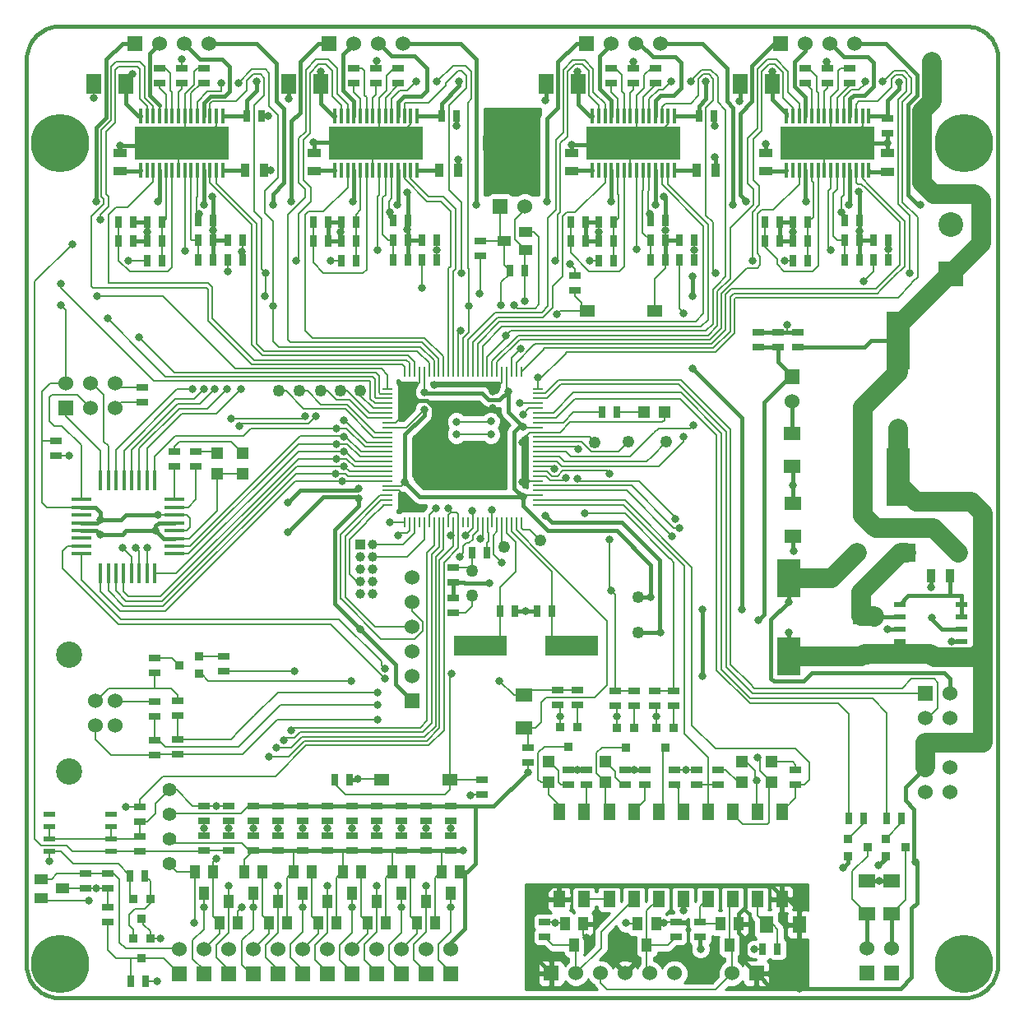
<source format=gtl>
G04 (created by PCBNEW-RS274X (2011-05-25)-stable) date 2011-12-18T13:02:57 CET*
G01*
G70*
G90*
%MOIN*%
G04 Gerber Fmt 3.4, Leading zero omitted, Abs format*
%FSLAX34Y34*%
G04 APERTURE LIST*
%ADD10C,0.006000*%
%ADD11C,0.015000*%
%ADD12C,0.060000*%
%ADD13C,0.106300*%
%ADD14R,0.040000X0.010000*%
%ADD15R,0.010000X0.040000*%
%ADD16R,0.078700X0.017700*%
%ADD17R,0.017700X0.078700*%
%ADD18R,0.036000X0.036000*%
%ADD19R,0.045000X0.020000*%
%ADD20R,0.060000X0.080000*%
%ADD21R,0.055000X0.035000*%
%ADD22R,0.025000X0.045000*%
%ADD23R,0.045000X0.025000*%
%ADD24C,0.055000*%
%ADD25C,0.050000*%
%ADD26R,0.216500X0.078700*%
%ADD27R,0.060000X0.060000*%
%ADD28R,0.047200X0.047200*%
%ADD29R,0.075000X0.075000*%
%ADD30C,0.075000*%
%ADD31R,0.039300X0.055100*%
%ADD32R,0.055100X0.039300*%
%ADD33R,0.094500X0.236200*%
%ADD34R,0.094500X0.157500*%
%ADD35C,0.236200*%
%ADD36R,0.070800X0.055100*%
%ADD37R,0.055100X0.070800*%
%ADD38R,0.066900X0.070800*%
%ADD39R,0.100000X0.100000*%
%ADD40C,0.100000*%
%ADD41R,0.035000X0.055000*%
%ADD42C,0.049200*%
%ADD43R,0.039400X0.039400*%
%ADD44C,0.039400*%
%ADD45C,0.078700*%
%ADD46R,0.059100X0.047200*%
%ADD47R,0.047200X0.066900*%
%ADD48R,0.011800X0.063000*%
%ADD49R,0.381900X0.133900*%
%ADD50C,0.011800*%
%ADD51C,0.031500*%
%ADD52C,0.008000*%
%ADD53C,0.078700*%
%ADD54C,0.015700*%
%ADD55C,0.010000*%
G04 APERTURE END LIST*
G54D10*
G54D11*
X39375Y-01325D02*
X39375Y-37975D01*
X01400Y00000D02*
X38100Y00000D01*
X00000Y-37925D02*
X00000Y-01325D01*
X38075Y-39375D02*
X01275Y-39375D01*
X01375Y-00001D02*
X01259Y-00004D01*
X01142Y-00017D01*
X01026Y-00040D01*
X00913Y-00073D01*
X00804Y-00116D01*
X00698Y-00169D01*
X00598Y-00230D01*
X00503Y-00300D01*
X00414Y-00378D01*
X00333Y-00463D01*
X00260Y-00555D01*
X00195Y-00653D01*
X00138Y-00757D01*
X00091Y-00865D01*
X00053Y-00976D01*
X00026Y-01091D01*
X00008Y-01207D01*
X00001Y-01325D01*
X00001Y-37950D02*
X-00001Y-38067D01*
X00008Y-38185D01*
X00027Y-38301D01*
X00056Y-38415D01*
X00095Y-38527D01*
X00144Y-38634D01*
X00201Y-38737D01*
X00268Y-38834D01*
X00343Y-38926D01*
X00425Y-39010D01*
X00514Y-39087D01*
X00610Y-39156D01*
X00712Y-39216D01*
X00818Y-39267D01*
X00928Y-39309D01*
X01042Y-39341D01*
X01158Y-39363D01*
X01275Y-39374D01*
X38074Y-39374D02*
X38191Y-39364D01*
X38307Y-39345D01*
X38421Y-39315D01*
X38532Y-39275D01*
X38639Y-39226D01*
X38742Y-39168D01*
X38839Y-39101D01*
X38930Y-39026D01*
X39013Y-38943D01*
X39090Y-38854D01*
X39158Y-38758D01*
X39218Y-38656D01*
X39268Y-38550D01*
X39309Y-38439D01*
X39340Y-38326D01*
X39362Y-38210D01*
X39373Y-38093D01*
X39374Y-37976D01*
X39374Y-01324D02*
X39371Y-01212D01*
X39359Y-01099D01*
X39336Y-00988D01*
X39304Y-00879D01*
X39263Y-00774D01*
X39213Y-00672D01*
X39154Y-00575D01*
X39086Y-00484D01*
X39011Y-00399D01*
X38929Y-00321D01*
X38840Y-00250D01*
X38746Y-00187D01*
X38646Y-00133D01*
X38542Y-00088D01*
X38435Y-00051D01*
X38325Y-00025D01*
X38213Y-00008D01*
X38099Y-00001D01*
G54D12*
X03600Y-28350D03*
X03600Y-27350D03*
X02813Y-27350D03*
X02813Y-28350D03*
G54D13*
X01750Y-30212D03*
X01750Y-25488D03*
G54D14*
X14650Y-19410D03*
X14650Y-14690D03*
X14650Y-14890D03*
X14650Y-15080D03*
X14650Y-15280D03*
X14650Y-15480D03*
X14650Y-15670D03*
X14650Y-15870D03*
X14650Y-16070D03*
X14650Y-16260D03*
X14650Y-16460D03*
X14650Y-16660D03*
X14650Y-16860D03*
X14650Y-17050D03*
X14650Y-17250D03*
X14650Y-17450D03*
X14650Y-17640D03*
X14650Y-17840D03*
X14650Y-18040D03*
X14650Y-18230D03*
X14650Y-18430D03*
X14650Y-18630D03*
X14650Y-18820D03*
X14650Y-19020D03*
X14650Y-19220D03*
G54D15*
X15340Y-14000D03*
X20060Y-14000D03*
X19860Y-14000D03*
X19670Y-14000D03*
X19470Y-14000D03*
X19270Y-14000D03*
X19080Y-14000D03*
X18880Y-14000D03*
X18680Y-14000D03*
X18490Y-14000D03*
X18290Y-14000D03*
X18090Y-14000D03*
X17890Y-14000D03*
X17700Y-14000D03*
X17500Y-14000D03*
X17300Y-14000D03*
X17110Y-14000D03*
X16910Y-14000D03*
X16710Y-14000D03*
X16520Y-14000D03*
X16320Y-14000D03*
X16120Y-14000D03*
X15930Y-14000D03*
X15730Y-14000D03*
X15530Y-14000D03*
X15340Y-20100D03*
X15540Y-20100D03*
X15730Y-20100D03*
X15930Y-20100D03*
X16130Y-20100D03*
X16320Y-20100D03*
X16520Y-20100D03*
X16720Y-20100D03*
X16910Y-20100D03*
X17110Y-20100D03*
X17310Y-20100D03*
X17510Y-20100D03*
X17700Y-20100D03*
X17900Y-20100D03*
X18100Y-20100D03*
X18290Y-20100D03*
X18490Y-20100D03*
X18690Y-20100D03*
X18880Y-20100D03*
X19080Y-20100D03*
X19280Y-20100D03*
X19470Y-20100D03*
X19670Y-20100D03*
X19870Y-20100D03*
X20060Y-20100D03*
G54D14*
X20750Y-19410D03*
X20750Y-19210D03*
X20750Y-19020D03*
X20750Y-18820D03*
X20750Y-18620D03*
X20750Y-18430D03*
X20750Y-18230D03*
X20750Y-18030D03*
X20750Y-17840D03*
X20750Y-17640D03*
X20750Y-17440D03*
X20750Y-17240D03*
X20750Y-17050D03*
X20750Y-16850D03*
X20750Y-16650D03*
X20750Y-16460D03*
X20750Y-16260D03*
X20750Y-16060D03*
X20750Y-15870D03*
X20750Y-15670D03*
X20750Y-15470D03*
X20750Y-15280D03*
X20750Y-15080D03*
X20750Y-14880D03*
X20750Y-14690D03*
G54D16*
X05996Y-19182D03*
X05996Y-19497D03*
X05996Y-19812D03*
X05996Y-20127D03*
X05996Y-20442D03*
X05996Y-20757D03*
X05996Y-21072D03*
X05996Y-21387D03*
X02230Y-21385D03*
X02230Y-19175D03*
X02230Y-19495D03*
X02230Y-19815D03*
X02230Y-20125D03*
X02230Y-20445D03*
X02230Y-20755D03*
X02230Y-21075D03*
G54D17*
X05212Y-22175D03*
X04898Y-22175D03*
X04582Y-22175D03*
X04268Y-22175D03*
X03952Y-22175D03*
X03638Y-22175D03*
X03322Y-22175D03*
X03008Y-22175D03*
X05210Y-18395D03*
X04900Y-18395D03*
X04580Y-18395D03*
X04270Y-18395D03*
X03960Y-18395D03*
X03640Y-18395D03*
X03320Y-18395D03*
X03000Y-18395D03*
G54D18*
X07000Y-25550D03*
X07000Y-26250D03*
X06200Y-25900D03*
G54D19*
X37900Y-23425D03*
X37900Y-23925D03*
X37900Y-24425D03*
X37900Y-24925D03*
X35400Y-24925D03*
X35400Y-24425D03*
X35400Y-23925D03*
X35400Y-23425D03*
X00950Y-33450D03*
X00950Y-32950D03*
X00950Y-32450D03*
X00950Y-31950D03*
X03450Y-31950D03*
X03450Y-32450D03*
X03450Y-32950D03*
X03450Y-33450D03*
G54D20*
X11923Y-02350D03*
X10623Y-02350D03*
X04050Y-02350D03*
X02750Y-02350D03*
X22357Y-02350D03*
X21057Y-02350D03*
X30231Y-02350D03*
X28931Y-02350D03*
G54D21*
X34900Y-05900D03*
X34900Y-05150D03*
X29981Y-05875D03*
X29981Y-05125D03*
G54D22*
X06983Y-07885D03*
X07583Y-07885D03*
G54D23*
X12200Y-32200D03*
X12200Y-31600D03*
X04700Y-15250D03*
X04700Y-14650D03*
G54D22*
X25290Y-07885D03*
X25890Y-07885D03*
X27257Y-03650D03*
X27857Y-03650D03*
X27071Y-08672D03*
X26471Y-08672D03*
X23807Y-08700D03*
X23207Y-08700D03*
G54D23*
X14200Y-32200D03*
X14200Y-31600D03*
G54D22*
X13373Y-08700D03*
X12773Y-08700D03*
X08950Y-03650D03*
X09550Y-03650D03*
X08764Y-08672D03*
X08164Y-08672D03*
X05500Y-08700D03*
X04900Y-08700D03*
G54D23*
X10200Y-32200D03*
X10200Y-31600D03*
X04600Y-31650D03*
X04600Y-32250D03*
X29675Y-12400D03*
X29675Y-13000D03*
X08200Y-32200D03*
X08200Y-31600D03*
G54D22*
X16637Y-08672D03*
X16037Y-08672D03*
X16823Y-03650D03*
X17423Y-03650D03*
X14856Y-07885D03*
X15456Y-07885D03*
G54D23*
X15200Y-32200D03*
X15200Y-31600D03*
X16200Y-32200D03*
X16200Y-31600D03*
G54D22*
X31681Y-08700D03*
X31081Y-08700D03*
X34945Y-08672D03*
X34345Y-08672D03*
X19600Y-09900D03*
X20200Y-09900D03*
G54D23*
X34900Y-03725D03*
X34900Y-04325D03*
G54D22*
X33164Y-07885D03*
X33764Y-07885D03*
G54D23*
X07200Y-32200D03*
X07200Y-31600D03*
X03300Y-34950D03*
X03300Y-34350D03*
G54D24*
X05800Y-31950D03*
X05800Y-30950D03*
X05800Y-33950D03*
X05800Y-32950D03*
G54D25*
X18075Y-23075D03*
X18075Y-22075D03*
G54D26*
X18400Y-25100D03*
X22100Y-25100D03*
G54D27*
X36450Y-27025D03*
G54D12*
X37450Y-27025D03*
X36450Y-28025D03*
X37450Y-28025D03*
X36450Y-29025D03*
X37450Y-29025D03*
X36450Y-30025D03*
X37450Y-30025D03*
X36450Y-31025D03*
X37450Y-31025D03*
G54D27*
X01600Y-15475D03*
G54D12*
X01600Y-14475D03*
X02600Y-15475D03*
X02600Y-14475D03*
X03600Y-15475D03*
X03600Y-14475D03*
G54D27*
X14200Y-38400D03*
G54D12*
X14200Y-37400D03*
G54D27*
X16200Y-38400D03*
G54D12*
X16200Y-37400D03*
G54D27*
X35075Y-38375D03*
G54D12*
X35075Y-37375D03*
G54D27*
X34075Y-38375D03*
G54D12*
X34075Y-37375D03*
G54D27*
X19200Y-07300D03*
G54D12*
X20200Y-07300D03*
G54D27*
X08200Y-38400D03*
G54D12*
X08200Y-37400D03*
G54D27*
X07200Y-38400D03*
G54D12*
X07200Y-37400D03*
G54D27*
X06200Y-38400D03*
G54D12*
X06200Y-37400D03*
G54D27*
X29587Y-38385D03*
G54D12*
X28587Y-38385D03*
G54D27*
X17200Y-38400D03*
G54D12*
X17200Y-37400D03*
G54D27*
X12200Y-38400D03*
G54D12*
X12200Y-37400D03*
G54D27*
X13200Y-38400D03*
G54D12*
X13200Y-37400D03*
G54D27*
X09200Y-38400D03*
G54D12*
X09200Y-37400D03*
G54D27*
X31050Y-14200D03*
G54D12*
X31050Y-15200D03*
G54D27*
X11200Y-38400D03*
G54D12*
X11200Y-37400D03*
G54D27*
X10200Y-38400D03*
G54D12*
X10200Y-37400D03*
G54D27*
X15200Y-38400D03*
G54D12*
X15200Y-37400D03*
G54D27*
X21272Y-38385D03*
G54D12*
X22272Y-38385D03*
X23272Y-38385D03*
X24272Y-38385D03*
X25272Y-38385D03*
X26272Y-38385D03*
G54D27*
X15625Y-27325D03*
G54D12*
X15625Y-26325D03*
X15625Y-25325D03*
X15625Y-24325D03*
X15625Y-23325D03*
X15625Y-22325D03*
G54D28*
X30197Y-29813D03*
X30197Y-30639D03*
X29016Y-29813D03*
X29016Y-30639D03*
X23475Y-29812D03*
X23475Y-30638D03*
X21175Y-29812D03*
X21175Y-30638D03*
G54D29*
X35675Y-21350D03*
G54D30*
X33675Y-21350D03*
G54D31*
X11826Y-36333D03*
X12574Y-36333D03*
X12200Y-35467D03*
X22572Y-36378D03*
X21824Y-36378D03*
X22198Y-37244D03*
X15826Y-36333D03*
X16574Y-36333D03*
X16200Y-35467D03*
X25524Y-36378D03*
X24776Y-36378D03*
X25150Y-37244D03*
X17574Y-34267D03*
X16826Y-34267D03*
X17200Y-35133D03*
X28871Y-36378D03*
X28123Y-36378D03*
X28497Y-37244D03*
X13574Y-34267D03*
X12826Y-34267D03*
X13200Y-35133D03*
X13826Y-36333D03*
X14574Y-36333D03*
X14200Y-35467D03*
X15574Y-34267D03*
X14826Y-34267D03*
X15200Y-35133D03*
G54D32*
X00617Y-34576D03*
X00617Y-35324D03*
X01483Y-34950D03*
X20233Y-09074D03*
X20233Y-08326D03*
X19367Y-08700D03*
G54D31*
X09826Y-36333D03*
X10574Y-36333D03*
X10200Y-35467D03*
X11574Y-34267D03*
X10826Y-34267D03*
X11200Y-35133D03*
X09574Y-34267D03*
X08826Y-34267D03*
X09200Y-35133D03*
X07826Y-36333D03*
X08574Y-36333D03*
X08200Y-35467D03*
X07574Y-34267D03*
X06826Y-34267D03*
X07200Y-35133D03*
G54D33*
X35325Y-12744D03*
X35325Y-18256D03*
G54D34*
X30900Y-22375D03*
X30900Y-25525D03*
G54D35*
X01378Y-04735D03*
X37992Y-37993D03*
X01378Y-37993D03*
X37992Y-04735D03*
X19685Y-04735D03*
G54D27*
X30581Y-00700D03*
G54D12*
X31581Y-00700D03*
X32581Y-00700D03*
X33581Y-00700D03*
G54D27*
X12273Y-00700D03*
G54D12*
X13273Y-00700D03*
X14273Y-00700D03*
X15273Y-00700D03*
G54D27*
X22707Y-00700D03*
G54D12*
X23707Y-00700D03*
X24707Y-00700D03*
X25707Y-00700D03*
G54D27*
X04400Y-00700D03*
G54D12*
X05400Y-00700D03*
X06400Y-00700D03*
X07400Y-00700D03*
G54D22*
X23950Y-15650D03*
X23350Y-15650D03*
X19200Y-23700D03*
X19800Y-23700D03*
X21300Y-23700D03*
X20700Y-23700D03*
G54D23*
X17300Y-23775D03*
X17300Y-23175D03*
X17300Y-21925D03*
X17300Y-22525D03*
X06125Y-28900D03*
X06125Y-29500D03*
X05200Y-28925D03*
X05200Y-29525D03*
X17200Y-32200D03*
X17200Y-31600D03*
X13200Y-32200D03*
X13200Y-31600D03*
X31581Y-01700D03*
X31581Y-02300D03*
X32481Y-01700D03*
X32481Y-02300D03*
X33381Y-02300D03*
X33381Y-01700D03*
G54D22*
X29931Y-07950D03*
X30531Y-07950D03*
X33163Y-08673D03*
X33763Y-08673D03*
G54D23*
X11200Y-32200D03*
X11200Y-31600D03*
X13273Y-01700D03*
X13273Y-02300D03*
X14173Y-01700D03*
X14173Y-02300D03*
X15073Y-02300D03*
X15073Y-01700D03*
G54D22*
X11623Y-07950D03*
X12223Y-07950D03*
X14855Y-08673D03*
X15455Y-08673D03*
G54D23*
X09200Y-32200D03*
X09200Y-31600D03*
X23707Y-01700D03*
X23707Y-02300D03*
X24607Y-01700D03*
X24607Y-02300D03*
X25507Y-02300D03*
X25507Y-01700D03*
G54D22*
X22057Y-07950D03*
X22657Y-07950D03*
X25289Y-08673D03*
X25889Y-08673D03*
G54D23*
X05400Y-01700D03*
X05400Y-02300D03*
X06300Y-01700D03*
X06300Y-02300D03*
X07200Y-02300D03*
X07200Y-01700D03*
G54D22*
X03750Y-07950D03*
X04350Y-07950D03*
X06983Y-08661D03*
X07583Y-08661D03*
G54D23*
X04600Y-33450D03*
X04600Y-32850D03*
G54D36*
X34075Y-35970D03*
X34075Y-34632D03*
X35075Y-35970D03*
X35075Y-34632D03*
G54D37*
X31331Y-36417D03*
X29993Y-36417D03*
G54D36*
X20175Y-27106D03*
X20175Y-28444D03*
X31075Y-20669D03*
X31075Y-19331D03*
X31050Y-16506D03*
X31050Y-17844D03*
G54D22*
X18075Y-21325D03*
X18675Y-21325D03*
X33925Y-32101D03*
X33325Y-32101D03*
X35475Y-32101D03*
X34875Y-32101D03*
G54D23*
X08000Y-25550D03*
X08000Y-26150D03*
X05200Y-25600D03*
X05200Y-26200D03*
X06125Y-27350D03*
X06125Y-27950D03*
X05200Y-27375D03*
X05200Y-27975D03*
X22225Y-10100D03*
X22225Y-10700D03*
X18400Y-09300D03*
X18400Y-08700D03*
X08200Y-33400D03*
X08200Y-32800D03*
X07200Y-33400D03*
X07200Y-32800D03*
G54D22*
X04200Y-34425D03*
X04800Y-34425D03*
X04250Y-38700D03*
X04850Y-38700D03*
G54D23*
X03300Y-36300D03*
X03300Y-35700D03*
X02400Y-34950D03*
X02400Y-34350D03*
G54D22*
X29850Y-37400D03*
X30450Y-37400D03*
G54D23*
X31181Y-30123D03*
X31181Y-30723D03*
X27175Y-30125D03*
X27175Y-30725D03*
X27316Y-36914D03*
X27316Y-36314D03*
X28031Y-30123D03*
X28031Y-30723D03*
X26275Y-30725D03*
X26275Y-30125D03*
X26250Y-26925D03*
X26250Y-27525D03*
X25475Y-27525D03*
X25475Y-26925D03*
X26332Y-36314D03*
X26332Y-36914D03*
X21017Y-36314D03*
X21017Y-36914D03*
X24275Y-30725D03*
X24275Y-30125D03*
X25079Y-30723D03*
X25079Y-30123D03*
X24650Y-26925D03*
X24650Y-27525D03*
X23875Y-27525D03*
X23875Y-26925D03*
X21975Y-30725D03*
X21975Y-30125D03*
X22716Y-30723D03*
X22716Y-30123D03*
X22325Y-26900D03*
X22325Y-27500D03*
X21550Y-27500D03*
X21550Y-26900D03*
X20325Y-29225D03*
X20325Y-29825D03*
G54D22*
X34945Y-09459D03*
X34345Y-09459D03*
X31681Y-09500D03*
X31081Y-09500D03*
X31081Y-07950D03*
X31681Y-07950D03*
X29931Y-08700D03*
X30531Y-08700D03*
X33164Y-09459D03*
X33764Y-09459D03*
G54D23*
X16200Y-33400D03*
X16200Y-32800D03*
X17200Y-33400D03*
X17200Y-32800D03*
G54D22*
X16637Y-09459D03*
X16037Y-09459D03*
X13373Y-09500D03*
X12773Y-09500D03*
X12773Y-07950D03*
X13373Y-07950D03*
X11623Y-08700D03*
X12223Y-08700D03*
X14856Y-09459D03*
X15456Y-09459D03*
G54D23*
X12200Y-33400D03*
X12200Y-32800D03*
X13200Y-33400D03*
X13200Y-32800D03*
X01200Y-16800D03*
X01200Y-17400D03*
G54D22*
X27071Y-09459D03*
X26471Y-09459D03*
X23807Y-09500D03*
X23207Y-09500D03*
X23207Y-07950D03*
X23807Y-07950D03*
X22057Y-08700D03*
X22657Y-08700D03*
X25290Y-09459D03*
X25890Y-09459D03*
G54D23*
X14200Y-33400D03*
X14200Y-32800D03*
X15200Y-33400D03*
X15200Y-32800D03*
G54D22*
X08764Y-09459D03*
X08164Y-09459D03*
X05500Y-09500D03*
X04900Y-09500D03*
X04900Y-07950D03*
X05500Y-07950D03*
X03750Y-08700D03*
X04350Y-08700D03*
X06983Y-09459D03*
X07583Y-09459D03*
G54D23*
X10200Y-33400D03*
X10200Y-32800D03*
X11200Y-33400D03*
X11200Y-32800D03*
X31275Y-13000D03*
X31275Y-12400D03*
X30475Y-12400D03*
X30475Y-13000D03*
X09200Y-33400D03*
X09200Y-32800D03*
G54D38*
X33850Y-25532D03*
X33850Y-23918D03*
G54D28*
X25037Y-15650D03*
X25863Y-15650D03*
G54D39*
X37475Y-10025D03*
G54D40*
X37475Y-08025D03*
G54D41*
X16748Y-05850D03*
X17498Y-05850D03*
G54D21*
X11673Y-05875D03*
X11673Y-05125D03*
G54D41*
X27182Y-05850D03*
X27932Y-05850D03*
G54D21*
X22107Y-05875D03*
X22107Y-05125D03*
G54D41*
X08875Y-05850D03*
X09625Y-05850D03*
G54D21*
X03800Y-05875D03*
X03800Y-05125D03*
G54D41*
X36675Y-22275D03*
X37425Y-22275D03*
G54D23*
X18475Y-31125D03*
X18475Y-30525D03*
G54D22*
X12500Y-30525D03*
X13100Y-30525D03*
G54D42*
X23050Y-16875D03*
X11075Y-14775D03*
X11950Y-14775D03*
X10225Y-14775D03*
X20850Y-20850D03*
X25950Y-16850D03*
X24400Y-16850D03*
X13550Y-14775D03*
X12750Y-14775D03*
X24800Y-24575D03*
X38775Y-20800D03*
X19375Y-21100D03*
X37775Y-21350D03*
X24800Y-23150D03*
G54D23*
X06875Y-17850D03*
X06875Y-17250D03*
X06000Y-17850D03*
X06000Y-17250D03*
G54D28*
X07725Y-17312D03*
X07725Y-18138D03*
X08775Y-17312D03*
X08775Y-18138D03*
G54D43*
X13550Y-21000D03*
G54D44*
X14050Y-21000D03*
X13550Y-21500D03*
X14050Y-21500D03*
X13550Y-22000D03*
X14050Y-22000D03*
X13550Y-22500D03*
X14050Y-22500D03*
X13550Y-23000D03*
X14050Y-23000D03*
G54D18*
X33300Y-33625D03*
X33300Y-32925D03*
X34100Y-33275D03*
X34825Y-33625D03*
X34825Y-32925D03*
X35625Y-33275D03*
X04325Y-35375D03*
X05025Y-35375D03*
X04675Y-36175D03*
X04325Y-36975D03*
X05025Y-36975D03*
X04675Y-37775D03*
X25550Y-28425D03*
X26250Y-28425D03*
X25900Y-29225D03*
X23950Y-28425D03*
X24650Y-28425D03*
X24300Y-29225D03*
X21625Y-28400D03*
X22325Y-28400D03*
X21975Y-29200D03*
G54D45*
X19700Y-06300D03*
G54D46*
X17153Y-30525D03*
X14397Y-30525D03*
X22722Y-11525D03*
X25478Y-11525D03*
G54D47*
X29625Y-35372D03*
X30625Y-35372D03*
X30625Y-31828D03*
X29625Y-31828D03*
X27625Y-35372D03*
X28625Y-35372D03*
X28625Y-31828D03*
X27625Y-31828D03*
X26625Y-31828D03*
X25625Y-31828D03*
X25625Y-35372D03*
X26625Y-35372D03*
X24625Y-31828D03*
X23625Y-31828D03*
X23625Y-35372D03*
X24625Y-35372D03*
X22600Y-31828D03*
X21600Y-31828D03*
X21600Y-35372D03*
X22600Y-35372D03*
G54D48*
X04636Y-05837D03*
X04892Y-05837D03*
X05147Y-05837D03*
X05403Y-05837D03*
X05659Y-05837D03*
X05915Y-05837D03*
X06171Y-05837D03*
X06427Y-05837D03*
X06683Y-05837D03*
X06939Y-05837D03*
X07195Y-05837D03*
X07451Y-05837D03*
X07707Y-05837D03*
X07962Y-05837D03*
X07962Y-03633D03*
X07707Y-03633D03*
X07451Y-03633D03*
X07195Y-03633D03*
X06939Y-03633D03*
X06683Y-03633D03*
X06427Y-03633D03*
X06171Y-03633D03*
X05915Y-03633D03*
X05659Y-03633D03*
X05403Y-03633D03*
X05147Y-03633D03*
X04892Y-03633D03*
X04636Y-03633D03*
G54D49*
X06299Y-04735D03*
G54D50*
X04764Y-05176D03*
X05403Y-05176D03*
X06299Y-05176D03*
X05787Y-05176D03*
X07195Y-05176D03*
X06811Y-05176D03*
X07834Y-05176D03*
X07834Y-04294D03*
X07195Y-04294D03*
X06811Y-04294D03*
X06299Y-04294D03*
X05787Y-04294D03*
X05403Y-04294D03*
X04764Y-04294D03*
X04764Y-04735D03*
X05403Y-04735D03*
X05787Y-04735D03*
X06299Y-04735D03*
X06811Y-04735D03*
X07195Y-04735D03*
X07834Y-04735D03*
G54D48*
X22943Y-05837D03*
X23199Y-05837D03*
X23454Y-05837D03*
X23710Y-05837D03*
X23966Y-05837D03*
X24222Y-05837D03*
X24478Y-05837D03*
X24734Y-05837D03*
X24990Y-05837D03*
X25246Y-05837D03*
X25502Y-05837D03*
X25758Y-05837D03*
X26014Y-05837D03*
X26269Y-05837D03*
X26269Y-03633D03*
X26014Y-03633D03*
X25758Y-03633D03*
X25502Y-03633D03*
X25246Y-03633D03*
X24990Y-03633D03*
X24734Y-03633D03*
X24478Y-03633D03*
X24222Y-03633D03*
X23966Y-03633D03*
X23710Y-03633D03*
X23454Y-03633D03*
X23199Y-03633D03*
X22943Y-03633D03*
G54D49*
X24606Y-04735D03*
G54D50*
X23071Y-05176D03*
X23710Y-05176D03*
X24606Y-05176D03*
X24094Y-05176D03*
X25502Y-05176D03*
X25118Y-05176D03*
X26141Y-05176D03*
X26141Y-04294D03*
X25502Y-04294D03*
X25118Y-04294D03*
X24606Y-04294D03*
X24094Y-04294D03*
X23710Y-04294D03*
X23071Y-04294D03*
X23071Y-04735D03*
X23710Y-04735D03*
X24094Y-04735D03*
X24606Y-04735D03*
X25118Y-04735D03*
X25502Y-04735D03*
X26141Y-04735D03*
G54D48*
X12509Y-05837D03*
X12765Y-05837D03*
X13020Y-05837D03*
X13276Y-05837D03*
X13532Y-05837D03*
X13788Y-05837D03*
X14044Y-05837D03*
X14300Y-05837D03*
X14556Y-05837D03*
X14812Y-05837D03*
X15068Y-05837D03*
X15324Y-05837D03*
X15580Y-05837D03*
X15835Y-05837D03*
X15835Y-03633D03*
X15580Y-03633D03*
X15324Y-03633D03*
X15068Y-03633D03*
X14812Y-03633D03*
X14556Y-03633D03*
X14300Y-03633D03*
X14044Y-03633D03*
X13788Y-03633D03*
X13532Y-03633D03*
X13276Y-03633D03*
X13020Y-03633D03*
X12765Y-03633D03*
X12509Y-03633D03*
G54D49*
X14172Y-04735D03*
G54D50*
X12637Y-05176D03*
X13276Y-05176D03*
X14172Y-05176D03*
X13660Y-05176D03*
X15068Y-05176D03*
X14684Y-05176D03*
X15707Y-05176D03*
X15707Y-04294D03*
X15068Y-04294D03*
X14684Y-04294D03*
X14172Y-04294D03*
X13660Y-04294D03*
X13276Y-04294D03*
X12637Y-04294D03*
X12637Y-04735D03*
X13276Y-04735D03*
X13660Y-04735D03*
X14172Y-04735D03*
X14684Y-04735D03*
X15068Y-04735D03*
X15707Y-04735D03*
G54D48*
X30817Y-05837D03*
X31073Y-05837D03*
X31328Y-05837D03*
X31584Y-05837D03*
X31840Y-05837D03*
X32096Y-05837D03*
X32352Y-05837D03*
X32608Y-05837D03*
X32864Y-05837D03*
X33120Y-05837D03*
X33376Y-05837D03*
X33632Y-05837D03*
X33888Y-05837D03*
X34143Y-05837D03*
X34143Y-03633D03*
X33888Y-03633D03*
X33632Y-03633D03*
X33376Y-03633D03*
X33120Y-03633D03*
X32864Y-03633D03*
X32608Y-03633D03*
X32352Y-03633D03*
X32096Y-03633D03*
X31840Y-03633D03*
X31584Y-03633D03*
X31328Y-03633D03*
X31073Y-03633D03*
X30817Y-03633D03*
G54D49*
X32480Y-04735D03*
G54D50*
X30945Y-05176D03*
X31584Y-05176D03*
X32480Y-05176D03*
X31968Y-05176D03*
X33376Y-05176D03*
X32992Y-05176D03*
X34015Y-05176D03*
X34015Y-04294D03*
X33376Y-04294D03*
X32992Y-04294D03*
X32480Y-04294D03*
X31968Y-04294D03*
X31584Y-04294D03*
X30945Y-04294D03*
X30945Y-04735D03*
X31584Y-04735D03*
X31968Y-04735D03*
X32480Y-04735D03*
X32992Y-04735D03*
X33376Y-04735D03*
X34015Y-04735D03*
G54D51*
X00950Y-33825D03*
X36650Y-20350D03*
X36675Y-22725D03*
X34575Y-34632D03*
X36700Y-01450D03*
X35375Y-02275D03*
X32425Y-01425D03*
X30225Y-01825D03*
X22350Y-01850D03*
X27550Y-02250D03*
X24600Y-01450D03*
X36700Y-23975D03*
X17550Y-02250D03*
X09350Y-02250D03*
X14200Y-01400D03*
X11950Y-01850D03*
X06300Y-01350D03*
X04300Y-01950D03*
X25300Y-23150D03*
X17700Y-33400D03*
X27400Y-26325D03*
X27400Y-23650D03*
X18000Y-31175D03*
X01400Y-11300D03*
X29600Y-30575D03*
X10600Y-19300D03*
X13475Y-18725D03*
X29000Y-23650D03*
X27000Y-13875D03*
X27000Y-10925D03*
X27000Y-10125D03*
X31100Y-21275D03*
X30900Y-23325D03*
X03000Y-20000D03*
X05350Y-19800D03*
X13175Y-26525D03*
X19525Y-14800D03*
X16125Y-14825D03*
X16125Y-15525D03*
X15350Y-18475D03*
X20125Y-19075D03*
X20150Y-16250D03*
X22050Y-09650D03*
X29425Y-09500D03*
X33025Y-07550D03*
X25275Y-07600D03*
X21450Y-09500D03*
X03000Y-07850D03*
X14750Y-07550D03*
X22325Y-30125D03*
X24625Y-30125D03*
X26725Y-30125D03*
X30750Y-09500D03*
X22850Y-09500D03*
X12350Y-09500D03*
X10950Y-09500D03*
X07000Y-07600D03*
X04150Y-09500D03*
X19775Y-11300D03*
X17100Y-19525D03*
X04050Y-31650D03*
X02550Y-35450D03*
X06800Y-36350D03*
X08750Y-35700D03*
X18375Y-10825D03*
X01875Y-08825D03*
X31075Y-18600D03*
X18875Y-19600D03*
X26625Y-35825D03*
X27325Y-37400D03*
X29500Y-37400D03*
X24300Y-36350D03*
X21450Y-36350D03*
X10125Y-29250D03*
X02850Y-34950D03*
X10425Y-28925D03*
X07200Y-32500D03*
X07200Y-35700D03*
X10750Y-28525D03*
X08200Y-32500D03*
X08200Y-34850D03*
X16600Y-19525D03*
X19250Y-11300D03*
X30850Y-12100D03*
X19275Y-21750D03*
X20200Y-11125D03*
X18075Y-19625D03*
X17200Y-20650D03*
X17800Y-20650D03*
X09825Y-29600D03*
X07700Y-31600D03*
X07700Y-33750D03*
X18775Y-22575D03*
X20250Y-23700D03*
X21050Y-19850D03*
X25700Y-24575D03*
X13450Y-30500D03*
X20325Y-30225D03*
X21625Y-27975D03*
X23950Y-27975D03*
X25550Y-27975D03*
X36025Y-33875D03*
X34550Y-34000D03*
X33100Y-34100D03*
X22325Y-18325D03*
X14225Y-28100D03*
X26300Y-19975D03*
X07575Y-08275D03*
X04900Y-08325D03*
X16700Y-15350D03*
X16250Y-16500D03*
X13550Y-24450D03*
X13475Y-19150D03*
X16525Y-14525D03*
X25850Y-36350D03*
X29675Y-24075D03*
X36650Y-25425D03*
X30900Y-24575D03*
X35325Y-16300D03*
X22700Y-36950D03*
X34900Y-04725D03*
X10600Y-20500D03*
X03000Y-20600D03*
X05250Y-20450D03*
X19350Y-16900D03*
X18900Y-15475D03*
X18450Y-18475D03*
X16250Y-18450D03*
X18900Y-14800D03*
X15550Y-14825D03*
X15525Y-15500D03*
X15350Y-19075D03*
X20100Y-18475D03*
X20100Y-16875D03*
X31081Y-08325D03*
X33775Y-08300D03*
X33725Y-06700D03*
X29975Y-04775D03*
X28900Y-03025D03*
X23207Y-08325D03*
X25900Y-08275D03*
X25825Y-06900D03*
X21050Y-03000D03*
X27900Y-04050D03*
X27900Y-05300D03*
X22100Y-04800D03*
X29625Y-29625D03*
X31350Y-39000D03*
X35400Y-25425D03*
X15450Y-06750D03*
X15450Y-08250D03*
X12750Y-08350D03*
X11650Y-04700D03*
X17500Y-05400D03*
X17450Y-04050D03*
X10650Y-02950D03*
X02750Y-02900D03*
X03800Y-04850D03*
X07550Y-06900D03*
X09900Y-05850D03*
X09800Y-03650D03*
X04575Y-12600D03*
X02875Y-10925D03*
X17575Y-21500D03*
X37500Y-24925D03*
X34900Y-24425D03*
X05350Y-07100D03*
X02850Y-07100D03*
X10000Y-07250D03*
X07200Y-07250D03*
X06425Y-09100D03*
X08750Y-09125D03*
X13250Y-07100D03*
X10750Y-07100D03*
X16625Y-09075D03*
X14250Y-09075D03*
X18250Y-07250D03*
X15050Y-07250D03*
X23700Y-07100D03*
X21100Y-07100D03*
X27071Y-09075D03*
X24725Y-09050D03*
X25500Y-07250D03*
X28650Y-07250D03*
X34945Y-09050D03*
X32600Y-09075D03*
X31600Y-07100D03*
X29175Y-07100D03*
X33350Y-07250D03*
X36250Y-07250D03*
X05425Y-36975D03*
X05300Y-38700D03*
X17950Y-11325D03*
X07650Y-14700D03*
X15800Y-02250D03*
X16650Y-02250D03*
X26950Y-02250D03*
X26125Y-02250D03*
X19450Y-12550D03*
X08700Y-14700D03*
X17200Y-35700D03*
X12800Y-18450D03*
X17200Y-32500D03*
X12550Y-18125D03*
X16200Y-32500D03*
X16200Y-34850D03*
X12575Y-16925D03*
X12200Y-32500D03*
X12200Y-34850D03*
X12875Y-16625D03*
X11200Y-32500D03*
X11200Y-35700D03*
X10200Y-34850D03*
X12575Y-16300D03*
X10200Y-32500D03*
X12875Y-15975D03*
X09200Y-32500D03*
X09200Y-35700D03*
X23650Y-18125D03*
X23650Y-20800D03*
X23700Y-22875D03*
X14525Y-26450D03*
X12875Y-17825D03*
X15200Y-35700D03*
X15200Y-32500D03*
X12575Y-17525D03*
X14200Y-32500D03*
X14200Y-34850D03*
X12875Y-17225D03*
X13200Y-35700D03*
X13200Y-32500D03*
X08150Y-14700D03*
X20750Y-14225D03*
X34700Y-02250D03*
X34000Y-02250D03*
X07200Y-14700D03*
X10000Y-11325D03*
X07900Y-02300D03*
X08600Y-02300D03*
X21875Y-18300D03*
X08175Y-09950D03*
X21400Y-17925D03*
X16050Y-10600D03*
X26650Y-11625D03*
X26650Y-16625D03*
X27025Y-16175D03*
X33950Y-10325D03*
X22375Y-17150D03*
X22625Y-19750D03*
X08300Y-15900D03*
X04900Y-21150D03*
X20000Y-15275D03*
X18825Y-16000D03*
X17425Y-16025D03*
X11300Y-15800D03*
X03300Y-11850D03*
X01400Y-10425D03*
X15075Y-20625D03*
X14725Y-20100D03*
X04450Y-21150D03*
X17425Y-16550D03*
X18825Y-16550D03*
X20125Y-15725D03*
X08650Y-16200D03*
X11750Y-15800D03*
X26175Y-20675D03*
X14225Y-27000D03*
X26475Y-20350D03*
X14225Y-27500D03*
X10875Y-26150D03*
X17600Y-12325D03*
X14525Y-26025D03*
X19175Y-26525D03*
X35800Y-10000D03*
X06750Y-14700D03*
X09675Y-10925D03*
X27925Y-10000D03*
X17650Y-10000D03*
X09700Y-10000D03*
X20025Y-13075D03*
X21500Y-11675D03*
X17225Y-26225D03*
X18400Y-20775D03*
X01750Y-17400D03*
X03900Y-21150D03*
G54D52*
X00950Y-33825D02*
X00950Y-33450D01*
X04200Y-34425D02*
X03725Y-33950D01*
X01900Y-33950D02*
X01400Y-33450D01*
X01400Y-33450D02*
X00950Y-33450D01*
X03725Y-33950D02*
X01900Y-33950D01*
X04325Y-35375D02*
X04200Y-35250D01*
X04200Y-35250D02*
X04200Y-34425D01*
G54D53*
X36650Y-20350D02*
X36775Y-20350D01*
G54D54*
X36675Y-22275D02*
X36675Y-22725D01*
G54D53*
X37075Y-20650D02*
X36775Y-20350D01*
X35325Y-14025D02*
X35325Y-12744D01*
X36775Y-20350D02*
X34425Y-20350D01*
X34425Y-20350D02*
X33900Y-19825D01*
X33900Y-19825D02*
X33900Y-15450D01*
X33900Y-15450D02*
X35325Y-14025D01*
X37775Y-21350D02*
X37075Y-20650D01*
X37475Y-10025D02*
X37425Y-10025D01*
X35325Y-12125D02*
X35325Y-12744D01*
X37425Y-10025D02*
X35325Y-12125D01*
G54D54*
X34075Y-34632D02*
X34575Y-34632D01*
X37050Y-20625D02*
X37075Y-20650D01*
X31275Y-13000D02*
X33975Y-13000D01*
X34231Y-12744D02*
X35325Y-12744D01*
X33975Y-13000D02*
X34231Y-12744D01*
G54D53*
X38700Y-07050D02*
X38700Y-08800D01*
X38700Y-08800D02*
X37475Y-10025D01*
X36300Y-06325D02*
X36775Y-06800D01*
X36300Y-06325D02*
X36300Y-03450D01*
X36300Y-03450D02*
X36700Y-03050D01*
X36700Y-03050D02*
X36700Y-01450D01*
X38450Y-06800D02*
X38700Y-07050D01*
X36775Y-06800D02*
X38450Y-06800D01*
G54D54*
X34143Y-03633D02*
X34808Y-03633D01*
X34808Y-03633D02*
X34900Y-03725D01*
X35375Y-02275D02*
X35375Y-02525D01*
X35375Y-02525D02*
X34900Y-03000D01*
X34900Y-03000D02*
X34900Y-03725D01*
X32481Y-01481D02*
X32481Y-01700D01*
X32425Y-01425D02*
X32481Y-01481D01*
X30231Y-02350D02*
X30231Y-01831D01*
X30231Y-01831D02*
X30225Y-01825D01*
X30817Y-03633D02*
X30817Y-03542D01*
X30231Y-02956D02*
X30231Y-02350D01*
X30817Y-03542D02*
X30231Y-02956D01*
X22357Y-01857D02*
X22357Y-02350D01*
X22350Y-01850D02*
X22357Y-01857D01*
X27257Y-03650D02*
X27257Y-03243D01*
X27257Y-03243D02*
X27550Y-02950D01*
X27550Y-02950D02*
X27550Y-02250D01*
X24607Y-01457D02*
X24607Y-01700D01*
X24600Y-01450D02*
X24607Y-01457D01*
X22943Y-03633D02*
X22833Y-03633D01*
X22833Y-03633D02*
X22357Y-03157D01*
X22357Y-03157D02*
X22357Y-02350D01*
X27257Y-03650D02*
X26286Y-03650D01*
X26286Y-03650D02*
X26269Y-03633D01*
X35075Y-34632D02*
X34575Y-34632D01*
X37900Y-24425D02*
X37100Y-24425D01*
X37100Y-24425D02*
X36700Y-24025D01*
X36700Y-24025D02*
X36700Y-23975D01*
X16823Y-03650D02*
X16823Y-03127D01*
X17550Y-02400D02*
X17550Y-02250D01*
X16823Y-03127D02*
X17550Y-02400D01*
X08950Y-03650D02*
X08950Y-03000D01*
X09350Y-02600D02*
X09350Y-02250D01*
X08950Y-03000D02*
X09350Y-02600D01*
X12509Y-03633D02*
X12433Y-03633D01*
X11923Y-03123D02*
X11923Y-02350D01*
X12433Y-03633D02*
X11923Y-03123D01*
G54D52*
X14173Y-01700D02*
X14173Y-01427D01*
X14173Y-01427D02*
X14200Y-01400D01*
G54D54*
X16823Y-03650D02*
X15852Y-03650D01*
X15852Y-03650D02*
X15835Y-03633D01*
X11923Y-02350D02*
X11923Y-01877D01*
X11923Y-01877D02*
X11950Y-01850D01*
G54D52*
X06300Y-01700D02*
X06300Y-01350D01*
G54D54*
X04050Y-02350D02*
X04050Y-02200D01*
X04050Y-02200D02*
X04300Y-01950D01*
X04636Y-03633D02*
X04533Y-03633D01*
X04050Y-03150D02*
X04050Y-02350D01*
X04533Y-03633D02*
X04050Y-03150D01*
X06250Y-01700D02*
X06300Y-01700D01*
X08950Y-03650D02*
X07979Y-03650D01*
X07979Y-03650D02*
X07962Y-03633D01*
X24800Y-23150D02*
X25300Y-23150D01*
X17700Y-33400D02*
X17200Y-33400D01*
X27400Y-26325D02*
X27400Y-23650D01*
G54D52*
X29625Y-31828D02*
X29600Y-31803D01*
X29600Y-31803D02*
X29600Y-30575D01*
X18475Y-31125D02*
X18050Y-31125D01*
X18050Y-31125D02*
X18000Y-31175D01*
X01600Y-14100D02*
X01600Y-11525D01*
X01600Y-14100D02*
X01600Y-14475D01*
X01600Y-11500D02*
X01600Y-11525D01*
X01400Y-11300D02*
X01600Y-11500D01*
X29575Y-30600D02*
X29525Y-30600D01*
X29600Y-30575D02*
X29575Y-30600D01*
X29016Y-29813D02*
X29163Y-29813D01*
X29163Y-29813D02*
X29525Y-30175D01*
X29525Y-30175D02*
X29525Y-30600D01*
G54D54*
X23925Y-20450D02*
X21125Y-20450D01*
X23925Y-20450D02*
X25300Y-21825D01*
X25300Y-23150D02*
X25300Y-21825D01*
X20125Y-19450D02*
X20125Y-19075D01*
X21125Y-20450D02*
X20125Y-19450D01*
X11100Y-18800D02*
X13400Y-18800D01*
X10600Y-19300D02*
X11100Y-18800D01*
X13400Y-18800D02*
X13475Y-18725D01*
X18675Y-15075D02*
X18750Y-15150D01*
X18675Y-15075D02*
X18475Y-14875D01*
X18475Y-14875D02*
X16175Y-14875D01*
X16125Y-14825D02*
X16175Y-14875D01*
X19175Y-15150D02*
X19525Y-14800D01*
X18750Y-15150D02*
X19175Y-15150D01*
X29000Y-15875D02*
X29000Y-23650D01*
X27000Y-13875D02*
X29000Y-15875D01*
X27000Y-10125D02*
X27000Y-10925D01*
X37450Y-27025D02*
X37450Y-26450D01*
X30175Y-24050D02*
X30900Y-23325D01*
X30175Y-26425D02*
X30175Y-24050D01*
X30300Y-26550D02*
X30175Y-26425D01*
X31500Y-26550D02*
X30300Y-26550D01*
X31850Y-26200D02*
X31500Y-26550D01*
X37200Y-26200D02*
X31850Y-26200D01*
X37450Y-26450D02*
X37200Y-26200D01*
X31075Y-21250D02*
X31075Y-20669D01*
X31100Y-21275D02*
X31075Y-21250D01*
X30900Y-22375D02*
X30900Y-23325D01*
G54D53*
X30900Y-22375D02*
X32650Y-22375D01*
X32650Y-22375D02*
X33675Y-21350D01*
G54D54*
X21975Y-30125D02*
X22325Y-30125D01*
G54D52*
X10574Y-36333D02*
X10574Y-34519D01*
X10574Y-34519D02*
X10826Y-34267D01*
X16826Y-34267D02*
X16826Y-33400D01*
X16826Y-33400D02*
X17200Y-33400D01*
X27175Y-30125D02*
X26725Y-30125D01*
X22716Y-30123D02*
X22327Y-30123D01*
X22327Y-30123D02*
X22325Y-30125D01*
X10574Y-36333D02*
X10624Y-36124D01*
X01200Y-16800D02*
X00650Y-16800D01*
X02230Y-19495D02*
X00845Y-19495D01*
X00975Y-14475D02*
X01600Y-14475D01*
X00650Y-14800D02*
X00975Y-14475D01*
X00650Y-19300D02*
X00650Y-17250D01*
X00650Y-17250D02*
X00650Y-16800D01*
X00650Y-16800D02*
X00650Y-14800D01*
X00845Y-19495D02*
X00650Y-19300D01*
G54D54*
X03000Y-20000D02*
X03000Y-19700D01*
X02795Y-19495D02*
X02230Y-19495D01*
X03000Y-19700D02*
X02795Y-19495D01*
X03000Y-20000D02*
X03850Y-20000D01*
X04050Y-19800D02*
X05350Y-19800D01*
X03850Y-20000D02*
X04050Y-19800D01*
X02230Y-20125D02*
X02875Y-20125D01*
G54D52*
X02875Y-20125D02*
X03000Y-20000D01*
X05996Y-19812D02*
X06512Y-19812D01*
X06508Y-20442D02*
X05996Y-20442D01*
X06650Y-20300D02*
X06508Y-20442D01*
X06650Y-19950D02*
X06650Y-20300D01*
X06512Y-19812D02*
X06650Y-19950D01*
X05996Y-19812D02*
X05362Y-19812D01*
X05362Y-19812D02*
X05350Y-19800D01*
X07000Y-26250D02*
X07100Y-26250D01*
X07375Y-26525D02*
X13175Y-26525D01*
X07100Y-26250D02*
X07375Y-26525D01*
G54D54*
X15350Y-16975D02*
X15350Y-16550D01*
X16125Y-15775D02*
X16125Y-15525D01*
X15350Y-16550D02*
X16125Y-15775D01*
X15350Y-18475D02*
X15350Y-16975D01*
G54D52*
X15350Y-16975D02*
X15350Y-16950D01*
G54D54*
X18325Y-19075D02*
X15950Y-19075D01*
X20125Y-19075D02*
X19300Y-19075D01*
X19300Y-19075D02*
X18325Y-19075D01*
X15950Y-19075D02*
X15350Y-18475D01*
X20150Y-16250D02*
X19975Y-16250D01*
X19975Y-16250D02*
X19775Y-16450D01*
X19775Y-16450D02*
X19775Y-18725D01*
X19775Y-18725D02*
X20125Y-19075D01*
X19525Y-14800D02*
X19525Y-15625D01*
X19525Y-15625D02*
X20150Y-16250D01*
G54D52*
X19470Y-14000D02*
X19470Y-14745D01*
X19470Y-14745D02*
X19525Y-14800D01*
X16120Y-14000D02*
X16120Y-14820D01*
X16120Y-14820D02*
X16125Y-14825D01*
X14650Y-16260D02*
X15390Y-16260D01*
X15390Y-16260D02*
X16125Y-15525D01*
X14650Y-18630D02*
X15195Y-18630D01*
X15195Y-18630D02*
X15350Y-18475D01*
X20750Y-19020D02*
X20180Y-19020D01*
X20180Y-19020D02*
X20125Y-19075D01*
X20750Y-16260D02*
X20160Y-16260D01*
X20160Y-16260D02*
X20150Y-16250D01*
X22225Y-10100D02*
X22225Y-09825D01*
X22225Y-09825D02*
X22050Y-09650D01*
X33120Y-05837D02*
X33120Y-06855D01*
X33120Y-06855D02*
X33025Y-06950D01*
X33025Y-06950D02*
X33025Y-07550D01*
X31073Y-03633D02*
X31073Y-03298D01*
X31073Y-03298D02*
X30675Y-02900D01*
X30675Y-02900D02*
X30675Y-01875D01*
X30675Y-01875D02*
X30325Y-01525D01*
X30325Y-01525D02*
X30100Y-01525D01*
X30100Y-01525D02*
X29800Y-01825D01*
X29800Y-01825D02*
X29800Y-04250D01*
X29800Y-04250D02*
X29475Y-04575D01*
X29475Y-04575D02*
X29475Y-06250D01*
X29475Y-06250D02*
X29700Y-06475D01*
X29700Y-06475D02*
X29700Y-07250D01*
X29700Y-07250D02*
X29425Y-07525D01*
X29425Y-07525D02*
X29425Y-09500D01*
G54D54*
X33164Y-07885D02*
X33164Y-07689D01*
X33164Y-07689D02*
X33025Y-07550D01*
G54D52*
X25290Y-07885D02*
X25290Y-07615D01*
X25290Y-07615D02*
X25275Y-07600D01*
X25246Y-05837D02*
X25246Y-06654D01*
X25200Y-07795D02*
X25290Y-07885D01*
X25200Y-06700D02*
X25200Y-07795D01*
X25246Y-06654D02*
X25200Y-06700D01*
X22250Y-01550D02*
X22225Y-01550D01*
X22225Y-01550D02*
X21925Y-01850D01*
X21925Y-01850D02*
X21925Y-04475D01*
X21925Y-04475D02*
X21900Y-04500D01*
X21550Y-07650D02*
X21550Y-09400D01*
X23199Y-03199D02*
X22800Y-02800D01*
X22800Y-02800D02*
X22800Y-01800D01*
X22800Y-01800D02*
X22550Y-01550D01*
X22550Y-01550D02*
X22250Y-01550D01*
X21900Y-04500D02*
X21650Y-04750D01*
X21650Y-04750D02*
X21650Y-06250D01*
X21650Y-06250D02*
X21650Y-06450D01*
X21650Y-06450D02*
X21650Y-07550D01*
X21650Y-07550D02*
X21550Y-07650D01*
X23199Y-03199D02*
X23199Y-03633D01*
X21550Y-09400D02*
X21450Y-09500D01*
X06500Y-33100D02*
X05950Y-33100D01*
X09050Y-33400D02*
X08750Y-33100D01*
X08750Y-33100D02*
X06500Y-33100D01*
X09200Y-33400D02*
X09050Y-33400D01*
X05950Y-33100D02*
X05800Y-32950D01*
G54D54*
X09200Y-33400D02*
X10200Y-33400D01*
G54D52*
X03350Y-07300D02*
X03000Y-07650D01*
X03000Y-07650D02*
X03000Y-07850D01*
X03350Y-06900D02*
X03350Y-07250D01*
X03613Y-03899D02*
X03250Y-04262D01*
X03250Y-04262D02*
X03250Y-06800D01*
X03250Y-06800D02*
X03350Y-06900D01*
X04892Y-03242D02*
X04892Y-03633D01*
X03750Y-01650D02*
X03613Y-01787D01*
X04500Y-01650D02*
X03750Y-01650D01*
X04600Y-01750D02*
X04500Y-01650D01*
X04600Y-02950D02*
X04600Y-01750D01*
X04892Y-03242D02*
X04600Y-02950D01*
X03613Y-01787D02*
X03613Y-03899D01*
X03350Y-07250D02*
X03350Y-07300D01*
X14856Y-07656D02*
X14856Y-07885D01*
X14750Y-07550D02*
X14856Y-07656D01*
X16574Y-36333D02*
X16574Y-34519D01*
X16574Y-34519D02*
X16826Y-34267D01*
X14574Y-36333D02*
X14574Y-34519D01*
X14574Y-34519D02*
X14826Y-34267D01*
X12574Y-36333D02*
X12574Y-34519D01*
X12574Y-34519D02*
X12826Y-34267D01*
X16826Y-33400D02*
X16800Y-33400D01*
X14826Y-34267D02*
X14826Y-33400D01*
X14826Y-33400D02*
X14850Y-33400D01*
X12826Y-34267D02*
X12826Y-33400D01*
X12826Y-33400D02*
X12800Y-33400D01*
X10826Y-34267D02*
X10826Y-33400D01*
X10826Y-33400D02*
X10850Y-33400D01*
X08826Y-34267D02*
X08826Y-33774D01*
X08826Y-33774D02*
X09200Y-33400D01*
G54D54*
X17200Y-33400D02*
X16800Y-33400D01*
X16800Y-33400D02*
X16200Y-33400D01*
X16200Y-33400D02*
X15200Y-33400D01*
X15200Y-33400D02*
X14850Y-33400D01*
X14850Y-33400D02*
X14200Y-33400D01*
X14200Y-33400D02*
X13200Y-33400D01*
X13200Y-33400D02*
X12800Y-33400D01*
X12800Y-33400D02*
X12200Y-33400D01*
X12200Y-33400D02*
X11200Y-33400D01*
X11200Y-33400D02*
X10850Y-33400D01*
X10850Y-33400D02*
X10200Y-33400D01*
G54D52*
X21977Y-30123D02*
X21975Y-30125D01*
X22327Y-30123D02*
X21977Y-30123D01*
X22325Y-30125D02*
X22327Y-30123D01*
X24625Y-30125D02*
X24275Y-30125D01*
G54D54*
X24627Y-30123D02*
X25079Y-30123D01*
G54D52*
X24625Y-30125D02*
X24627Y-30123D01*
X26725Y-30125D02*
X26275Y-30125D01*
X30750Y-09500D02*
X31081Y-09500D01*
X22850Y-09500D02*
X23207Y-09500D01*
X11050Y-07600D02*
X11050Y-09400D01*
X11550Y-07100D02*
X11050Y-07600D01*
X12765Y-03633D02*
X12765Y-03215D01*
X11550Y-06550D02*
X11550Y-06900D01*
X11250Y-06250D02*
X11550Y-06550D01*
X11250Y-04600D02*
X11250Y-06250D01*
X11500Y-04350D02*
X11250Y-04600D01*
X11500Y-01900D02*
X11500Y-04350D01*
X11850Y-01550D02*
X11500Y-01900D01*
X12150Y-01550D02*
X11850Y-01550D01*
X12400Y-01800D02*
X12150Y-01550D01*
X12400Y-02850D02*
X12400Y-01800D01*
X12765Y-03215D02*
X12400Y-02850D01*
X11550Y-06900D02*
X11550Y-07100D01*
X12350Y-09500D02*
X12773Y-09500D01*
X11050Y-09400D02*
X10950Y-09500D01*
X14812Y-05837D02*
X14812Y-06988D01*
X14700Y-07729D02*
X14856Y-07885D01*
X14700Y-07100D02*
X14700Y-07729D01*
X14812Y-06988D02*
X14700Y-07100D01*
X06983Y-07885D02*
X06983Y-07617D01*
X06983Y-07617D02*
X07000Y-07600D01*
X04600Y-09500D02*
X04900Y-09500D01*
X04150Y-09500D02*
X04600Y-09500D01*
X06939Y-05837D02*
X06939Y-06911D01*
X06900Y-07802D02*
X06983Y-07885D01*
X06900Y-06950D02*
X06900Y-07802D01*
X06939Y-06911D02*
X06900Y-06950D01*
X02550Y-35450D02*
X00743Y-35450D01*
X00743Y-35450D02*
X00617Y-35324D01*
X19775Y-11300D02*
X19787Y-11300D01*
X20775Y-11000D02*
X20775Y-10550D01*
X20233Y-08326D02*
X20576Y-08326D01*
X20775Y-08525D02*
X20775Y-10550D01*
X20576Y-08326D02*
X20775Y-08525D01*
X20775Y-11275D02*
X20775Y-11000D01*
X20625Y-11425D02*
X20775Y-11275D01*
X19912Y-11425D02*
X20625Y-11425D01*
X19787Y-11300D02*
X19912Y-11425D01*
X17200Y-19625D02*
X17200Y-19700D01*
X17100Y-19525D02*
X17200Y-19625D01*
X17510Y-20100D02*
X17510Y-19760D01*
X17110Y-19790D02*
X17110Y-20100D01*
X17200Y-19700D02*
X17110Y-19790D01*
X17450Y-19700D02*
X17200Y-19700D01*
X17510Y-19760D02*
X17450Y-19700D01*
X16925Y-23900D02*
X16925Y-21725D01*
X10100Y-30400D02*
X11350Y-29150D01*
X11350Y-29150D02*
X16300Y-29150D01*
X16300Y-29150D02*
X16925Y-28525D01*
X16925Y-28525D02*
X16925Y-23900D01*
X04600Y-31650D02*
X04600Y-31350D01*
X04600Y-31350D02*
X05550Y-30400D01*
X05550Y-30400D02*
X10100Y-30400D01*
X17510Y-21140D02*
X17510Y-20100D01*
X16925Y-21725D02*
X17510Y-21140D01*
X04050Y-31650D02*
X04600Y-31650D01*
X06826Y-34267D02*
X06117Y-34267D01*
X06117Y-34267D02*
X05800Y-33950D01*
X08574Y-36333D02*
X08574Y-35876D01*
X06826Y-36324D02*
X06826Y-34267D01*
X06800Y-36350D02*
X06826Y-36324D01*
X08574Y-35876D02*
X08750Y-35700D01*
X00600Y-33200D02*
X00350Y-32950D01*
X00350Y-16500D02*
X00350Y-10350D01*
X00350Y-23225D02*
X00350Y-16500D01*
X18400Y-10800D02*
X18400Y-09300D01*
X18375Y-10825D02*
X18400Y-10800D01*
X00350Y-10350D02*
X01875Y-08825D01*
X00350Y-23225D02*
X00350Y-32950D01*
X01875Y-33450D02*
X01625Y-33200D01*
X03450Y-33450D02*
X01875Y-33450D01*
X01625Y-33200D02*
X00600Y-33200D01*
X00600Y-33200D02*
X00400Y-33000D01*
X18400Y-09300D02*
X18400Y-10300D01*
X04600Y-33450D02*
X07150Y-33450D01*
X07150Y-33450D02*
X07200Y-33400D01*
X03450Y-33450D02*
X04600Y-33450D01*
X08200Y-33400D02*
X07200Y-33400D01*
X31075Y-18600D02*
X31050Y-18575D01*
X31050Y-18575D02*
X31050Y-17844D01*
G54D54*
X31075Y-19331D02*
X31075Y-17869D01*
X31075Y-17869D02*
X31050Y-17844D01*
G54D52*
X18880Y-20100D02*
X18880Y-19605D01*
X18880Y-19605D02*
X18875Y-19600D01*
X26625Y-35372D02*
X26625Y-35825D01*
G54D54*
X27316Y-36914D02*
X27316Y-37391D01*
X27316Y-37391D02*
X27325Y-37400D01*
G54D52*
X29850Y-37400D02*
X29500Y-37400D01*
X24300Y-36350D02*
X24328Y-36378D01*
X24328Y-36378D02*
X24776Y-36378D01*
X21450Y-36350D02*
X21796Y-36350D01*
X21796Y-36350D02*
X21824Y-36378D01*
X21414Y-36314D02*
X21017Y-36314D01*
X21450Y-36350D02*
X21414Y-36314D01*
X16910Y-20100D02*
X16910Y-21190D01*
X10725Y-29250D02*
X10125Y-29250D01*
X11175Y-28800D02*
X10725Y-29250D01*
X16150Y-28800D02*
X11175Y-28800D01*
X16587Y-28363D02*
X16150Y-28800D01*
X16587Y-21513D02*
X16587Y-28363D01*
X16910Y-21190D02*
X16587Y-21513D01*
X02400Y-34950D02*
X01483Y-34950D01*
X03300Y-34950D02*
X02850Y-34950D01*
X02850Y-34950D02*
X02400Y-34950D01*
X03300Y-35700D02*
X03300Y-34950D01*
X16720Y-20100D02*
X16720Y-21105D01*
X10525Y-28825D02*
X10425Y-28925D01*
X10875Y-28825D02*
X10525Y-28825D01*
X11100Y-28600D02*
X10875Y-28825D01*
X16075Y-28600D02*
X11100Y-28600D01*
X16425Y-28250D02*
X16075Y-28600D01*
X16425Y-21400D02*
X16425Y-28250D01*
X16720Y-21105D02*
X16425Y-21400D01*
X07200Y-35133D02*
X07200Y-35700D01*
X07200Y-32500D02*
X07200Y-32200D01*
X07200Y-32800D02*
X07200Y-32200D01*
X07200Y-38400D02*
X07200Y-38250D01*
X07200Y-36600D02*
X07200Y-35133D01*
X06750Y-37050D02*
X07200Y-36600D01*
X06750Y-37800D02*
X06750Y-37050D01*
X07200Y-38250D02*
X06750Y-37800D01*
X16520Y-20100D02*
X16520Y-21055D01*
X16250Y-28150D02*
X15975Y-28425D01*
X16250Y-21325D02*
X16250Y-28150D01*
X16520Y-21055D02*
X16250Y-21325D01*
X10850Y-28425D02*
X15975Y-28425D01*
X10750Y-28525D02*
X10850Y-28425D01*
X08200Y-35467D02*
X08200Y-34850D01*
X08200Y-32500D02*
X08200Y-32200D01*
X08200Y-32200D02*
X08200Y-32800D01*
X08200Y-38400D02*
X08200Y-38250D01*
X08200Y-36750D02*
X08200Y-35467D01*
X07700Y-37250D02*
X08200Y-36750D01*
X07700Y-37750D02*
X07700Y-37250D01*
X08200Y-38250D02*
X07700Y-37750D01*
X19600Y-10025D02*
X19250Y-10375D01*
X19250Y-10375D02*
X19250Y-10575D01*
X19600Y-09900D02*
X19600Y-10025D01*
X16320Y-19805D02*
X16600Y-19525D01*
X16320Y-19805D02*
X16320Y-20100D01*
X19250Y-11300D02*
X19250Y-10575D01*
X19367Y-08700D02*
X19367Y-09667D01*
X19367Y-09667D02*
X19600Y-09900D01*
X18400Y-08700D02*
X19367Y-08700D01*
X19367Y-08700D02*
X19200Y-08533D01*
X19200Y-08533D02*
X19200Y-07300D01*
X19280Y-20100D02*
X19280Y-21005D01*
X19280Y-21005D02*
X19375Y-21100D01*
X19080Y-20100D02*
X19080Y-20470D01*
X30850Y-12100D02*
X30850Y-12400D01*
X18925Y-21400D02*
X19275Y-21750D01*
X18925Y-20625D02*
X18925Y-21400D01*
X19080Y-20470D02*
X18925Y-20625D01*
G54D54*
X30475Y-12400D02*
X29675Y-12400D01*
X31275Y-12400D02*
X30850Y-12400D01*
X30850Y-12400D02*
X30475Y-12400D01*
G54D52*
X06200Y-37400D02*
X06175Y-37375D01*
X03550Y-34350D02*
X03300Y-34350D01*
X03775Y-34575D02*
X03550Y-34350D01*
X03775Y-37125D02*
X03775Y-34575D01*
X04025Y-37375D02*
X03775Y-37125D01*
X06175Y-37375D02*
X04025Y-37375D01*
X20200Y-11125D02*
X20200Y-10550D01*
X18100Y-20100D02*
X18100Y-19650D01*
X18100Y-19650D02*
X18075Y-19625D01*
X18100Y-20100D02*
X18100Y-20350D01*
X17200Y-20650D02*
X17310Y-20650D01*
X18100Y-20350D02*
X17800Y-20650D01*
X17310Y-20650D02*
X17300Y-20650D01*
X17300Y-20650D02*
X17310Y-20650D01*
X11263Y-28962D02*
X11263Y-28987D01*
X17310Y-21065D02*
X16750Y-21625D01*
X16750Y-21625D02*
X16750Y-28450D01*
X16750Y-28450D02*
X16238Y-28962D01*
X16238Y-28962D02*
X11263Y-28962D01*
X17310Y-20100D02*
X17310Y-20650D01*
X17310Y-20650D02*
X17310Y-21065D01*
X10650Y-29600D02*
X09825Y-29600D01*
X11263Y-28987D02*
X10650Y-29600D01*
X20200Y-07300D02*
X20200Y-07425D01*
X19800Y-08641D02*
X20233Y-09074D01*
X19800Y-07825D02*
X19800Y-08641D01*
X20200Y-07425D02*
X19800Y-07825D01*
X20200Y-09900D02*
X20200Y-10550D01*
X20200Y-10550D02*
X20200Y-10600D01*
X20200Y-09900D02*
X20200Y-09107D01*
X20200Y-09107D02*
X20233Y-09074D01*
X05800Y-30950D02*
X05250Y-31500D01*
X04900Y-32250D02*
X04600Y-32250D01*
X05250Y-31900D02*
X04900Y-32250D01*
X05250Y-31500D02*
X05250Y-31900D01*
X05800Y-30950D02*
X06100Y-30950D01*
X06750Y-31600D02*
X07200Y-31600D01*
X06100Y-30950D02*
X06750Y-31600D01*
X04600Y-32850D02*
X04600Y-32250D01*
X02400Y-34350D02*
X03300Y-34350D01*
X00617Y-34576D02*
X01024Y-34576D01*
X01250Y-34350D02*
X01950Y-34350D01*
X01950Y-34350D02*
X02400Y-34350D01*
X01024Y-34576D02*
X01250Y-34350D01*
X07574Y-34267D02*
X07574Y-33876D01*
X07700Y-31600D02*
X08200Y-31600D01*
X07574Y-33876D02*
X07700Y-33750D01*
X07574Y-34267D02*
X07574Y-36081D01*
X07574Y-36081D02*
X07826Y-36333D01*
X07826Y-36333D02*
X07826Y-36774D01*
X07826Y-36774D02*
X07200Y-37400D01*
X07200Y-31600D02*
X08200Y-31600D01*
X00950Y-32450D02*
X00950Y-32950D01*
X03450Y-32950D02*
X00950Y-32950D01*
X03450Y-32450D02*
X03450Y-32950D01*
X03450Y-32950D02*
X04500Y-32950D01*
X04500Y-32950D02*
X04600Y-32850D01*
G54D54*
X17775Y-22575D02*
X18775Y-22575D01*
X17300Y-22525D02*
X17725Y-22525D01*
X17775Y-22575D02*
X17725Y-22525D01*
X24800Y-24575D02*
X25700Y-24575D01*
X25675Y-24000D02*
X25675Y-24475D01*
X22150Y-20100D02*
X21300Y-20100D01*
X21300Y-20100D02*
X21050Y-19850D01*
X25675Y-21625D02*
X24150Y-20100D01*
X24150Y-20100D02*
X22150Y-20100D01*
X25675Y-21625D02*
X25675Y-24000D01*
X25675Y-24550D02*
X25700Y-24575D01*
X25675Y-24475D02*
X25675Y-24550D01*
X13200Y-31600D02*
X12200Y-31600D01*
X14200Y-31600D02*
X13200Y-31600D01*
X13100Y-30525D02*
X13425Y-30525D01*
X13425Y-30525D02*
X13450Y-30500D01*
X18200Y-31600D02*
X18950Y-31600D01*
X18950Y-31600D02*
X20325Y-30225D01*
G54D52*
X21600Y-35372D02*
X21650Y-35322D01*
X21650Y-35322D02*
X21650Y-34850D01*
G54D54*
X17300Y-22525D02*
X17300Y-22775D01*
X17300Y-22775D02*
X17300Y-23175D01*
G54D52*
X30197Y-30639D02*
X30100Y-30736D01*
X28625Y-31925D02*
X28625Y-31828D01*
X29025Y-32325D02*
X28625Y-31925D01*
X30050Y-32325D02*
X29025Y-32325D01*
X30100Y-32275D02*
X30050Y-32325D01*
X30100Y-30736D02*
X30100Y-32275D01*
G54D54*
X20700Y-23700D02*
X20250Y-23700D01*
X20250Y-23700D02*
X19800Y-23700D01*
G54D52*
X30650Y-35375D02*
X30650Y-35250D01*
X30400Y-35000D02*
X30400Y-35050D01*
X30650Y-35250D02*
X30400Y-35000D01*
X13450Y-30500D02*
X14372Y-30500D01*
X14372Y-30500D02*
X14397Y-30525D01*
X25478Y-11525D02*
X25478Y-10222D01*
X25890Y-09810D02*
X25890Y-09459D01*
X25478Y-10222D02*
X25890Y-09810D01*
X25872Y-09477D02*
X25890Y-09459D01*
X25550Y-28425D02*
X25550Y-27975D01*
X25550Y-27975D02*
X25550Y-27600D01*
X25550Y-27600D02*
X25475Y-27525D01*
X23950Y-28425D02*
X23950Y-27975D01*
X23950Y-27975D02*
X23950Y-27600D01*
X23950Y-27600D02*
X23875Y-27525D01*
X21625Y-28400D02*
X21625Y-27975D01*
X21625Y-27975D02*
X21625Y-27575D01*
X21625Y-27575D02*
X21550Y-27500D01*
G54D54*
X36050Y-33850D02*
X36050Y-33876D01*
X36037Y-33863D02*
X36050Y-33850D01*
X36025Y-33875D02*
X36037Y-33863D01*
X33300Y-33625D02*
X33300Y-33900D01*
X34825Y-33725D02*
X34825Y-33625D01*
X34550Y-34000D02*
X34825Y-33725D01*
X33300Y-33900D02*
X33100Y-34100D01*
G54D52*
X26200Y-19800D02*
X26300Y-19900D01*
X22325Y-18325D02*
X22425Y-18425D01*
X22425Y-18425D02*
X24825Y-18425D01*
X24825Y-18425D02*
X26200Y-19800D01*
X06125Y-29500D02*
X08775Y-29500D01*
X14225Y-28100D02*
X10175Y-28100D01*
X10175Y-28100D02*
X08775Y-29500D01*
X26300Y-19900D02*
X26300Y-19975D01*
G54D54*
X04900Y-07950D02*
X04900Y-08325D01*
X07583Y-08267D02*
X07583Y-07885D01*
X07575Y-08275D02*
X07583Y-08267D01*
X04350Y-07950D02*
X04900Y-07950D01*
G54D52*
X16500Y-15425D02*
X16625Y-15425D01*
X16625Y-15425D02*
X16700Y-15350D01*
X07725Y-18138D02*
X07725Y-19650D01*
X06618Y-20757D02*
X05996Y-20757D01*
X07725Y-19650D02*
X06618Y-20757D01*
X07725Y-18138D02*
X08775Y-18138D01*
G54D54*
X15625Y-27325D02*
X14975Y-26675D01*
X13475Y-19425D02*
X13475Y-19150D01*
X12500Y-20400D02*
X13475Y-19425D01*
X12500Y-23400D02*
X12500Y-20400D01*
X14975Y-25875D02*
X13550Y-24450D01*
X13550Y-24450D02*
X12500Y-23400D01*
X14975Y-26675D02*
X14975Y-25875D01*
X12025Y-19075D02*
X13400Y-19075D01*
X10600Y-20500D02*
X12025Y-19075D01*
X13400Y-19075D02*
X13475Y-19150D01*
X18900Y-14800D02*
X18625Y-14525D01*
X16525Y-14525D02*
X18625Y-14525D01*
X16425Y-16175D02*
X16500Y-16100D01*
X16425Y-16175D02*
X16250Y-16350D01*
X16250Y-18450D02*
X16250Y-16500D01*
X16250Y-16500D02*
X16250Y-16350D01*
X15850Y-15175D02*
X15525Y-15500D01*
X16250Y-15175D02*
X15850Y-15175D01*
X16500Y-15425D02*
X16250Y-15175D01*
X16500Y-16100D02*
X16500Y-15425D01*
G54D52*
X25822Y-36378D02*
X25524Y-36378D01*
X25822Y-36378D02*
X25850Y-36350D01*
G54D53*
X38775Y-19750D02*
X38300Y-19275D01*
X35325Y-18525D02*
X35325Y-18256D01*
X36075Y-19275D02*
X35325Y-18525D01*
X38300Y-19275D02*
X36075Y-19275D01*
X35325Y-18900D02*
X35325Y-18256D01*
G54D52*
X30925Y-14200D02*
X31050Y-14200D01*
G54D54*
X29900Y-23850D02*
X29675Y-24075D01*
X29900Y-15225D02*
X29900Y-23850D01*
X30225Y-14900D02*
X29900Y-15225D01*
X30225Y-14900D02*
X30225Y-14900D01*
X30925Y-14200D02*
X30225Y-14900D01*
X35875Y-36100D02*
X35875Y-35750D01*
X36100Y-33926D02*
X36050Y-33876D01*
X36100Y-35525D02*
X36100Y-33926D01*
X35425Y-39000D02*
X35875Y-38550D01*
X35875Y-38550D02*
X35875Y-36100D01*
X31350Y-39000D02*
X35425Y-39000D01*
X35875Y-35750D02*
X36100Y-35525D01*
X38650Y-29025D02*
X38775Y-29025D01*
X35625Y-31375D02*
X35625Y-30850D01*
X35975Y-33801D02*
X35975Y-31725D01*
X36050Y-33876D02*
X35975Y-33801D01*
X35975Y-31725D02*
X35625Y-31375D01*
X35625Y-30850D02*
X36450Y-30025D01*
G54D53*
X36450Y-29025D02*
X36450Y-30025D01*
X37450Y-29025D02*
X36450Y-29025D01*
X38775Y-25250D02*
X38775Y-29025D01*
X38775Y-29025D02*
X38775Y-29025D01*
X38775Y-29025D02*
X37450Y-29025D01*
X38775Y-19750D02*
X38775Y-25250D01*
X36800Y-25575D02*
X36650Y-25425D01*
X38450Y-25575D02*
X36800Y-25575D01*
X38775Y-25250D02*
X38450Y-25575D01*
G54D54*
X38775Y-20800D02*
X38775Y-19750D01*
X38775Y-19750D02*
X38625Y-19600D01*
X29675Y-13000D02*
X30475Y-13000D01*
X31050Y-14200D02*
X31050Y-14175D01*
X30475Y-13600D02*
X30475Y-13000D01*
X31050Y-14175D02*
X30475Y-13600D01*
G54D53*
X35400Y-25425D02*
X36650Y-25425D01*
G54D54*
X30900Y-25525D02*
X30900Y-24575D01*
G54D53*
X33850Y-25532D02*
X30907Y-25532D01*
X30907Y-25532D02*
X30900Y-25525D01*
X35325Y-16300D02*
X35325Y-18256D01*
G54D54*
X28871Y-36378D02*
X28871Y-36746D01*
X29585Y-38385D02*
X29150Y-37950D01*
X29585Y-38385D02*
X29587Y-38385D01*
X29150Y-37025D02*
X29150Y-37950D01*
X28871Y-36746D02*
X29150Y-37025D01*
X29150Y-35650D02*
X29150Y-35700D01*
X29150Y-35650D02*
X29150Y-35150D01*
X29150Y-34850D02*
X29150Y-35150D01*
X28871Y-35979D02*
X28871Y-36378D01*
X29150Y-35700D02*
X28871Y-35979D01*
G54D52*
X22700Y-36950D02*
X22572Y-36822D01*
X22572Y-36378D02*
X22572Y-36822D01*
G54D54*
X11650Y-04700D02*
X14137Y-04700D01*
X14137Y-04700D02*
X14172Y-04735D01*
X03800Y-04850D02*
X06184Y-04850D01*
X06184Y-04850D02*
X06299Y-04735D01*
X22100Y-04800D02*
X24541Y-04800D01*
X24541Y-04800D02*
X24606Y-04735D01*
X34900Y-04725D02*
X32490Y-04725D01*
X32490Y-04725D02*
X32480Y-04735D01*
X34900Y-05150D02*
X34900Y-04725D01*
X34900Y-04325D02*
X34900Y-05150D01*
G54D52*
X05200Y-29525D02*
X03425Y-29525D01*
X02813Y-28913D02*
X02813Y-28350D01*
X03425Y-29525D02*
X02813Y-28913D01*
X06125Y-29500D02*
X05225Y-29500D01*
X05225Y-29500D02*
X05200Y-29525D01*
G54D54*
X17200Y-37400D02*
X17200Y-37150D01*
X17775Y-36575D02*
X17775Y-34267D01*
X17200Y-37150D02*
X17775Y-36575D01*
G54D52*
X09826Y-36333D02*
X09826Y-36774D01*
X09826Y-36774D02*
X09200Y-37400D01*
X09826Y-36333D02*
X09826Y-36283D01*
X09574Y-36031D02*
X09574Y-34267D01*
X09826Y-36283D02*
X09574Y-36031D01*
G54D54*
X18200Y-33850D02*
X18200Y-33950D01*
X18200Y-31600D02*
X18200Y-33850D01*
X17883Y-34267D02*
X17775Y-34267D01*
X18200Y-33950D02*
X17883Y-34267D01*
X17775Y-34267D02*
X17574Y-34267D01*
G54D52*
X06100Y-29525D02*
X06125Y-29500D01*
G54D54*
X33764Y-07885D02*
X33764Y-06739D01*
X33764Y-06739D02*
X33725Y-06700D01*
X33764Y-07885D02*
X33764Y-08289D01*
X33764Y-08289D02*
X33775Y-08300D01*
X33763Y-08673D02*
X33763Y-08312D01*
X33763Y-08312D02*
X33775Y-08300D01*
X25890Y-09459D02*
X25890Y-08674D01*
G54D52*
X25890Y-08674D02*
X25889Y-08673D01*
X25900Y-08275D02*
X25900Y-08662D01*
X25900Y-08662D02*
X25889Y-08673D01*
G54D54*
X33764Y-09459D02*
X33764Y-08674D01*
G54D52*
X33764Y-08674D02*
X33763Y-08673D01*
G54D54*
X07583Y-09459D02*
X07583Y-08661D01*
X07583Y-07885D02*
X07583Y-08661D01*
X08164Y-08672D02*
X07594Y-08672D01*
G54D52*
X07594Y-08672D02*
X07583Y-08661D01*
X10600Y-20500D02*
X10625Y-20525D01*
X04700Y-14650D02*
X03775Y-14650D01*
X03775Y-14650D02*
X03600Y-14475D01*
G54D54*
X03000Y-20600D02*
X03900Y-20600D01*
X04050Y-20450D02*
X05250Y-20450D01*
X03900Y-20600D02*
X04050Y-20450D01*
X02230Y-20445D02*
X02845Y-20445D01*
X02845Y-20445D02*
X03000Y-20600D01*
X05250Y-20450D02*
X05250Y-20250D01*
X05250Y-20250D02*
X05373Y-20127D01*
X05373Y-20127D02*
X05996Y-20127D01*
X05996Y-20757D02*
X05557Y-20757D01*
X05557Y-20757D02*
X05250Y-20450D01*
X19350Y-15925D02*
X19350Y-16900D01*
X18900Y-15475D02*
X19350Y-15925D01*
G54D52*
X18450Y-18475D02*
X18425Y-18450D01*
G54D54*
X18425Y-18450D02*
X16250Y-18450D01*
G54D52*
X19270Y-14430D02*
X19270Y-14000D01*
X18900Y-14800D02*
X19270Y-14430D01*
X15930Y-14445D02*
X15930Y-14000D01*
X15550Y-14825D02*
X15930Y-14445D01*
X14955Y-16070D02*
X14650Y-16070D01*
X15525Y-15500D02*
X14955Y-16070D01*
X15095Y-18820D02*
X14650Y-18820D01*
X15350Y-19075D02*
X15095Y-18820D01*
X20750Y-18430D02*
X20145Y-18430D01*
X20145Y-18430D02*
X20100Y-18475D01*
X20750Y-16460D02*
X20390Y-16460D01*
X20150Y-16825D02*
X20100Y-16875D01*
X20150Y-16700D02*
X20150Y-16825D01*
X20390Y-16460D02*
X20150Y-16700D01*
X13525Y-30525D02*
X13475Y-30525D01*
X13475Y-30525D02*
X13450Y-30500D01*
G54D54*
X16200Y-31600D02*
X17200Y-31600D01*
G54D52*
X25863Y-15650D02*
X25863Y-15962D01*
X21640Y-16460D02*
X20750Y-16460D01*
X22050Y-16050D02*
X21640Y-16460D01*
X25775Y-16050D02*
X22050Y-16050D01*
X25863Y-15962D02*
X25775Y-16050D01*
X33381Y-01700D02*
X33000Y-01700D01*
X32608Y-02867D02*
X32608Y-03633D01*
X32900Y-02575D02*
X32608Y-02867D01*
X32900Y-01800D02*
X32900Y-02575D01*
X33000Y-01700D02*
X32900Y-01800D01*
G54D54*
X33775Y-08300D02*
X33764Y-08289D01*
X30531Y-08700D02*
X30531Y-07950D01*
X30531Y-07950D02*
X31081Y-07950D01*
X31081Y-07950D02*
X31081Y-08325D01*
X31081Y-08325D02*
X31081Y-08700D01*
X31081Y-08700D02*
X30531Y-08700D01*
X33764Y-06739D02*
X33725Y-06700D01*
X33763Y-08673D02*
X34344Y-08673D01*
X34344Y-08673D02*
X34345Y-08672D01*
X29981Y-05125D02*
X29981Y-04781D01*
X29981Y-04781D02*
X29975Y-04775D01*
X28931Y-02350D02*
X28931Y-02994D01*
X28931Y-02994D02*
X28900Y-03025D01*
G54D52*
X25890Y-07885D02*
X25890Y-08265D01*
X25900Y-08275D02*
X25890Y-08265D01*
G54D54*
X25890Y-07885D02*
X25890Y-06965D01*
G54D52*
X25890Y-06965D02*
X25825Y-06900D01*
G54D54*
X25889Y-08673D02*
X26470Y-08673D01*
G54D52*
X26470Y-08673D02*
X26471Y-08672D01*
X25507Y-01700D02*
X25325Y-01700D01*
X24734Y-02816D02*
X24734Y-03633D01*
X25050Y-02500D02*
X24734Y-02816D01*
X25050Y-01975D02*
X25050Y-02500D01*
X25325Y-01700D02*
X25050Y-01975D01*
G54D54*
X21057Y-02350D02*
X21057Y-02993D01*
X21057Y-02993D02*
X21050Y-03000D01*
X27857Y-04007D02*
X27857Y-03650D01*
X27900Y-04050D02*
X27857Y-04007D01*
X27932Y-05850D02*
X27932Y-05332D01*
X27932Y-05332D02*
X27900Y-05300D01*
X22107Y-05125D02*
X22107Y-04807D01*
X22107Y-04807D02*
X22100Y-04800D01*
G54D52*
X06550Y-31900D02*
X05850Y-31900D01*
X09000Y-31600D02*
X08700Y-31900D01*
X08700Y-31900D02*
X06550Y-31900D01*
X09200Y-31600D02*
X09000Y-31600D01*
X05850Y-31900D02*
X05800Y-31950D01*
X29725Y-30167D02*
X30197Y-30639D01*
X29725Y-29725D02*
X29725Y-30167D01*
X29625Y-29625D02*
X29725Y-29725D01*
X31350Y-39000D02*
X31100Y-39000D01*
G54D54*
X29150Y-34850D02*
X26500Y-34850D01*
X26500Y-34850D02*
X26200Y-34850D01*
X26200Y-34850D02*
X21650Y-34850D01*
X21650Y-34850D02*
X21300Y-34850D01*
X21300Y-34850D02*
X20300Y-35850D01*
X20300Y-35850D02*
X20300Y-37413D01*
X20300Y-37413D02*
X21272Y-38385D01*
X17200Y-31600D02*
X18200Y-31600D01*
X10200Y-31600D02*
X09200Y-31600D01*
G54D53*
X35400Y-25425D02*
X33957Y-25425D01*
G54D54*
X33957Y-25425D02*
X33850Y-25532D01*
X35400Y-25425D02*
X35400Y-24925D01*
X31331Y-36417D02*
X31331Y-39000D01*
G54D52*
X31331Y-39000D02*
X31350Y-39000D01*
G54D54*
X29587Y-38385D02*
X29587Y-38387D01*
X30200Y-39000D02*
X31100Y-39000D01*
X29587Y-38387D02*
X30200Y-39000D01*
X31100Y-39000D02*
X31350Y-39000D01*
G54D52*
X11574Y-34267D02*
X11574Y-36081D01*
X11574Y-36081D02*
X11826Y-36333D01*
X11826Y-36333D02*
X11826Y-36774D01*
X11826Y-36774D02*
X11200Y-37400D01*
X15826Y-36333D02*
X15826Y-36774D01*
X15826Y-36774D02*
X15200Y-37400D01*
X13826Y-36333D02*
X13826Y-36774D01*
X13826Y-36774D02*
X13200Y-37400D01*
X13574Y-34267D02*
X13574Y-36081D01*
X13574Y-36081D02*
X13826Y-36333D01*
X15574Y-34267D02*
X15574Y-36081D01*
X15574Y-36081D02*
X15826Y-36333D01*
X17200Y-31600D02*
X17650Y-31600D01*
G54D54*
X10200Y-31600D02*
X11200Y-31600D01*
X11200Y-31600D02*
X12200Y-31600D01*
X14200Y-31600D02*
X15200Y-31600D01*
X15200Y-31600D02*
X16200Y-31600D01*
G54D52*
X20325Y-29825D02*
X20325Y-30225D01*
X26332Y-36314D02*
X25588Y-36314D01*
X25588Y-36314D02*
X25524Y-36378D01*
X30650Y-35300D02*
X30800Y-35300D01*
G54D54*
X30800Y-35300D02*
X31331Y-35831D01*
X31331Y-35831D02*
X31331Y-36417D01*
X30200Y-34850D02*
X30400Y-35050D01*
X30400Y-35050D02*
X30650Y-35300D01*
X29150Y-34850D02*
X30200Y-34850D01*
G54D52*
X22572Y-36378D02*
X22572Y-36222D01*
X33888Y-03633D02*
X33888Y-04038D01*
X33191Y-04735D02*
X32480Y-04735D01*
X33888Y-04038D02*
X33191Y-04735D01*
X32352Y-05837D02*
X32352Y-04863D01*
X32352Y-04863D02*
X32480Y-04735D01*
X32608Y-03633D02*
X32608Y-04607D01*
X32608Y-04607D02*
X32480Y-04735D01*
X26014Y-03633D02*
X26014Y-03964D01*
X25243Y-04735D02*
X24606Y-04735D01*
X26014Y-03964D02*
X25243Y-04735D01*
X24734Y-03633D02*
X24734Y-04607D01*
X24734Y-04607D02*
X24606Y-04735D01*
X24478Y-05837D02*
X24478Y-04863D01*
X24478Y-04863D02*
X24606Y-04735D01*
G54D54*
X15456Y-07885D02*
X15456Y-06806D01*
G54D52*
X15456Y-06806D02*
X15450Y-06800D01*
X15450Y-06800D02*
X15450Y-06750D01*
G54D54*
X22657Y-08700D02*
X23207Y-08700D01*
X23207Y-08700D02*
X23207Y-08325D01*
G54D52*
X23207Y-08325D02*
X23207Y-07950D01*
G54D54*
X23207Y-07950D02*
X22657Y-07950D01*
X22657Y-07950D02*
X22657Y-08700D01*
G54D52*
X12773Y-08300D02*
X12773Y-08327D01*
G54D54*
X15456Y-08244D02*
X15456Y-07885D01*
G54D52*
X15450Y-08250D02*
X15456Y-08244D01*
X12773Y-08327D02*
X12750Y-08350D01*
G54D54*
X12773Y-07950D02*
X12773Y-08300D01*
G54D52*
X12773Y-08300D02*
X12773Y-08700D01*
G54D54*
X12223Y-07950D02*
X12773Y-07950D01*
X12223Y-08700D02*
X12223Y-07950D01*
X12773Y-08700D02*
X12223Y-08700D01*
X15455Y-08673D02*
X15455Y-07886D01*
G54D52*
X15455Y-07886D02*
X15456Y-07885D01*
G54D54*
X15455Y-08673D02*
X16036Y-08673D01*
G54D52*
X16036Y-08673D02*
X16037Y-08672D01*
G54D54*
X15456Y-09459D02*
X15456Y-08674D01*
G54D52*
X15456Y-08674D02*
X15455Y-08673D01*
X15580Y-03633D02*
X15580Y-03970D01*
X14815Y-04735D02*
X14172Y-04735D01*
X15580Y-03970D02*
X14815Y-04735D01*
X14044Y-05837D02*
X14044Y-04863D01*
X14044Y-04863D02*
X14172Y-04735D01*
X14300Y-03633D02*
X14300Y-04607D01*
X14300Y-04607D02*
X14172Y-04735D01*
X15073Y-01700D02*
X14900Y-01700D01*
X14300Y-02900D02*
X14300Y-03633D01*
X14600Y-02600D02*
X14300Y-02900D01*
X14600Y-02000D02*
X14600Y-02600D01*
X14900Y-01700D02*
X14600Y-02000D01*
G54D54*
X11673Y-05125D02*
X11673Y-04723D01*
X11673Y-04723D02*
X11650Y-04700D01*
X17498Y-05850D02*
X17498Y-05402D01*
X17498Y-05402D02*
X17500Y-05400D01*
X17423Y-03650D02*
X17423Y-04023D01*
X17423Y-04023D02*
X17450Y-04050D01*
X10623Y-02350D02*
X10623Y-02923D01*
X10623Y-02923D02*
X10650Y-02950D01*
G54D52*
X02750Y-02350D02*
X02750Y-02900D01*
G54D54*
X03800Y-05125D02*
X03800Y-04850D01*
X07583Y-07885D02*
X07583Y-06933D01*
X07583Y-06933D02*
X07550Y-06900D01*
G54D52*
X07582Y-09458D02*
X07583Y-09459D01*
G54D54*
X04350Y-08700D02*
X04900Y-08700D01*
X04900Y-08700D02*
X04900Y-07950D01*
G54D52*
X06427Y-03633D02*
X06427Y-02743D01*
X06950Y-01700D02*
X07200Y-01700D01*
X06800Y-01850D02*
X06950Y-01700D01*
X06800Y-02370D02*
X06800Y-01850D01*
X06427Y-02743D02*
X06800Y-02370D01*
G54D54*
X09625Y-05850D02*
X09850Y-05850D01*
X09850Y-05850D02*
X09900Y-05850D01*
X09550Y-03650D02*
X09800Y-03650D01*
G54D52*
X06171Y-05837D02*
X06171Y-04863D01*
X06171Y-04863D02*
X06299Y-04735D01*
X07707Y-03633D02*
X07707Y-04043D01*
X07015Y-04735D02*
X06299Y-04735D01*
X07707Y-04043D02*
X07015Y-04735D01*
X06427Y-03633D02*
X06427Y-04607D01*
X06427Y-04607D02*
X06299Y-04735D01*
X06025Y-14037D02*
X06012Y-14037D01*
X14650Y-14890D02*
X14340Y-14890D01*
X14162Y-14037D02*
X08500Y-14037D01*
X14300Y-14175D02*
X14162Y-14037D01*
X14300Y-14850D02*
X14300Y-14175D01*
X14340Y-14890D02*
X14300Y-14850D01*
X08500Y-14037D02*
X06025Y-14037D01*
X06012Y-14037D02*
X04575Y-12600D01*
X03000Y-18395D02*
X03000Y-17200D01*
X01600Y-15800D02*
X01600Y-15475D01*
X03000Y-17200D02*
X01600Y-15800D01*
X06250Y-11650D02*
X05525Y-10925D01*
X05525Y-10925D02*
X02875Y-10925D01*
X14650Y-14690D02*
X14650Y-14137D01*
X14388Y-13875D02*
X08475Y-13875D01*
X14650Y-14137D02*
X14388Y-13875D01*
X08475Y-13875D02*
X06250Y-11650D01*
X02600Y-14475D02*
X02675Y-14475D01*
X03320Y-17020D02*
X03320Y-18395D01*
X03150Y-16850D02*
X03320Y-17020D01*
X03150Y-14950D02*
X03150Y-16850D01*
X02675Y-14475D02*
X03150Y-14950D01*
X18075Y-22075D02*
X18075Y-21325D01*
X17300Y-21925D02*
X17925Y-21925D01*
X17925Y-21925D02*
X18075Y-22075D01*
X18675Y-21325D02*
X18675Y-20925D01*
X18690Y-20490D02*
X18690Y-20100D01*
X18725Y-20525D02*
X18690Y-20490D01*
X18725Y-20875D02*
X18725Y-20525D01*
X18675Y-20925D02*
X18725Y-20875D01*
X21300Y-23700D02*
X21300Y-24700D01*
X21700Y-25100D02*
X22100Y-25100D01*
X21300Y-24700D02*
X21700Y-25100D01*
X21300Y-23700D02*
X21300Y-22100D01*
X19670Y-20470D02*
X19670Y-20100D01*
X21300Y-22100D02*
X19670Y-20470D01*
X17600Y-21450D02*
X17600Y-21475D01*
X18290Y-20435D02*
X18100Y-20625D01*
X18100Y-20625D02*
X18100Y-20800D01*
X18100Y-20800D02*
X17950Y-20950D01*
X17950Y-20950D02*
X17825Y-20950D01*
X17825Y-20950D02*
X17700Y-21075D01*
X17700Y-21075D02*
X17700Y-21350D01*
X17700Y-21350D02*
X17600Y-21450D01*
X18290Y-20100D02*
X18290Y-20435D01*
X17600Y-21475D02*
X17575Y-21500D01*
X17300Y-23775D02*
X17800Y-23775D01*
X18075Y-23500D02*
X18075Y-23075D01*
X17800Y-23775D02*
X18075Y-23500D01*
X19200Y-23700D02*
X19200Y-24700D01*
X18800Y-25100D02*
X18400Y-25100D01*
X19200Y-24700D02*
X18800Y-25100D01*
X19470Y-20520D02*
X19470Y-20545D01*
X19470Y-20100D02*
X19470Y-20520D01*
X19200Y-22725D02*
X19200Y-23700D01*
X19825Y-22100D02*
X19200Y-22725D01*
X19825Y-20900D02*
X19825Y-22100D01*
X19470Y-20545D02*
X19825Y-20900D01*
G54D54*
X31050Y-16506D02*
X31050Y-15200D01*
X37500Y-24925D02*
X37900Y-24925D01*
X37425Y-22275D02*
X37425Y-23075D01*
X37900Y-23075D02*
X37425Y-23075D01*
X37425Y-23075D02*
X35750Y-23075D01*
X35750Y-23075D02*
X35400Y-23425D01*
X37900Y-23075D02*
X37900Y-23425D01*
X37900Y-23425D02*
X37900Y-23925D01*
X35400Y-24425D02*
X34900Y-24425D01*
G54D53*
X33850Y-23918D02*
X34368Y-23918D01*
X34368Y-23918D02*
X34375Y-23925D01*
X35675Y-21350D02*
X35425Y-21350D01*
X33850Y-22925D02*
X33850Y-23918D01*
X35425Y-21350D02*
X33850Y-22925D01*
G54D54*
X35400Y-23925D02*
X34375Y-23925D01*
X04400Y-00700D02*
X03900Y-00700D01*
X05403Y-07047D02*
X05403Y-05837D01*
X05350Y-07100D02*
X05403Y-07047D01*
X02850Y-04100D02*
X02850Y-07100D01*
X03250Y-03700D02*
X02850Y-04100D01*
X03250Y-01350D02*
X03250Y-03700D01*
X03900Y-00700D02*
X03250Y-01350D01*
G54D52*
X06983Y-08661D02*
X06711Y-08661D01*
X06683Y-08633D02*
X06683Y-05837D01*
X06711Y-08661D02*
X06683Y-08633D01*
X06983Y-08661D02*
X06982Y-09458D01*
X06982Y-09458D02*
X06983Y-09459D01*
X03750Y-08700D02*
X03750Y-09500D01*
X05915Y-09785D02*
X05915Y-05837D01*
X05750Y-09950D02*
X05915Y-09785D01*
X04200Y-09950D02*
X05750Y-09950D01*
X03750Y-09500D02*
X04200Y-09950D01*
X03750Y-08700D02*
X03750Y-07950D01*
G54D54*
X08875Y-05850D02*
X07975Y-05850D01*
X07975Y-05850D02*
X07962Y-05837D01*
G54D52*
X06300Y-02300D02*
X06300Y-02550D01*
X06171Y-02679D02*
X06171Y-03633D01*
X06300Y-02550D02*
X06171Y-02679D01*
G54D54*
X07400Y-00700D02*
X09350Y-00700D01*
X10450Y-06350D02*
X10000Y-06800D01*
X10000Y-06800D02*
X10000Y-07250D01*
X07195Y-07245D02*
X07195Y-05837D01*
X07200Y-07250D02*
X07195Y-07245D01*
X10450Y-03500D02*
X10450Y-06350D01*
X10450Y-03350D02*
X10450Y-03500D01*
X10150Y-03050D02*
X10450Y-03350D01*
X10150Y-01500D02*
X10150Y-03050D01*
X09350Y-00700D02*
X10150Y-01500D01*
X07700Y-00700D02*
X07400Y-00700D01*
G54D52*
X07200Y-02300D02*
X07100Y-02300D01*
X06683Y-02717D02*
X06683Y-03633D01*
X07100Y-02300D02*
X06683Y-02717D01*
X05400Y-01700D02*
X05650Y-01700D01*
X05915Y-02665D02*
X05915Y-03633D01*
X05850Y-02600D02*
X05915Y-02665D01*
X05850Y-01900D02*
X05850Y-02600D01*
X05650Y-01700D02*
X05850Y-01900D01*
X08764Y-08672D02*
X08764Y-09111D01*
X06427Y-08223D02*
X06427Y-05837D01*
X06427Y-09098D02*
X06427Y-08223D01*
X06425Y-09100D02*
X06427Y-09098D01*
X08764Y-09111D02*
X08750Y-09125D01*
X08764Y-09459D02*
X08764Y-08672D01*
X05500Y-09500D02*
X05500Y-08700D01*
X05500Y-08700D02*
X05500Y-07950D01*
X05500Y-07950D02*
X05659Y-07791D01*
X05659Y-07791D02*
X05659Y-05837D01*
X05400Y-02300D02*
X05400Y-02500D01*
X05659Y-02759D02*
X05659Y-03633D01*
X05400Y-02500D02*
X05659Y-02759D01*
G54D54*
X07195Y-03633D02*
X07195Y-03121D01*
X07050Y-01350D02*
X06400Y-00700D01*
X07950Y-01350D02*
X07050Y-01350D01*
X08250Y-01650D02*
X07950Y-01350D01*
X08250Y-02650D02*
X08250Y-01650D01*
X08051Y-02849D02*
X08250Y-02650D01*
X07467Y-02849D02*
X08051Y-02849D01*
X07195Y-03121D02*
X07467Y-02849D01*
X03800Y-05875D02*
X04598Y-05875D01*
X04598Y-05875D02*
X04636Y-05837D01*
G54D52*
X05403Y-03633D02*
X05403Y-03203D01*
G54D54*
X05000Y-01100D02*
X05400Y-00700D01*
X05000Y-02800D02*
X05000Y-01100D01*
X05403Y-03203D02*
X05000Y-02800D01*
X12273Y-00700D02*
X11850Y-00700D01*
X13276Y-07074D02*
X13276Y-05837D01*
X13250Y-07100D02*
X13276Y-07074D01*
X10750Y-06900D02*
X10750Y-07100D01*
X10750Y-03850D02*
X10750Y-06900D01*
X11100Y-03500D02*
X10750Y-03850D01*
X11100Y-01450D02*
X11100Y-03500D01*
X11850Y-00700D02*
X11100Y-01450D01*
G54D52*
X14855Y-08673D02*
X14855Y-09458D01*
X14855Y-09458D02*
X14856Y-09459D01*
X14556Y-05837D02*
X14556Y-06844D01*
X14673Y-08673D02*
X14855Y-08673D01*
X14450Y-08450D02*
X14673Y-08673D01*
X14450Y-06950D02*
X14450Y-08450D01*
X14556Y-06844D02*
X14450Y-06950D01*
X11623Y-07950D02*
X11623Y-08700D01*
X13788Y-05837D02*
X13788Y-09862D01*
X11623Y-09573D02*
X11623Y-08700D01*
X12050Y-10000D02*
X11623Y-09573D01*
X13650Y-10000D02*
X12050Y-10000D01*
X13788Y-09862D02*
X13650Y-10000D01*
G54D54*
X16748Y-05850D02*
X15848Y-05850D01*
X15848Y-05850D02*
X15835Y-05837D01*
G54D52*
X14173Y-02300D02*
X14173Y-02777D01*
X14044Y-02906D02*
X14044Y-03633D01*
X14173Y-02777D02*
X14044Y-02906D01*
X13273Y-01700D02*
X13600Y-01700D01*
X13788Y-02888D02*
X13788Y-03633D01*
X13700Y-02800D02*
X13788Y-02888D01*
X13700Y-01800D02*
X13700Y-02800D01*
X13600Y-01700D02*
X13700Y-01800D01*
X14250Y-08650D02*
X14250Y-09075D01*
X14300Y-06850D02*
X14250Y-06900D01*
X14250Y-06900D02*
X14250Y-08650D01*
X14300Y-05837D02*
X14300Y-06850D01*
X16637Y-09063D02*
X16637Y-08672D01*
X16625Y-09075D02*
X16637Y-09063D01*
X16637Y-08672D02*
X16637Y-09459D01*
X13373Y-08700D02*
X13373Y-09500D01*
X13373Y-07950D02*
X13373Y-08700D01*
X13532Y-05837D02*
X13532Y-06832D01*
X13373Y-07627D02*
X13373Y-07950D01*
X13550Y-07450D02*
X13373Y-07627D01*
X13550Y-06850D02*
X13550Y-07450D01*
X13532Y-06832D02*
X13550Y-06850D01*
X13273Y-02300D02*
X13273Y-02673D01*
X13532Y-02932D02*
X13532Y-03633D01*
X13273Y-02673D02*
X13532Y-02932D01*
G54D54*
X14273Y-00700D02*
X14300Y-00700D01*
X15068Y-03082D02*
X15068Y-03633D01*
X15300Y-02850D02*
X15068Y-03082D01*
X16000Y-02850D02*
X15300Y-02850D01*
X16250Y-02600D02*
X16000Y-02850D01*
X16250Y-01700D02*
X16250Y-02600D01*
X15750Y-01200D02*
X16250Y-01700D01*
X14800Y-01200D02*
X15750Y-01200D01*
X14300Y-00700D02*
X14800Y-01200D01*
X12509Y-05837D02*
X11711Y-05837D01*
X11711Y-05837D02*
X11673Y-05875D01*
G54D52*
X15073Y-02300D02*
X15073Y-02377D01*
X14556Y-02894D02*
X14556Y-03633D01*
X15073Y-02377D02*
X14556Y-02894D01*
G54D54*
X13273Y-00700D02*
X13273Y-00727D01*
X13276Y-03026D02*
X13276Y-03633D01*
X12850Y-02600D02*
X13276Y-03026D01*
X12850Y-01150D02*
X12850Y-02600D01*
X13273Y-00727D02*
X12850Y-01150D01*
X18250Y-03350D02*
X18250Y-01350D01*
X18250Y-03350D02*
X18250Y-07250D01*
X15050Y-07250D02*
X15068Y-07232D01*
X15068Y-05837D02*
X15068Y-07232D01*
X15600Y-00700D02*
X15273Y-00700D01*
X17600Y-00700D02*
X15600Y-00700D01*
X18250Y-01350D02*
X17600Y-00700D01*
G54D52*
X25289Y-08673D02*
X25289Y-09458D01*
X25289Y-09458D02*
X25290Y-09459D01*
X24990Y-05837D02*
X24990Y-06635D01*
X24975Y-08359D02*
X25289Y-08673D01*
X24975Y-06650D02*
X24975Y-08359D01*
X24990Y-06635D02*
X24975Y-06650D01*
G54D54*
X22707Y-00700D02*
X22300Y-00700D01*
X23710Y-07090D02*
X23710Y-05837D01*
X23700Y-07100D02*
X23710Y-07090D01*
X21100Y-03750D02*
X21100Y-07100D01*
X21550Y-03300D02*
X21100Y-03750D01*
X21550Y-01450D02*
X21550Y-03300D01*
X22300Y-00700D02*
X21550Y-01450D01*
G54D52*
X22057Y-08700D02*
X22057Y-07950D01*
X22057Y-08700D02*
X22057Y-09182D01*
X24222Y-09728D02*
X24025Y-09925D01*
X24025Y-09925D02*
X22800Y-09925D01*
X22800Y-09925D02*
X22057Y-09182D01*
X24222Y-09728D02*
X24222Y-05837D01*
G54D54*
X26269Y-05837D02*
X27169Y-05837D01*
X27169Y-05837D02*
X27182Y-05850D01*
G54D52*
X24607Y-02300D02*
X24607Y-02568D01*
X24478Y-02697D02*
X24478Y-03633D01*
X24607Y-02568D02*
X24478Y-02697D01*
X25507Y-02300D02*
X25507Y-02368D01*
X24990Y-02885D02*
X24990Y-03633D01*
X25507Y-02368D02*
X24990Y-02885D01*
X23707Y-01700D02*
X23875Y-01700D01*
X24222Y-02722D02*
X24222Y-03633D01*
X24150Y-02650D02*
X24222Y-02722D01*
X24150Y-01975D02*
X24150Y-02650D01*
X23875Y-01700D02*
X24150Y-01975D01*
X24734Y-05837D02*
X24734Y-09041D01*
X24725Y-09050D02*
X24734Y-09041D01*
X27071Y-09459D02*
X27071Y-09075D01*
X27071Y-09075D02*
X27071Y-08672D01*
X23807Y-09500D02*
X23807Y-08700D01*
X23807Y-08700D02*
X23807Y-07950D01*
X23966Y-05837D02*
X23966Y-06816D01*
X24000Y-07757D02*
X23807Y-07950D01*
X24000Y-06850D02*
X24000Y-07757D01*
X23966Y-06816D02*
X24000Y-06850D01*
X23707Y-02300D02*
X23707Y-02682D01*
X23966Y-02941D02*
X23966Y-03633D01*
X23707Y-02682D02*
X23966Y-02941D01*
G54D54*
X25700Y-02800D02*
X26225Y-02800D01*
X24850Y-00700D02*
X25400Y-01250D01*
X25400Y-01250D02*
X26300Y-01250D01*
X25700Y-02800D02*
X25502Y-02998D01*
X25502Y-03633D02*
X25502Y-02998D01*
X24850Y-00700D02*
X24707Y-00700D01*
X26525Y-01475D02*
X26300Y-01250D01*
X26525Y-02500D02*
X26525Y-01475D01*
X26225Y-02800D02*
X26525Y-02500D01*
X22943Y-05837D02*
X22145Y-05837D01*
X22145Y-05837D02*
X22107Y-05875D01*
X23707Y-00700D02*
X23707Y-00743D01*
X23710Y-03010D02*
X23710Y-03633D01*
X23250Y-02550D02*
X23710Y-03010D01*
X23250Y-01200D02*
X23250Y-02550D01*
X23707Y-00743D02*
X23250Y-01200D01*
X25707Y-00700D02*
X27400Y-00700D01*
X25502Y-07248D02*
X25502Y-05837D01*
X25500Y-07250D02*
X25502Y-07248D01*
X28650Y-03300D02*
X28650Y-07250D01*
X28400Y-03050D02*
X28650Y-03300D01*
X28400Y-01700D02*
X28400Y-03050D01*
X27400Y-00700D02*
X28400Y-01700D01*
G54D52*
X05996Y-19497D02*
X06553Y-19497D01*
X06875Y-19175D02*
X06875Y-17850D01*
X06553Y-19497D02*
X06875Y-19175D01*
X06000Y-17850D02*
X06000Y-19178D01*
X06000Y-19178D02*
X05996Y-19182D01*
X06000Y-17250D02*
X06000Y-17025D01*
X08288Y-16825D02*
X08775Y-17312D01*
X06200Y-16825D02*
X08288Y-16825D01*
X06000Y-17025D02*
X06200Y-16825D01*
X06875Y-17250D02*
X07663Y-17250D01*
X07663Y-17250D02*
X07725Y-17312D01*
G54D54*
X31581Y-00700D02*
X31581Y-00994D01*
X31584Y-02884D02*
X31584Y-03633D01*
X31150Y-02450D02*
X31584Y-02884D01*
X31150Y-01425D02*
X31150Y-02450D01*
X31581Y-00994D02*
X31150Y-01425D01*
X32581Y-00700D02*
X32600Y-00700D01*
X33376Y-02949D02*
X33376Y-03633D01*
X33525Y-02800D02*
X33376Y-02949D01*
X33975Y-02800D02*
X33525Y-02800D01*
X34350Y-02425D02*
X33975Y-02800D01*
X34350Y-01475D02*
X34350Y-02425D01*
X34100Y-01225D02*
X34350Y-01475D01*
X33125Y-01225D02*
X34100Y-01225D01*
X32600Y-00700D02*
X33125Y-01225D01*
G54D52*
X31840Y-03633D02*
X31840Y-02559D01*
X31840Y-02559D02*
X31581Y-02300D01*
X32608Y-06567D02*
X32500Y-06675D01*
X32608Y-05837D02*
X32608Y-06567D01*
X32500Y-08950D02*
X32500Y-06675D01*
X32600Y-09075D02*
X32500Y-08950D01*
X34945Y-08672D02*
X34945Y-09050D01*
X34945Y-09050D02*
X34945Y-09459D01*
X34945Y-09605D02*
X34945Y-09459D01*
G54D54*
X30581Y-00700D02*
X30300Y-00700D01*
X31584Y-07084D02*
X31584Y-05837D01*
X31600Y-07100D02*
X31584Y-07084D01*
X28925Y-06850D02*
X29175Y-07100D01*
X28925Y-03525D02*
X28925Y-06850D01*
X29400Y-03050D02*
X28925Y-03525D01*
X29400Y-01600D02*
X29400Y-03050D01*
X30300Y-00700D02*
X29400Y-01600D01*
X36250Y-07250D02*
X36125Y-07250D01*
X33350Y-07250D02*
X33376Y-07224D01*
X33376Y-05837D02*
X33376Y-07224D01*
X36100Y-02800D02*
X36100Y-01975D01*
X35725Y-03175D02*
X36100Y-02800D01*
X35725Y-06850D02*
X35725Y-03175D01*
X36125Y-07250D02*
X35725Y-06850D01*
X36100Y-01975D02*
X36100Y-02025D01*
X36100Y-02025D02*
X36100Y-01975D01*
X34825Y-00700D02*
X33581Y-00700D01*
X36100Y-01975D02*
X34825Y-00700D01*
G54D52*
X31581Y-01700D02*
X31700Y-01700D01*
X32096Y-02721D02*
X32096Y-03633D01*
X32025Y-02650D02*
X32096Y-02721D01*
X32025Y-02025D02*
X32025Y-02650D01*
X31700Y-01700D02*
X32025Y-02025D01*
X32481Y-02300D02*
X32481Y-02519D01*
X32352Y-02648D02*
X32352Y-03633D01*
X32481Y-02519D02*
X32352Y-02648D01*
X29931Y-08700D02*
X29931Y-08931D01*
X32096Y-09704D02*
X32096Y-05837D01*
X31875Y-09925D02*
X32096Y-09704D01*
X30700Y-09925D02*
X31875Y-09925D01*
X30425Y-09650D02*
X30700Y-09925D01*
X30425Y-09425D02*
X30425Y-09650D01*
X29931Y-08931D02*
X30425Y-09425D01*
X29931Y-08700D02*
X29931Y-07950D01*
X33164Y-09459D02*
X33164Y-08674D01*
X33164Y-08674D02*
X33163Y-08673D01*
X32700Y-08225D02*
X32700Y-08500D01*
X32700Y-08225D02*
X32700Y-06775D01*
X32700Y-06775D02*
X32864Y-06611D01*
X32864Y-05837D02*
X32864Y-06611D01*
X32873Y-08673D02*
X33163Y-08673D01*
X32700Y-08500D02*
X32873Y-08673D01*
G54D54*
X34900Y-05900D02*
X34206Y-05900D01*
X34206Y-05900D02*
X34143Y-05837D01*
X29981Y-05875D02*
X30779Y-05875D01*
X30779Y-05875D02*
X30817Y-05837D01*
G54D52*
X33381Y-02300D02*
X33381Y-02394D01*
X32864Y-02911D02*
X32864Y-03633D01*
X33381Y-02394D02*
X32864Y-02911D01*
X31681Y-09500D02*
X31681Y-08700D01*
X31681Y-08700D02*
X31681Y-07950D01*
X31681Y-07950D02*
X31900Y-07731D01*
X31900Y-07731D02*
X31900Y-06325D01*
X31900Y-06325D02*
X31840Y-06265D01*
X31840Y-06265D02*
X31840Y-05837D01*
X22600Y-31828D02*
X22716Y-31712D01*
X22716Y-31712D02*
X22716Y-30723D01*
X22325Y-28400D02*
X22325Y-27500D01*
X25625Y-31828D02*
X25800Y-31653D01*
X25800Y-29325D02*
X25900Y-29225D01*
X25800Y-31653D02*
X25800Y-29325D01*
X26250Y-28425D02*
X26250Y-27525D01*
X23625Y-31828D02*
X23475Y-31678D01*
X23475Y-31678D02*
X23475Y-30638D01*
X24300Y-29225D02*
X23325Y-29225D01*
X23100Y-30263D02*
X23475Y-30638D01*
X23100Y-29450D02*
X23100Y-30263D01*
X23325Y-29225D02*
X23100Y-29450D01*
X24650Y-28425D02*
X24650Y-27525D01*
X21600Y-31828D02*
X21600Y-31575D01*
X21175Y-31150D02*
X21175Y-30638D01*
X21600Y-31575D02*
X21175Y-31150D01*
X21975Y-29200D02*
X21000Y-29200D01*
X20863Y-30638D02*
X21175Y-30638D01*
X20750Y-30525D02*
X20863Y-30638D01*
X20750Y-29450D02*
X20750Y-30525D01*
X21000Y-29200D02*
X20750Y-29450D01*
X29016Y-30639D02*
X28864Y-30639D01*
X28348Y-30123D02*
X28031Y-30123D01*
X28864Y-30639D02*
X28348Y-30123D01*
X26625Y-31828D02*
X26450Y-31653D01*
X26450Y-30900D02*
X26275Y-30725D01*
X26450Y-31653D02*
X26450Y-30900D01*
X28625Y-35372D02*
X28497Y-35500D01*
X28497Y-35500D02*
X28497Y-37244D01*
X28587Y-38385D02*
X28587Y-37334D01*
X28587Y-37334D02*
X28497Y-37244D01*
X23272Y-38385D02*
X23272Y-38772D01*
X27922Y-39050D02*
X28587Y-38385D01*
X23550Y-39050D02*
X27922Y-39050D01*
X23272Y-38772D02*
X23550Y-39050D01*
X24275Y-30725D02*
X24175Y-30725D01*
X23875Y-30212D02*
X23475Y-29812D01*
X23875Y-30425D02*
X23875Y-30212D01*
X24175Y-30725D02*
X23875Y-30425D01*
X21175Y-29812D02*
X21212Y-29812D01*
X21675Y-30725D02*
X21975Y-30725D01*
X21575Y-30625D02*
X21675Y-30725D01*
X21575Y-30175D02*
X21575Y-30625D01*
X21212Y-29812D02*
X21575Y-30175D01*
X27316Y-36314D02*
X27380Y-36378D01*
X27380Y-36378D02*
X28123Y-36378D01*
X27625Y-35372D02*
X27316Y-35681D01*
X27316Y-35681D02*
X27316Y-36314D01*
X25150Y-37244D02*
X25150Y-35975D01*
X25150Y-35847D02*
X25625Y-35372D01*
X25150Y-35975D02*
X25150Y-35847D01*
X25150Y-37244D02*
X26002Y-37244D01*
X26002Y-37244D02*
X26332Y-36914D01*
X25150Y-37244D02*
X25150Y-38263D01*
X25150Y-38263D02*
X25272Y-38385D01*
X24625Y-35372D02*
X23300Y-36697D01*
X23300Y-37357D02*
X22272Y-38385D01*
X23300Y-36697D02*
X23300Y-37357D01*
X21017Y-36914D02*
X21017Y-36917D01*
X21344Y-37244D02*
X22198Y-37244D01*
X21017Y-36917D02*
X21344Y-37244D01*
X22272Y-38385D02*
X22272Y-37318D01*
X22272Y-37318D02*
X22198Y-37244D01*
X29993Y-36417D02*
X29625Y-36049D01*
X29625Y-36049D02*
X29625Y-35372D01*
X29993Y-36417D02*
X30267Y-36417D01*
X30450Y-36600D02*
X30450Y-37400D01*
X30267Y-36417D02*
X30450Y-36600D01*
X31181Y-30123D02*
X31181Y-29931D01*
X31063Y-29813D02*
X30197Y-29813D01*
X31181Y-29931D02*
X31063Y-29813D01*
X22600Y-35372D02*
X23625Y-35372D01*
X24625Y-31828D02*
X25079Y-31374D01*
X25079Y-31374D02*
X25079Y-30723D01*
X05025Y-36975D02*
X05025Y-36675D01*
X04750Y-36250D02*
X04675Y-36175D01*
X04750Y-36400D02*
X04750Y-36250D01*
X05025Y-36675D02*
X04750Y-36400D01*
X04850Y-38700D02*
X05300Y-38700D01*
X05425Y-36975D02*
X05025Y-36975D01*
X04800Y-34425D02*
X05025Y-34650D01*
X05025Y-34650D02*
X05025Y-35375D01*
X05025Y-35375D02*
X05025Y-35550D01*
X04325Y-36600D02*
X04325Y-36975D01*
X04175Y-36450D02*
X04325Y-36600D01*
X04175Y-36000D02*
X04175Y-36450D01*
X04400Y-35775D02*
X04175Y-36000D01*
X04800Y-35775D02*
X04400Y-35775D01*
X05025Y-35550D02*
X04800Y-35775D01*
X04250Y-38700D02*
X04250Y-37775D01*
X04675Y-37775D02*
X05575Y-37775D01*
X05575Y-37775D02*
X06200Y-38400D01*
X03300Y-36300D02*
X03300Y-37450D01*
X03625Y-37775D02*
X04250Y-37775D01*
X04250Y-37775D02*
X04675Y-37775D01*
X03300Y-37450D02*
X03625Y-37775D01*
X05200Y-27375D02*
X03625Y-27375D01*
X03625Y-27375D02*
X03600Y-27350D01*
X05200Y-26200D02*
X05200Y-26850D01*
X02813Y-27350D02*
X02850Y-27350D01*
X06125Y-27100D02*
X06125Y-27350D01*
X05875Y-26850D02*
X06125Y-27100D01*
X03350Y-26850D02*
X05200Y-26850D01*
X05200Y-26850D02*
X05875Y-26850D01*
X02850Y-27350D02*
X03350Y-26850D01*
X07000Y-25550D02*
X08000Y-25550D01*
X05200Y-25600D02*
X05900Y-25600D01*
X05900Y-25600D02*
X06200Y-25900D01*
X35475Y-32101D02*
X35475Y-32275D01*
X35475Y-32275D02*
X34825Y-32925D01*
X23950Y-15650D02*
X25037Y-15650D01*
X35625Y-33275D02*
X35625Y-35420D01*
X35625Y-35420D02*
X35075Y-35970D01*
G54D54*
X35075Y-35970D02*
X35075Y-37375D01*
G54D52*
X34100Y-33275D02*
X34100Y-33625D01*
X33475Y-35370D02*
X34075Y-35970D01*
X33475Y-34250D02*
X33475Y-35370D01*
X34100Y-33625D02*
X33475Y-34250D01*
G54D54*
X34075Y-35970D02*
X34075Y-37375D01*
G54D52*
X33925Y-32101D02*
X33925Y-32300D01*
X33925Y-32300D02*
X33300Y-32925D01*
X21150Y-10150D02*
X21150Y-11350D01*
X23454Y-03154D02*
X22975Y-02675D01*
X22975Y-02675D02*
X22975Y-01725D01*
X22975Y-01725D02*
X22625Y-01375D01*
X22625Y-01375D02*
X22150Y-01375D01*
X22150Y-01375D02*
X21763Y-01762D01*
X21763Y-01762D02*
X21763Y-04312D01*
X21763Y-04312D02*
X21475Y-04600D01*
X21475Y-04600D02*
X21475Y-07450D01*
X21475Y-07450D02*
X21150Y-07775D01*
X21150Y-07775D02*
X21150Y-10150D01*
X23454Y-03633D02*
X23454Y-03154D01*
X17890Y-12710D02*
X17890Y-14000D01*
X19000Y-11600D02*
X17890Y-12710D01*
X20900Y-11600D02*
X19000Y-11600D01*
X21150Y-11350D02*
X20900Y-11600D01*
X04270Y-18395D02*
X04270Y-17180D01*
X07050Y-15300D02*
X07650Y-14700D01*
X06150Y-15300D02*
X07050Y-15300D01*
X04270Y-17180D02*
X06150Y-15300D01*
X17700Y-14000D02*
X17700Y-12650D01*
X17900Y-09800D02*
X17950Y-09850D01*
X17950Y-09850D02*
X17950Y-10175D01*
X17900Y-09800D02*
X17900Y-09725D01*
X17950Y-12400D02*
X17950Y-11325D01*
X17950Y-11325D02*
X17950Y-10175D01*
X17700Y-12650D02*
X17950Y-12400D01*
X17900Y-03500D02*
X17900Y-03100D01*
X14812Y-02938D02*
X15150Y-02600D01*
X15150Y-02600D02*
X15450Y-02600D01*
X15450Y-02600D02*
X15800Y-02250D01*
X17900Y-09750D02*
X17900Y-09725D01*
X17900Y-09725D02*
X17900Y-03500D01*
X14812Y-02938D02*
X14812Y-03633D01*
X17300Y-01600D02*
X16650Y-02250D01*
X17800Y-01600D02*
X17300Y-01600D01*
X18050Y-01850D02*
X17800Y-01600D01*
X18050Y-02950D02*
X18050Y-01850D01*
X17900Y-03100D02*
X18050Y-02950D01*
X19100Y-11800D02*
X20950Y-11800D01*
X19100Y-11800D02*
X18090Y-12810D01*
X18090Y-14000D02*
X18090Y-12810D01*
X23454Y-06346D02*
X23454Y-05837D01*
X21750Y-07700D02*
X21750Y-10150D01*
X21900Y-07550D02*
X21750Y-07700D01*
X22250Y-07550D02*
X21900Y-07550D01*
X23454Y-06346D02*
X22250Y-07550D01*
X21350Y-10550D02*
X21750Y-10150D01*
X21350Y-11400D02*
X21350Y-10550D01*
X20950Y-11800D02*
X21350Y-11400D01*
X27450Y-10225D02*
X27450Y-11650D01*
X25758Y-06408D02*
X27450Y-08100D01*
X27450Y-08100D02*
X27450Y-10225D01*
X25758Y-05837D02*
X25758Y-06408D01*
X18290Y-12860D02*
X18290Y-14000D01*
X19175Y-11975D02*
X18290Y-12860D01*
X27125Y-11975D02*
X19175Y-11975D01*
X27450Y-11650D02*
X27125Y-11975D01*
X27625Y-10225D02*
X27625Y-11900D01*
X26014Y-06414D02*
X27625Y-08025D01*
X27625Y-08025D02*
X27625Y-10225D01*
X26014Y-05837D02*
X26014Y-06414D01*
X18490Y-12960D02*
X18490Y-14000D01*
X19275Y-12175D02*
X18490Y-12960D01*
X27350Y-12175D02*
X19275Y-12175D01*
X27625Y-11900D02*
X27350Y-12175D01*
X19450Y-12550D02*
X19450Y-12650D01*
X18680Y-13420D02*
X18680Y-14000D01*
X19450Y-12650D02*
X18680Y-13420D01*
X28350Y-10150D02*
X28025Y-10475D01*
X25246Y-03633D02*
X25246Y-02954D01*
X28350Y-03400D02*
X28350Y-10150D01*
X28025Y-03075D02*
X28350Y-03400D01*
X28025Y-02050D02*
X28025Y-03075D01*
X27750Y-01775D02*
X28025Y-02050D01*
X27375Y-01775D02*
X27750Y-01775D01*
X26975Y-02175D02*
X27375Y-01775D01*
X26975Y-02225D02*
X26975Y-02175D01*
X26950Y-02250D02*
X26975Y-02225D01*
X25800Y-02575D02*
X26125Y-02250D01*
X25625Y-02575D02*
X25800Y-02575D01*
X25246Y-02954D02*
X25625Y-02575D01*
X19650Y-12350D02*
X19450Y-12550D01*
X27550Y-12350D02*
X19650Y-12350D01*
X27825Y-12075D02*
X27550Y-12350D01*
X27825Y-10675D02*
X27825Y-12075D01*
X28025Y-10475D02*
X27825Y-10675D01*
X04900Y-18395D02*
X04900Y-17100D01*
X19363Y-12463D02*
X19450Y-12550D01*
X19363Y-12463D02*
X19363Y-12462D01*
X07700Y-15700D02*
X08700Y-14700D01*
X06300Y-15700D02*
X07700Y-15700D01*
X04900Y-17100D02*
X06300Y-15700D01*
X29000Y-07700D02*
X28525Y-08175D01*
X18880Y-13582D02*
X19887Y-12575D01*
X31328Y-03128D02*
X30875Y-02675D01*
X30875Y-02675D02*
X30875Y-01825D01*
X30875Y-01825D02*
X30400Y-01350D01*
X30400Y-01350D02*
X30025Y-01350D01*
X30025Y-01350D02*
X29625Y-01750D01*
X29625Y-01750D02*
X29625Y-04150D01*
X29625Y-04150D02*
X29250Y-04525D01*
X29250Y-04525D02*
X29250Y-06375D01*
X29250Y-06375D02*
X29475Y-06600D01*
X29475Y-06600D02*
X29475Y-07225D01*
X29475Y-07225D02*
X29000Y-07700D01*
X31328Y-03633D02*
X31328Y-03128D01*
X18880Y-13582D02*
X18880Y-14000D01*
X19937Y-12525D02*
X19887Y-12575D01*
X27625Y-12525D02*
X19937Y-12525D01*
X28000Y-12150D02*
X27625Y-12525D01*
X28000Y-10750D02*
X28000Y-12150D01*
X28525Y-10225D02*
X28000Y-10750D01*
X28525Y-08175D02*
X28525Y-10225D01*
X29750Y-09325D02*
X29750Y-09675D01*
X31328Y-06147D02*
X31325Y-06150D01*
X31325Y-06150D02*
X31325Y-06400D01*
X31325Y-06400D02*
X30275Y-07450D01*
X30275Y-07450D02*
X29787Y-07450D01*
X29787Y-07450D02*
X29625Y-07612D01*
X29625Y-07612D02*
X29625Y-09200D01*
X29625Y-09200D02*
X29750Y-09325D01*
X31328Y-05837D02*
X31328Y-06147D01*
X19925Y-12775D02*
X19080Y-13620D01*
X19080Y-13620D02*
X19080Y-14000D01*
X20000Y-12700D02*
X19925Y-12775D01*
X27700Y-12700D02*
X20000Y-12700D01*
X28175Y-12225D02*
X27700Y-12700D01*
X28175Y-10825D02*
X28175Y-12225D01*
X29200Y-09800D02*
X28175Y-10825D01*
X29625Y-09800D02*
X29200Y-09800D01*
X29750Y-09675D02*
X29625Y-09800D01*
X20850Y-20850D02*
X20400Y-20400D01*
X20060Y-20335D02*
X20060Y-20100D01*
X20125Y-20400D02*
X20060Y-20335D01*
X20400Y-20400D02*
X20125Y-20400D01*
X20675Y-21225D02*
X23550Y-24100D01*
X23050Y-27200D02*
X22675Y-27200D01*
X19870Y-20100D02*
X19870Y-20420D01*
X20100Y-20650D02*
X19870Y-20420D01*
X20675Y-21225D02*
X20100Y-20650D01*
X20631Y-28444D02*
X20175Y-28444D01*
X20875Y-28200D02*
X20631Y-28444D01*
X20875Y-27400D02*
X20875Y-28200D01*
X21075Y-27200D02*
X20875Y-27400D01*
X22675Y-27200D02*
X21075Y-27200D01*
X23375Y-26875D02*
X23050Y-27200D01*
X23550Y-26700D02*
X23375Y-26875D01*
X23550Y-24100D02*
X23550Y-26700D01*
X20325Y-29225D02*
X20325Y-28594D01*
X20325Y-28594D02*
X20175Y-28444D01*
X12750Y-14775D02*
X13000Y-14775D01*
X13895Y-15670D02*
X14650Y-15670D01*
X13000Y-14775D02*
X13895Y-15670D01*
X13550Y-14775D02*
X13550Y-14975D01*
X14055Y-15480D02*
X14650Y-15480D01*
X13550Y-14975D02*
X14055Y-15480D01*
X17200Y-35133D02*
X17200Y-35700D01*
X17200Y-36700D02*
X17200Y-35700D01*
X17200Y-38350D02*
X16700Y-37850D01*
X16700Y-37850D02*
X16700Y-37200D01*
X16700Y-37200D02*
X17200Y-36700D01*
X17200Y-38400D02*
X17200Y-38350D01*
X03008Y-22175D02*
X03008Y-22908D01*
X10900Y-18450D02*
X12800Y-18450D01*
X05650Y-23700D02*
X10900Y-18450D01*
X03800Y-23700D02*
X05650Y-23700D01*
X03008Y-22908D02*
X03800Y-23700D01*
X14650Y-18430D02*
X12820Y-18430D01*
X12820Y-18430D02*
X12800Y-18450D01*
X17200Y-32500D02*
X17200Y-32200D01*
X17200Y-32200D02*
X17200Y-32800D01*
X03322Y-22175D02*
X03322Y-22872D01*
X10925Y-18125D02*
X12550Y-18125D01*
X05550Y-23500D02*
X10925Y-18125D01*
X03950Y-23500D02*
X05550Y-23500D01*
X03322Y-22872D02*
X03950Y-23500D01*
X14650Y-18230D02*
X13030Y-18230D01*
X12925Y-18125D02*
X12550Y-18125D01*
X13030Y-18230D02*
X12925Y-18125D01*
X16200Y-35467D02*
X16200Y-34850D01*
X16200Y-32500D02*
X16200Y-32200D01*
X16200Y-38400D02*
X16200Y-38350D01*
X16200Y-36700D02*
X16200Y-35467D01*
X15700Y-37200D02*
X16200Y-36700D01*
X15700Y-37850D02*
X15700Y-37200D01*
X16200Y-38350D02*
X15700Y-37850D01*
X16200Y-32200D02*
X16200Y-32800D01*
X05996Y-21387D02*
X06563Y-21387D01*
X11025Y-16925D02*
X12575Y-16925D01*
X06563Y-21387D02*
X11025Y-16925D01*
X13525Y-17450D02*
X14650Y-17450D01*
X13000Y-16925D02*
X12575Y-16925D01*
X13525Y-17450D02*
X13000Y-16925D01*
X12200Y-35467D02*
X12200Y-34850D01*
X12200Y-32500D02*
X12200Y-32200D01*
X12200Y-32200D02*
X12200Y-32800D01*
X12200Y-38400D02*
X12200Y-38350D01*
X12200Y-36750D02*
X12200Y-35467D01*
X11700Y-37250D02*
X12200Y-36750D01*
X11700Y-37850D02*
X11700Y-37250D01*
X12200Y-38350D02*
X11700Y-37850D01*
X05996Y-21072D02*
X06628Y-21072D01*
X12850Y-16600D02*
X12875Y-16625D01*
X11100Y-16600D02*
X12850Y-16600D01*
X06628Y-21072D02*
X11100Y-16600D01*
X14650Y-17250D02*
X13575Y-17250D01*
X12950Y-16625D02*
X12875Y-16625D01*
X13575Y-17250D02*
X12950Y-16625D01*
X11200Y-35133D02*
X11200Y-35700D01*
X11200Y-32500D02*
X11200Y-32200D01*
X11200Y-32200D02*
X11200Y-32800D01*
X11200Y-38400D02*
X11200Y-38250D01*
X11200Y-36700D02*
X11200Y-35133D01*
X10700Y-37200D02*
X11200Y-36700D01*
X10700Y-37750D02*
X10700Y-37200D01*
X11200Y-38250D02*
X10700Y-37750D01*
X10200Y-35467D02*
X10200Y-34850D01*
X09700Y-37250D02*
X10200Y-36750D01*
X10200Y-38400D02*
X10200Y-38250D01*
X09700Y-37750D02*
X09700Y-37250D01*
X10200Y-38250D02*
X09700Y-37750D01*
X10200Y-36750D02*
X10200Y-35467D01*
X10250Y-34900D02*
X10200Y-34850D01*
X10200Y-32500D02*
X10200Y-32800D01*
X05210Y-18395D02*
X05210Y-17440D01*
X09100Y-16300D02*
X12575Y-16300D01*
X08800Y-16600D02*
X09100Y-16300D01*
X06050Y-16600D02*
X08800Y-16600D01*
X05210Y-17440D02*
X06050Y-16600D01*
X14650Y-17050D02*
X13725Y-17050D01*
X12975Y-16300D02*
X12575Y-16300D01*
X13725Y-17050D02*
X12975Y-16300D01*
X10200Y-32500D02*
X10200Y-32200D01*
X13810Y-16860D02*
X12950Y-16000D01*
X12950Y-16000D02*
X12900Y-16000D01*
X12900Y-16000D02*
X12875Y-15975D01*
X14650Y-16860D02*
X13810Y-16860D01*
X09200Y-35133D02*
X09200Y-35700D01*
X09200Y-32500D02*
X09200Y-32200D01*
X09200Y-32200D02*
X09200Y-32800D01*
X09200Y-38400D02*
X09100Y-38400D01*
X09200Y-36600D02*
X09200Y-35133D01*
X08750Y-37050D02*
X09200Y-36600D01*
X08750Y-38050D02*
X08750Y-37050D01*
X09100Y-38400D02*
X08750Y-38050D01*
X10225Y-14775D02*
X10525Y-14775D01*
X14085Y-16660D02*
X14650Y-16660D01*
X12925Y-15500D02*
X14085Y-16660D01*
X11250Y-15500D02*
X12925Y-15500D01*
X10525Y-14775D02*
X11250Y-15500D01*
X23875Y-26925D02*
X23875Y-23050D01*
X23875Y-23050D02*
X23700Y-22875D01*
X20750Y-18030D02*
X21105Y-18030D01*
X23650Y-22825D02*
X23650Y-22750D01*
X23650Y-22825D02*
X23700Y-22875D01*
X23650Y-22750D02*
X23650Y-20800D01*
X21105Y-18030D02*
X21300Y-18225D01*
X21300Y-18225D02*
X21525Y-18225D01*
X21525Y-18225D02*
X21750Y-18000D01*
X21750Y-18000D02*
X23525Y-18000D01*
X23525Y-18000D02*
X23650Y-18125D01*
X23750Y-22925D02*
X23700Y-22875D01*
X24650Y-26925D02*
X23875Y-26925D01*
X02230Y-21075D02*
X01675Y-21075D01*
X12325Y-24250D02*
X14525Y-26450D01*
X03750Y-24250D02*
X12325Y-24250D01*
X01475Y-21975D02*
X03750Y-24250D01*
X01475Y-21275D02*
X01475Y-21975D01*
X01675Y-21075D02*
X01475Y-21275D01*
X22425Y-17650D02*
X25150Y-17650D01*
X21590Y-17440D02*
X21800Y-17650D01*
X21800Y-17650D02*
X22425Y-17650D01*
X25950Y-16850D02*
X25375Y-17425D01*
X21590Y-17440D02*
X20750Y-17440D01*
X25150Y-17650D02*
X25375Y-17425D01*
X20750Y-16850D02*
X22500Y-16850D01*
X24000Y-17250D02*
X24400Y-16850D01*
X22900Y-17250D02*
X24000Y-17250D01*
X22500Y-16850D02*
X22900Y-17250D01*
X20750Y-16060D02*
X21765Y-16060D01*
X22175Y-15650D02*
X23350Y-15650D01*
X21765Y-16060D02*
X22175Y-15650D01*
X27975Y-19525D02*
X27975Y-26105D01*
X22250Y-15100D02*
X26500Y-15100D01*
X22250Y-15100D02*
X21480Y-15870D01*
X20750Y-15870D02*
X21480Y-15870D01*
X27975Y-16575D02*
X27975Y-19525D01*
X26500Y-15100D02*
X27975Y-16575D01*
X33325Y-27875D02*
X33325Y-32101D01*
X32900Y-27450D02*
X33325Y-27875D01*
X29320Y-27450D02*
X32900Y-27450D01*
X27975Y-26105D02*
X29320Y-27450D01*
X34875Y-32101D02*
X34875Y-27825D01*
X26525Y-14850D02*
X28175Y-16500D01*
X21355Y-15670D02*
X20750Y-15670D01*
X22175Y-14850D02*
X21355Y-15670D01*
X22175Y-14850D02*
X26525Y-14850D01*
X28175Y-26075D02*
X28175Y-16500D01*
X29350Y-27250D02*
X28175Y-26075D01*
X34300Y-27250D02*
X29350Y-27250D01*
X34875Y-27825D02*
X34300Y-27250D01*
X03638Y-22175D02*
X03638Y-22888D01*
X10975Y-17825D02*
X12875Y-17825D01*
X05500Y-23300D02*
X10975Y-17825D01*
X04050Y-23300D02*
X05500Y-23300D01*
X03638Y-22888D02*
X04050Y-23300D01*
X13090Y-18040D02*
X12875Y-17825D01*
X14650Y-18040D02*
X13090Y-18040D01*
X15200Y-35133D02*
X15200Y-35700D01*
X15200Y-32500D02*
X15200Y-32200D01*
X15200Y-38400D02*
X15200Y-38350D01*
X15200Y-36750D02*
X15200Y-35133D01*
X14700Y-37250D02*
X15200Y-36750D01*
X14700Y-37850D02*
X14700Y-37250D01*
X15200Y-38350D02*
X14700Y-37850D01*
X15200Y-32200D02*
X15200Y-32800D01*
X03952Y-22175D02*
X03952Y-22902D01*
X11025Y-17525D02*
X12575Y-17525D01*
X05450Y-23100D02*
X11025Y-17525D01*
X04150Y-23100D02*
X05450Y-23100D01*
X03952Y-22902D02*
X04150Y-23100D01*
X13290Y-17840D02*
X12975Y-17525D01*
X12975Y-17525D02*
X12575Y-17525D01*
X14650Y-17840D02*
X13290Y-17840D01*
X14200Y-35467D02*
X14200Y-34850D01*
X14200Y-32500D02*
X14200Y-32200D01*
X14200Y-32200D02*
X14200Y-32800D01*
X14200Y-38400D02*
X14200Y-38350D01*
X14200Y-36700D02*
X14200Y-35467D01*
X13700Y-37200D02*
X14200Y-36700D01*
X13700Y-37850D02*
X13700Y-37200D01*
X14200Y-38350D02*
X13700Y-37850D01*
X05212Y-22175D02*
X06075Y-22175D01*
X11025Y-17225D02*
X12875Y-17225D01*
X06075Y-22175D02*
X11025Y-17225D01*
X14650Y-17640D02*
X13340Y-17640D01*
X12925Y-17225D02*
X12875Y-17225D01*
X13340Y-17640D02*
X12925Y-17225D01*
X13200Y-35133D02*
X13200Y-35700D01*
X13200Y-32500D02*
X13200Y-32200D01*
X13200Y-32200D02*
X13200Y-32800D01*
X13200Y-38400D02*
X13200Y-38350D01*
X13200Y-36750D02*
X13200Y-35133D01*
X12700Y-37250D02*
X13200Y-36750D01*
X12700Y-37850D02*
X12700Y-37250D01*
X13200Y-38350D02*
X12700Y-37850D01*
X02650Y-10550D02*
X02700Y-10600D01*
X02800Y-07550D02*
X02650Y-07700D01*
X03451Y-01650D02*
X03451Y-03800D01*
X03651Y-01450D02*
X03451Y-01650D01*
X04600Y-01450D02*
X03651Y-01450D01*
X04800Y-01650D02*
X04600Y-01450D01*
X04800Y-02900D02*
X04800Y-01650D01*
X05147Y-03247D02*
X04800Y-02900D01*
X05147Y-03633D02*
X05147Y-03247D01*
X03150Y-07200D02*
X02800Y-07550D01*
X03150Y-07000D02*
X03150Y-07200D01*
X03050Y-06900D02*
X03150Y-07000D01*
X03050Y-04201D02*
X03050Y-06900D01*
X03451Y-03800D02*
X03050Y-04201D01*
X02650Y-07700D02*
X02650Y-10550D01*
X15238Y-13700D02*
X15340Y-13802D01*
X09125Y-13700D02*
X15238Y-13700D01*
X07375Y-11950D02*
X09125Y-13700D01*
X07375Y-10687D02*
X07375Y-11950D01*
X07288Y-10600D02*
X07375Y-10687D01*
X02700Y-10600D02*
X07288Y-10600D01*
X15340Y-13802D02*
X15340Y-14000D01*
X15340Y-14000D02*
X15340Y-13802D01*
X15400Y-13525D02*
X09225Y-13525D01*
X15400Y-13525D02*
X15530Y-13655D01*
X15530Y-14000D02*
X15530Y-13655D01*
X04100Y-07350D02*
X03650Y-07350D01*
X05147Y-06303D02*
X04100Y-07350D01*
X05147Y-06303D02*
X05147Y-05837D01*
X03350Y-07650D02*
X03350Y-10400D01*
X03650Y-07350D02*
X03350Y-07650D01*
X07375Y-10400D02*
X03350Y-10400D01*
X07550Y-10575D02*
X07375Y-10400D01*
X07550Y-11850D02*
X07550Y-10575D01*
X09225Y-13525D02*
X07550Y-11850D01*
X28350Y-10900D02*
X28350Y-10881D01*
X35400Y-09675D02*
X35075Y-10000D01*
X28350Y-10900D02*
X28350Y-12300D01*
X28350Y-12300D02*
X27775Y-12875D01*
X27775Y-12875D02*
X20625Y-12875D01*
X20625Y-12875D02*
X20550Y-12950D01*
X35400Y-08450D02*
X35400Y-07950D01*
X33632Y-06332D02*
X33700Y-06400D01*
X33700Y-06400D02*
X33850Y-06400D01*
X33632Y-05837D02*
X33632Y-06332D01*
X19860Y-13640D02*
X19860Y-14000D01*
X20550Y-12950D02*
X19860Y-13640D01*
X33850Y-06400D02*
X34025Y-06575D01*
X35400Y-07950D02*
X34025Y-06575D01*
X35400Y-08450D02*
X35400Y-09675D01*
X34425Y-10650D02*
X35075Y-10000D01*
X28581Y-10650D02*
X34425Y-10650D01*
X28350Y-10881D02*
X28581Y-10650D01*
X35150Y-10175D02*
X34650Y-10675D01*
X35600Y-09725D02*
X35150Y-10175D01*
X28525Y-10975D02*
X28525Y-12375D01*
X28525Y-12375D02*
X27850Y-13050D01*
X27850Y-13050D02*
X21010Y-13050D01*
X21010Y-13050D02*
X20935Y-13125D01*
X35600Y-08400D02*
X35600Y-07900D01*
X33888Y-05837D02*
X33888Y-06188D01*
X20935Y-13125D02*
X20060Y-14000D01*
X33888Y-06188D02*
X34200Y-06500D01*
X35600Y-07900D02*
X34200Y-06500D01*
X35600Y-08400D02*
X35600Y-09725D01*
X28675Y-10825D02*
X28525Y-10975D01*
X34500Y-10825D02*
X28675Y-10825D01*
X34650Y-10675D02*
X34500Y-10825D01*
X28700Y-11050D02*
X28712Y-11050D01*
X21913Y-13212D02*
X21825Y-13300D01*
X27938Y-13212D02*
X21913Y-13212D01*
X28700Y-12450D02*
X27938Y-13212D01*
X28700Y-11050D02*
X28700Y-12450D01*
X20750Y-14375D02*
X21825Y-13300D01*
X35500Y-07125D02*
X36125Y-07750D01*
X36125Y-07750D02*
X36125Y-10175D01*
X36125Y-10175D02*
X35950Y-10350D01*
X35950Y-10350D02*
X35850Y-10475D01*
X35875Y-02100D02*
X35876Y-02701D01*
X35875Y-02100D02*
X35588Y-01813D01*
X34720Y-02250D02*
X34700Y-02250D01*
X35157Y-01813D02*
X35588Y-01813D01*
X34720Y-02250D02*
X35157Y-01813D01*
X35501Y-03076D02*
X35500Y-06925D01*
X35876Y-02701D02*
X35501Y-03076D01*
X35500Y-06925D02*
X35500Y-07125D01*
X35325Y-11000D02*
X35850Y-10475D01*
X28762Y-11000D02*
X35325Y-11000D01*
X28712Y-11050D02*
X28762Y-11000D01*
X04580Y-18395D02*
X04580Y-17120D01*
X04580Y-17120D02*
X06200Y-15500D01*
X06200Y-15500D02*
X07350Y-15500D01*
X07350Y-15500D02*
X08150Y-14700D01*
X20750Y-14225D02*
X20750Y-14375D01*
X20750Y-14690D02*
X20750Y-14375D01*
X33120Y-03633D02*
X33120Y-02885D01*
X34000Y-02325D02*
X34000Y-02250D01*
X33750Y-02575D02*
X34000Y-02325D01*
X33430Y-02575D02*
X33750Y-02575D01*
X33120Y-02885D02*
X33430Y-02575D01*
X34700Y-02250D02*
X34750Y-02200D01*
X07451Y-05837D02*
X07451Y-06351D01*
X15730Y-13605D02*
X15730Y-14000D01*
X15475Y-13350D02*
X15730Y-13605D01*
X09575Y-13350D02*
X15475Y-13350D01*
X09125Y-12900D02*
X09575Y-13350D01*
X09125Y-08025D02*
X09125Y-12900D01*
X07451Y-06351D02*
X09125Y-08025D01*
X09350Y-10600D02*
X09350Y-12875D01*
X07707Y-06357D02*
X09350Y-08000D01*
X09350Y-08000D02*
X09350Y-10600D01*
X07707Y-05837D02*
X07707Y-06357D01*
X16320Y-13645D02*
X16320Y-14000D01*
X15850Y-13175D02*
X16320Y-13645D01*
X09650Y-13175D02*
X15850Y-13175D01*
X09350Y-12875D02*
X09650Y-13175D01*
X10000Y-07900D02*
X09675Y-07575D01*
X10100Y-03500D02*
X10200Y-03600D01*
X10200Y-03600D02*
X10200Y-06150D01*
X10000Y-07900D02*
X10000Y-10750D01*
X10000Y-10750D02*
X10000Y-11325D01*
X09675Y-06675D02*
X10200Y-06150D01*
X09675Y-07575D02*
X09675Y-06675D01*
X03960Y-18395D02*
X03960Y-17190D01*
X06800Y-15100D02*
X07200Y-14700D01*
X06050Y-15100D02*
X06800Y-15100D01*
X03960Y-17190D02*
X06050Y-15100D01*
X10000Y-11325D02*
X10000Y-12775D01*
X10000Y-12775D02*
X10225Y-13000D01*
X10225Y-13000D02*
X15975Y-13000D01*
X15975Y-13000D02*
X16520Y-13545D01*
X16520Y-13545D02*
X16520Y-14000D01*
X08600Y-02300D02*
X09150Y-01750D01*
X09850Y-03250D02*
X10100Y-03500D01*
X09850Y-01900D02*
X09850Y-03250D01*
X09700Y-01750D02*
X09850Y-01900D01*
X09150Y-01750D02*
X09700Y-01750D01*
X06939Y-03061D02*
X07350Y-02650D01*
X07350Y-02650D02*
X07900Y-02650D01*
X07900Y-02650D02*
X07900Y-02300D01*
X08600Y-02300D02*
X08600Y-02300D01*
X10100Y-03500D02*
X10100Y-03500D01*
X06939Y-03633D02*
X06939Y-03061D01*
X10600Y-10700D02*
X10600Y-12700D01*
X13020Y-03170D02*
X12600Y-02750D01*
X12600Y-02750D02*
X12600Y-01700D01*
X12600Y-01700D02*
X12250Y-01350D01*
X12250Y-01350D02*
X11750Y-01350D01*
X11750Y-01350D02*
X11338Y-01762D01*
X11338Y-01762D02*
X11338Y-04262D01*
X11338Y-04262D02*
X11050Y-04550D01*
X11050Y-04550D02*
X11050Y-06350D01*
X11050Y-06350D02*
X11300Y-06600D01*
X11300Y-06600D02*
X11300Y-06950D01*
X11300Y-06950D02*
X10600Y-07650D01*
X10600Y-07650D02*
X10600Y-10700D01*
X13020Y-03633D02*
X13020Y-03170D01*
X16710Y-13460D02*
X16710Y-14000D01*
X16050Y-12800D02*
X16710Y-13460D01*
X10700Y-12800D02*
X16050Y-12800D01*
X10600Y-12700D02*
X10700Y-12800D01*
X11300Y-10475D02*
X11300Y-12325D01*
X16910Y-13385D02*
X16910Y-14000D01*
X16150Y-12625D02*
X16910Y-13385D01*
X11600Y-12625D02*
X16150Y-12625D01*
X11300Y-12325D02*
X11600Y-12625D01*
X13020Y-05837D02*
X13020Y-06530D01*
X11300Y-07650D02*
X11300Y-10475D01*
X11300Y-10475D02*
X11300Y-10550D01*
X11450Y-07500D02*
X11300Y-07650D01*
X12050Y-07500D02*
X11450Y-07500D01*
X13020Y-06530D02*
X12050Y-07500D01*
X17110Y-13315D02*
X17110Y-09815D01*
X17110Y-14000D02*
X17110Y-13315D01*
X17110Y-09815D02*
X17200Y-09725D01*
X15324Y-05837D02*
X15324Y-06174D01*
X17200Y-07500D02*
X17200Y-09725D01*
X16800Y-07100D02*
X17200Y-07500D01*
X16250Y-07100D02*
X16800Y-07100D01*
X15324Y-06174D02*
X16250Y-07100D01*
X17300Y-12400D02*
X17300Y-14000D01*
X17400Y-09750D02*
X17400Y-09850D01*
X15580Y-06180D02*
X16300Y-06900D01*
X16300Y-06900D02*
X16900Y-06900D01*
X16900Y-06900D02*
X17400Y-07400D01*
X17400Y-07400D02*
X17400Y-09750D01*
X15580Y-05837D02*
X15580Y-06180D01*
X17300Y-09950D02*
X17300Y-12400D01*
X17300Y-12400D02*
X17300Y-12425D01*
X17350Y-09900D02*
X17300Y-09950D01*
X17350Y-09900D02*
X17350Y-09900D01*
X17400Y-09850D02*
X17350Y-09900D01*
X26975Y-28325D02*
X26975Y-21925D01*
X31527Y-30723D02*
X31725Y-30525D01*
X31725Y-30525D02*
X31725Y-29825D01*
X31725Y-29825D02*
X31175Y-29275D01*
X31175Y-29275D02*
X27925Y-29275D01*
X27925Y-29275D02*
X26975Y-28325D01*
X31181Y-30723D02*
X31527Y-30723D01*
X26850Y-21800D02*
X24260Y-19210D01*
X24260Y-19210D02*
X20750Y-19210D01*
X26975Y-21925D02*
X26850Y-21800D01*
X30625Y-31828D02*
X31181Y-31272D01*
X31181Y-31272D02*
X31181Y-30723D01*
X26550Y-21750D02*
X26675Y-21875D01*
X24210Y-19410D02*
X26550Y-21750D01*
X27625Y-30723D02*
X27625Y-29625D01*
X27625Y-29625D02*
X26675Y-28675D01*
X24210Y-19410D02*
X20750Y-19410D01*
X26675Y-21875D02*
X26675Y-28675D01*
X27625Y-31828D02*
X27625Y-30723D01*
X28031Y-30723D02*
X27625Y-30723D01*
X27625Y-30723D02*
X27177Y-30723D01*
X27177Y-30723D02*
X27175Y-30725D01*
X11950Y-14775D02*
X12200Y-14775D01*
X13820Y-15870D02*
X14650Y-15870D01*
X13100Y-15150D02*
X13820Y-15870D01*
X12575Y-15150D02*
X13100Y-15150D01*
X12200Y-14775D02*
X12575Y-15150D01*
X11075Y-14775D02*
X11400Y-14775D01*
X14135Y-16460D02*
X14650Y-16460D01*
X13000Y-15325D02*
X14135Y-16460D01*
X11950Y-15325D02*
X13000Y-15325D01*
X11400Y-14775D02*
X11950Y-15325D01*
X21055Y-18230D02*
X21225Y-18400D01*
X21225Y-18400D02*
X21775Y-18400D01*
X21775Y-18400D02*
X21875Y-18300D01*
X20750Y-18230D02*
X21055Y-18230D01*
X08164Y-09939D02*
X08164Y-09459D01*
X08175Y-09950D02*
X08164Y-09939D01*
X21315Y-17840D02*
X21400Y-17925D01*
X20750Y-17840D02*
X21315Y-17840D01*
X16037Y-10587D02*
X16037Y-09459D01*
X16050Y-10600D02*
X16037Y-10587D01*
X16037Y-10037D02*
X16037Y-09459D01*
X20750Y-17640D02*
X21515Y-17640D01*
X26471Y-11446D02*
X26471Y-09459D01*
X26650Y-11625D02*
X26471Y-11446D01*
X26650Y-16825D02*
X26650Y-16625D01*
X25650Y-17825D02*
X26650Y-16825D01*
X21700Y-17825D02*
X25650Y-17825D01*
X21515Y-17640D02*
X21700Y-17825D01*
X26471Y-09459D02*
X26471Y-10196D01*
X26900Y-16300D02*
X27025Y-16175D01*
X21825Y-17240D02*
X21865Y-17240D01*
X25450Y-16475D02*
X25625Y-16300D01*
X24475Y-17450D02*
X25450Y-16475D01*
X22075Y-17450D02*
X24475Y-17450D01*
X21865Y-17240D02*
X22075Y-17450D01*
X25625Y-16300D02*
X26900Y-16300D01*
X34345Y-09930D02*
X34345Y-09459D01*
X33950Y-10325D02*
X34345Y-09930D01*
X34350Y-09464D02*
X34345Y-09459D01*
X20750Y-17240D02*
X21825Y-17240D01*
X21825Y-17240D02*
X21840Y-17240D01*
X26125Y-21600D02*
X26250Y-21725D01*
X26125Y-21600D02*
X26050Y-21525D01*
X24275Y-19750D02*
X22625Y-19750D01*
X22275Y-17050D02*
X22375Y-17150D01*
X20750Y-17050D02*
X21300Y-17050D01*
X24275Y-19750D02*
X26050Y-21525D01*
X21300Y-17050D02*
X22275Y-17050D01*
X26250Y-21725D02*
X26250Y-26925D01*
X26250Y-26925D02*
X25475Y-26925D01*
X20750Y-16650D02*
X22825Y-16650D01*
X22825Y-16650D02*
X23050Y-16875D01*
X13550Y-22500D02*
X13400Y-22500D01*
X14487Y-19412D02*
X14650Y-19410D01*
X13912Y-19987D02*
X14487Y-19412D01*
X13675Y-20225D02*
X13912Y-19987D01*
X13100Y-20800D02*
X13675Y-20225D01*
X13100Y-22200D02*
X13100Y-20800D01*
X13400Y-22500D02*
X13100Y-22200D01*
X14650Y-19220D02*
X14380Y-19220D01*
X14125Y-24325D02*
X15625Y-24325D01*
X12925Y-23125D02*
X14125Y-24325D01*
X12925Y-20675D02*
X12925Y-23125D01*
X14380Y-19220D02*
X12925Y-20675D01*
X31650Y-26825D02*
X35500Y-26825D01*
X36550Y-28025D02*
X36950Y-27625D01*
X36950Y-27625D02*
X36950Y-26600D01*
X36950Y-26600D02*
X36800Y-26450D01*
X31650Y-26825D02*
X29500Y-26825D01*
X29500Y-26825D02*
X29325Y-26650D01*
X21575Y-14325D02*
X26550Y-14325D01*
X21020Y-14880D02*
X21575Y-14325D01*
X20750Y-14880D02*
X21020Y-14880D01*
X28550Y-25875D02*
X29325Y-26650D01*
X28550Y-16325D02*
X28550Y-25875D01*
X26550Y-14325D02*
X28550Y-16325D01*
X36550Y-28025D02*
X36450Y-28025D01*
X35875Y-26450D02*
X36800Y-26450D01*
X35500Y-26825D02*
X35875Y-26450D01*
X04898Y-21152D02*
X04900Y-21150D01*
X04898Y-21152D02*
X04898Y-22175D01*
X20005Y-15280D02*
X20000Y-15275D01*
X18825Y-16000D02*
X18800Y-16025D01*
X18800Y-16025D02*
X17425Y-16025D01*
X20750Y-15280D02*
X20005Y-15280D01*
X11200Y-15900D02*
X08300Y-15900D01*
X11300Y-15800D02*
X11200Y-15900D01*
X08325Y-15925D02*
X08300Y-15900D01*
X04850Y-13400D02*
X03300Y-11850D01*
X05649Y-14199D02*
X04850Y-13400D01*
X14650Y-15080D02*
X14180Y-15080D01*
X14025Y-14199D02*
X08500Y-14199D01*
X14125Y-14299D02*
X14025Y-14199D01*
X14125Y-15025D02*
X14125Y-14299D01*
X14180Y-15080D02*
X14125Y-15025D01*
X08500Y-14199D02*
X05649Y-14199D01*
X02230Y-16970D02*
X02220Y-16970D01*
X02230Y-19175D02*
X02230Y-16970D01*
X02075Y-14950D02*
X02600Y-15475D01*
X01050Y-14950D02*
X02075Y-14950D01*
X00950Y-15050D02*
X01050Y-14950D01*
X00950Y-16000D02*
X00950Y-15050D01*
X01150Y-16200D02*
X00950Y-16000D01*
X01450Y-16200D02*
X01150Y-16200D01*
X02220Y-16970D02*
X01450Y-16200D01*
X04275Y-13475D02*
X02475Y-11675D01*
X04275Y-13475D02*
X05175Y-14375D01*
X05200Y-14375D02*
X05175Y-14375D01*
X14130Y-15280D02*
X14650Y-15280D01*
X13914Y-14375D02*
X08500Y-14375D01*
X13950Y-14411D02*
X13914Y-14375D01*
X13950Y-15100D02*
X13950Y-14411D01*
X14130Y-15280D02*
X13950Y-15100D01*
X08500Y-14375D02*
X05225Y-14375D01*
X05225Y-14375D02*
X05200Y-14375D01*
X02475Y-11675D02*
X01675Y-10875D01*
X01400Y-10600D02*
X01675Y-10875D01*
X01400Y-10425D02*
X01400Y-10600D01*
X14050Y-21500D02*
X15450Y-21500D01*
X16130Y-20820D02*
X16130Y-20100D01*
X15450Y-21500D02*
X16130Y-20820D01*
X15540Y-20435D02*
X15540Y-20100D01*
X15450Y-20525D02*
X15540Y-20435D01*
X15175Y-20525D02*
X15450Y-20525D01*
X15075Y-20625D02*
X15175Y-20525D01*
X14725Y-20100D02*
X15340Y-20100D01*
X14050Y-21000D02*
X15275Y-21000D01*
X15730Y-20545D02*
X15730Y-20100D01*
X15275Y-21000D02*
X15730Y-20545D01*
X12750Y-23210D02*
X12760Y-23210D01*
X14375Y-24825D02*
X14475Y-24825D01*
X12760Y-23210D02*
X14375Y-24825D01*
X16075Y-24500D02*
X15750Y-24825D01*
X15750Y-24825D02*
X14475Y-24825D01*
X15625Y-23325D02*
X15625Y-23700D01*
X16075Y-24150D02*
X15625Y-23700D01*
X16075Y-24500D02*
X16075Y-24150D01*
X12750Y-23200D02*
X12750Y-23210D01*
X12750Y-23210D02*
X12750Y-20600D01*
X14650Y-19020D02*
X14330Y-19020D01*
X12750Y-20600D02*
X14330Y-19020D01*
X15625Y-23325D02*
X15650Y-23325D01*
X21070Y-15080D02*
X21095Y-15080D01*
X20750Y-15080D02*
X21070Y-15080D01*
X29425Y-27025D02*
X28375Y-25975D01*
X28375Y-25975D02*
X28375Y-16425D01*
X28375Y-16425D02*
X26440Y-14490D01*
X29425Y-27025D02*
X36450Y-27025D01*
X21685Y-14490D02*
X26440Y-14490D01*
X21095Y-15080D02*
X21685Y-14490D01*
X04450Y-21150D02*
X04582Y-21282D01*
X04582Y-22175D02*
X04582Y-21282D01*
X20380Y-15470D02*
X20750Y-15470D01*
X18825Y-16550D02*
X17425Y-16550D01*
X20380Y-15470D02*
X20125Y-15725D01*
X08750Y-16100D02*
X08650Y-16200D01*
X11450Y-16100D02*
X08750Y-16100D01*
X11750Y-15800D02*
X11450Y-16100D01*
X08650Y-28550D02*
X08300Y-28900D01*
X06125Y-28900D02*
X08300Y-28900D01*
X14225Y-27000D02*
X10200Y-27000D01*
X10200Y-27000D02*
X09250Y-27950D01*
X24320Y-18820D02*
X20750Y-18820D01*
X24320Y-18820D02*
X26175Y-20675D01*
X09250Y-27950D02*
X08650Y-28550D01*
X06125Y-28900D02*
X06125Y-27950D01*
X24520Y-18620D02*
X20750Y-18620D01*
X24520Y-18620D02*
X26125Y-20225D01*
X26250Y-20350D02*
X26125Y-20225D01*
X26475Y-20350D02*
X26250Y-20350D01*
X05200Y-28925D02*
X05375Y-28925D01*
X08625Y-29175D02*
X09275Y-28525D01*
X14225Y-27500D02*
X10300Y-27500D01*
X10300Y-27500D02*
X09275Y-28525D01*
X08600Y-29200D02*
X08625Y-29175D01*
X05650Y-29200D02*
X08600Y-29200D01*
X05375Y-28925D02*
X05650Y-29200D01*
X05200Y-28925D02*
X05350Y-28925D01*
X05200Y-28525D02*
X05200Y-27975D01*
X05200Y-28525D02*
X05200Y-28925D01*
X17500Y-14000D02*
X17500Y-12425D01*
X17500Y-12425D02*
X17600Y-12325D01*
X10875Y-26150D02*
X08000Y-26150D01*
X03825Y-24025D02*
X12675Y-24025D01*
X12675Y-24025D02*
X14400Y-25750D01*
X14400Y-25750D02*
X14400Y-25900D01*
X14400Y-25900D02*
X14525Y-26025D01*
X02230Y-21385D02*
X02230Y-22430D01*
X02230Y-22430D02*
X03700Y-23900D01*
X03700Y-23900D02*
X03825Y-24025D01*
X19756Y-27106D02*
X20175Y-27106D01*
X19175Y-26525D02*
X19756Y-27106D01*
X22325Y-26900D02*
X21550Y-26900D01*
X21550Y-26900D02*
X21025Y-26900D01*
X21025Y-26900D02*
X20381Y-26900D01*
X20381Y-26900D02*
X20175Y-27106D01*
X09550Y-07950D02*
X09550Y-07800D01*
X08500Y-03050D02*
X08950Y-02600D01*
X08950Y-02600D02*
X08950Y-02200D01*
X08950Y-02200D02*
X09200Y-01950D01*
X09200Y-01950D02*
X09500Y-01950D01*
X09500Y-01950D02*
X09650Y-02100D01*
X09650Y-02100D02*
X09650Y-02800D01*
X09650Y-02800D02*
X09250Y-03200D01*
X09250Y-03200D02*
X09250Y-03300D01*
X09550Y-09750D02*
X09550Y-09850D01*
X09250Y-03300D02*
X09250Y-07000D01*
X07451Y-03633D02*
X07451Y-03149D01*
X07451Y-03149D02*
X07550Y-03050D01*
X09550Y-07950D02*
X09550Y-09750D01*
X09550Y-09850D02*
X09700Y-10000D01*
X07550Y-03050D02*
X08500Y-03050D01*
X09250Y-07500D02*
X09250Y-07000D01*
X09550Y-07800D02*
X09250Y-07500D01*
X35800Y-10000D02*
X35800Y-07675D01*
X35674Y-02624D02*
X35324Y-02974D01*
X35324Y-02974D02*
X35325Y-07200D01*
X33632Y-03168D02*
X33750Y-03050D01*
X33750Y-03050D02*
X34500Y-03050D01*
X34500Y-03050D02*
X35075Y-02475D01*
X35075Y-02475D02*
X35075Y-02125D01*
X35075Y-02125D02*
X35225Y-01975D01*
X35225Y-01975D02*
X35500Y-01975D01*
X35500Y-01975D02*
X35675Y-02150D01*
X33632Y-03168D02*
X33632Y-03633D01*
X35675Y-02150D02*
X35674Y-02624D01*
X35800Y-07675D02*
X35325Y-07200D01*
X03640Y-17510D02*
X03640Y-17160D01*
X03640Y-18395D02*
X03640Y-17510D01*
X09700Y-10900D02*
X09675Y-10925D01*
X09700Y-10900D02*
X09700Y-10000D01*
X06100Y-14700D02*
X06750Y-14700D01*
X03640Y-17160D02*
X06100Y-14700D01*
X25758Y-03267D02*
X25900Y-03125D01*
X25900Y-03125D02*
X26925Y-03125D01*
X26925Y-03125D02*
X27250Y-02800D01*
X27250Y-02800D02*
X27250Y-02150D01*
X27250Y-02150D02*
X27450Y-01950D01*
X27450Y-01950D02*
X27675Y-01950D01*
X27675Y-01950D02*
X27850Y-02125D01*
X27850Y-02125D02*
X27850Y-03000D01*
X27850Y-03000D02*
X27550Y-03300D01*
X25758Y-03267D02*
X25758Y-03633D01*
X27550Y-07675D02*
X27550Y-03300D01*
X27825Y-07950D02*
X27550Y-07675D01*
X27825Y-09900D02*
X27825Y-07950D01*
X27925Y-10000D02*
X27825Y-09900D01*
X17150Y-03300D02*
X17150Y-03200D01*
X17150Y-03200D02*
X17850Y-02500D01*
X17850Y-02500D02*
X17850Y-02000D01*
X17850Y-02000D02*
X17650Y-01800D01*
X17650Y-01800D02*
X17500Y-01800D01*
X17500Y-01800D02*
X17000Y-02300D01*
X17000Y-02300D02*
X17000Y-02400D01*
X17000Y-02400D02*
X16300Y-03100D01*
X16300Y-03100D02*
X15350Y-03100D01*
X17650Y-10000D02*
X17650Y-09750D01*
X17650Y-07150D02*
X17650Y-09750D01*
X17150Y-06650D02*
X17650Y-07150D01*
X17150Y-03300D02*
X17150Y-06650D01*
X15350Y-03100D02*
X15324Y-03126D01*
X15324Y-03633D02*
X15324Y-03126D01*
X15324Y-03126D02*
X15350Y-03100D01*
X22225Y-10700D02*
X22225Y-10925D01*
X22500Y-11303D02*
X22722Y-11525D01*
X22500Y-11200D02*
X22500Y-11303D01*
X22400Y-11100D02*
X22500Y-11200D01*
X22225Y-10925D02*
X22400Y-11100D01*
X22722Y-11525D02*
X22200Y-11525D01*
X22200Y-11525D02*
X21650Y-11525D01*
X19670Y-13430D02*
X19670Y-14000D01*
X20025Y-13075D02*
X19670Y-13430D01*
X21650Y-11525D02*
X21500Y-11675D01*
X17153Y-26297D02*
X17153Y-30525D01*
X17225Y-26225D02*
X17153Y-26297D01*
X18475Y-30525D02*
X17153Y-30525D01*
X17087Y-30459D02*
X17153Y-30525D01*
X18490Y-20685D02*
X18400Y-20775D01*
X18490Y-20685D02*
X18490Y-20100D01*
X16947Y-31125D02*
X16975Y-31125D01*
X12500Y-30700D02*
X12925Y-31125D01*
X12925Y-31125D02*
X16947Y-31125D01*
X12500Y-30525D02*
X12500Y-30700D01*
X17153Y-30947D02*
X17153Y-30525D01*
X16975Y-31125D02*
X17153Y-30947D01*
X01200Y-17400D02*
X01750Y-17400D01*
X04700Y-15250D02*
X03825Y-15250D01*
X03825Y-15250D02*
X03600Y-15475D01*
X04268Y-22175D02*
X04268Y-21518D01*
X04268Y-21518D02*
X03900Y-21150D01*
G54D10*
G36*
X23010Y-37237D02*
X22617Y-37629D01*
X22643Y-37569D01*
X22643Y-37470D01*
X22643Y-36920D01*
X22635Y-36903D01*
X22672Y-36903D01*
X22672Y-36891D01*
X22684Y-36903D01*
X22817Y-36902D01*
X22909Y-36864D01*
X22979Y-36794D01*
X23010Y-36719D01*
X23010Y-37237D01*
X23010Y-37237D01*
G37*
G54D55*
X23010Y-37237D02*
X22617Y-37629D01*
X22643Y-37569D01*
X22643Y-37470D01*
X22643Y-36920D01*
X22635Y-36903D01*
X22672Y-36903D01*
X22672Y-36891D01*
X22684Y-36903D01*
X22817Y-36902D01*
X22909Y-36864D01*
X22979Y-36794D01*
X23010Y-36719D01*
X23010Y-37237D01*
G54D10*
G36*
X23632Y-35955D02*
X23095Y-36492D01*
X23032Y-36586D01*
X23017Y-36661D01*
X23017Y-36604D01*
X23018Y-36490D01*
X22956Y-36428D01*
X22672Y-36428D01*
X22622Y-36428D01*
X22522Y-36428D01*
X22522Y-36328D01*
X22622Y-36328D01*
X22672Y-36328D01*
X22956Y-36328D01*
X23018Y-36266D01*
X23017Y-36152D01*
X23017Y-36053D01*
X22979Y-35962D01*
X22946Y-35929D01*
X22977Y-35917D01*
X23047Y-35847D01*
X23085Y-35756D01*
X23085Y-35662D01*
X23140Y-35662D01*
X23140Y-35755D01*
X23178Y-35847D01*
X23248Y-35917D01*
X23339Y-35955D01*
X23438Y-35955D01*
X23632Y-35955D01*
X23632Y-35955D01*
G37*
G54D55*
X23632Y-35955D02*
X23095Y-36492D01*
X23032Y-36586D01*
X23017Y-36661D01*
X23017Y-36604D01*
X23018Y-36490D01*
X22956Y-36428D01*
X22672Y-36428D01*
X22622Y-36428D01*
X22522Y-36428D01*
X22522Y-36328D01*
X22622Y-36328D01*
X22672Y-36328D01*
X22956Y-36328D01*
X23018Y-36266D01*
X23017Y-36152D01*
X23017Y-36053D01*
X22979Y-35962D01*
X22946Y-35929D01*
X22977Y-35917D01*
X23047Y-35847D01*
X23085Y-35756D01*
X23085Y-35662D01*
X23140Y-35662D01*
X23140Y-35755D01*
X23178Y-35847D01*
X23248Y-35917D01*
X23339Y-35955D01*
X23438Y-35955D01*
X23632Y-35955D01*
G54D10*
G36*
X24860Y-38021D02*
X24807Y-38074D01*
X24769Y-38165D01*
X24744Y-38104D01*
X24650Y-38077D01*
X24580Y-38147D01*
X24580Y-38007D01*
X24553Y-37913D01*
X24351Y-37842D01*
X24138Y-37853D01*
X23991Y-37913D01*
X23964Y-38007D01*
X24272Y-38314D01*
X24580Y-38007D01*
X24580Y-38147D01*
X24343Y-38385D01*
X24272Y-38456D01*
X24201Y-38385D01*
X24166Y-38350D01*
X23894Y-38077D01*
X23800Y-38104D01*
X23776Y-38169D01*
X23737Y-38074D01*
X23583Y-37920D01*
X23381Y-37836D01*
X23231Y-37836D01*
X23504Y-37563D01*
X23504Y-37562D01*
X23505Y-37562D01*
X23567Y-37469D01*
X23568Y-37468D01*
X23589Y-37358D01*
X23590Y-37357D01*
X23590Y-36817D01*
X23918Y-36488D01*
X23956Y-36579D01*
X24069Y-36694D01*
X24219Y-36756D01*
X24353Y-36756D01*
X24369Y-36794D01*
X24439Y-36864D01*
X24530Y-36902D01*
X24629Y-36902D01*
X24712Y-36902D01*
X24705Y-36919D01*
X24705Y-37018D01*
X24705Y-37568D01*
X24743Y-37660D01*
X24813Y-37730D01*
X24860Y-37749D01*
X24860Y-38021D01*
X24860Y-38021D01*
G37*
G54D55*
X24860Y-38021D02*
X24807Y-38074D01*
X24769Y-38165D01*
X24744Y-38104D01*
X24650Y-38077D01*
X24580Y-38147D01*
X24580Y-38007D01*
X24553Y-37913D01*
X24351Y-37842D01*
X24138Y-37853D01*
X23991Y-37913D01*
X23964Y-38007D01*
X24272Y-38314D01*
X24580Y-38007D01*
X24580Y-38147D01*
X24343Y-38385D01*
X24272Y-38456D01*
X24201Y-38385D01*
X24166Y-38350D01*
X23894Y-38077D01*
X23800Y-38104D01*
X23776Y-38169D01*
X23737Y-38074D01*
X23583Y-37920D01*
X23381Y-37836D01*
X23231Y-37836D01*
X23504Y-37563D01*
X23504Y-37562D01*
X23505Y-37562D01*
X23567Y-37469D01*
X23568Y-37468D01*
X23589Y-37358D01*
X23590Y-37357D01*
X23590Y-36817D01*
X23918Y-36488D01*
X23956Y-36579D01*
X24069Y-36694D01*
X24219Y-36756D01*
X24353Y-36756D01*
X24369Y-36794D01*
X24439Y-36864D01*
X24530Y-36902D01*
X24629Y-36902D01*
X24712Y-36902D01*
X24705Y-36919D01*
X24705Y-37018D01*
X24705Y-37568D01*
X24743Y-37660D01*
X24813Y-37730D01*
X24860Y-37749D01*
X24860Y-38021D01*
G54D10*
G36*
X25574Y-36428D02*
X25474Y-36428D01*
X25474Y-36328D01*
X25574Y-36328D01*
X25574Y-36428D01*
X25574Y-36428D01*
G37*
G54D55*
X25574Y-36428D02*
X25474Y-36428D01*
X25474Y-36328D01*
X25574Y-36328D01*
X25574Y-36428D01*
G54D10*
G36*
X28297Y-37911D02*
X28276Y-37920D01*
X28122Y-38074D01*
X28038Y-38276D01*
X28038Y-38494D01*
X28046Y-38515D01*
X27802Y-38760D01*
X26673Y-38760D01*
X26737Y-38696D01*
X26821Y-38494D01*
X26821Y-38276D01*
X26737Y-38074D01*
X26583Y-37920D01*
X26381Y-37836D01*
X26163Y-37836D01*
X25961Y-37920D01*
X25807Y-38074D01*
X25772Y-38158D01*
X25737Y-38074D01*
X25583Y-37920D01*
X25440Y-37860D01*
X25440Y-37749D01*
X25487Y-37730D01*
X25557Y-37660D01*
X25595Y-37569D01*
X25595Y-37534D01*
X26002Y-37534D01*
X26113Y-37512D01*
X26207Y-37449D01*
X26368Y-37288D01*
X26606Y-37288D01*
X26698Y-37250D01*
X26768Y-37180D01*
X26806Y-37089D01*
X26806Y-36990D01*
X26806Y-36740D01*
X26768Y-36648D01*
X26734Y-36614D01*
X26768Y-36580D01*
X26806Y-36488D01*
X26807Y-36426D01*
X26745Y-36364D01*
X26432Y-36364D01*
X26382Y-36364D01*
X26282Y-36364D01*
X26282Y-36264D01*
X26382Y-36264D01*
X26432Y-36264D01*
X26745Y-36264D01*
X26807Y-36202D01*
X26806Y-36188D01*
X26842Y-36173D01*
X26842Y-36238D01*
X26842Y-36488D01*
X26880Y-36580D01*
X26914Y-36614D01*
X26880Y-36648D01*
X26842Y-36739D01*
X26842Y-36838D01*
X26842Y-37088D01*
X26880Y-37180D01*
X26948Y-37248D01*
X26919Y-37319D01*
X26919Y-37480D01*
X26981Y-37629D01*
X27094Y-37744D01*
X27244Y-37806D01*
X27405Y-37806D01*
X27554Y-37744D01*
X27669Y-37631D01*
X27731Y-37481D01*
X27731Y-37320D01*
X27696Y-37235D01*
X27752Y-37180D01*
X27790Y-37089D01*
X27790Y-36990D01*
X27790Y-36865D01*
X27877Y-36902D01*
X27976Y-36902D01*
X28059Y-36902D01*
X28052Y-36919D01*
X28052Y-37018D01*
X28052Y-37568D01*
X28090Y-37660D01*
X28160Y-37730D01*
X28251Y-37768D01*
X28297Y-37768D01*
X28297Y-37911D01*
X28297Y-37911D01*
G37*
G54D55*
X28297Y-37911D02*
X28276Y-37920D01*
X28122Y-38074D01*
X28038Y-38276D01*
X28038Y-38494D01*
X28046Y-38515D01*
X27802Y-38760D01*
X26673Y-38760D01*
X26737Y-38696D01*
X26821Y-38494D01*
X26821Y-38276D01*
X26737Y-38074D01*
X26583Y-37920D01*
X26381Y-37836D01*
X26163Y-37836D01*
X25961Y-37920D01*
X25807Y-38074D01*
X25772Y-38158D01*
X25737Y-38074D01*
X25583Y-37920D01*
X25440Y-37860D01*
X25440Y-37749D01*
X25487Y-37730D01*
X25557Y-37660D01*
X25595Y-37569D01*
X25595Y-37534D01*
X26002Y-37534D01*
X26113Y-37512D01*
X26207Y-37449D01*
X26368Y-37288D01*
X26606Y-37288D01*
X26698Y-37250D01*
X26768Y-37180D01*
X26806Y-37089D01*
X26806Y-36990D01*
X26806Y-36740D01*
X26768Y-36648D01*
X26734Y-36614D01*
X26768Y-36580D01*
X26806Y-36488D01*
X26807Y-36426D01*
X26745Y-36364D01*
X26432Y-36364D01*
X26382Y-36364D01*
X26282Y-36364D01*
X26282Y-36264D01*
X26382Y-36264D01*
X26432Y-36264D01*
X26745Y-36264D01*
X26807Y-36202D01*
X26806Y-36188D01*
X26842Y-36173D01*
X26842Y-36238D01*
X26842Y-36488D01*
X26880Y-36580D01*
X26914Y-36614D01*
X26880Y-36648D01*
X26842Y-36739D01*
X26842Y-36838D01*
X26842Y-37088D01*
X26880Y-37180D01*
X26948Y-37248D01*
X26919Y-37319D01*
X26919Y-37480D01*
X26981Y-37629D01*
X27094Y-37744D01*
X27244Y-37806D01*
X27405Y-37806D01*
X27554Y-37744D01*
X27669Y-37631D01*
X27731Y-37481D01*
X27731Y-37320D01*
X27696Y-37235D01*
X27752Y-37180D01*
X27790Y-37089D01*
X27790Y-36990D01*
X27790Y-36865D01*
X27877Y-36902D01*
X27976Y-36902D01*
X28059Y-36902D01*
X28052Y-36919D01*
X28052Y-37018D01*
X28052Y-37568D01*
X28090Y-37660D01*
X28160Y-37730D01*
X28251Y-37768D01*
X28297Y-37768D01*
X28297Y-37911D01*
G54D10*
G36*
X31675Y-39050D02*
X31281Y-39050D01*
X31281Y-36959D01*
X31281Y-36467D01*
X31281Y-36367D01*
X31281Y-35875D01*
X31219Y-35813D01*
X31085Y-35813D01*
X31110Y-35755D01*
X31111Y-35484D01*
X31111Y-35260D01*
X31110Y-34989D01*
X31072Y-34897D01*
X31002Y-34827D01*
X30911Y-34789D01*
X30812Y-34789D01*
X30737Y-34788D01*
X30675Y-34850D01*
X30675Y-35322D01*
X31049Y-35322D01*
X31111Y-35260D01*
X31111Y-35484D01*
X31049Y-35422D01*
X30675Y-35422D01*
X30675Y-35894D01*
X30737Y-35956D01*
X30812Y-35955D01*
X30831Y-35955D01*
X30807Y-36013D01*
X30807Y-36112D01*
X30806Y-36305D01*
X30868Y-36367D01*
X31281Y-36367D01*
X31281Y-36467D01*
X30868Y-36467D01*
X30806Y-36529D01*
X30807Y-36722D01*
X30807Y-36821D01*
X30845Y-36912D01*
X30915Y-36982D01*
X31007Y-37020D01*
X31219Y-37021D01*
X31281Y-36959D01*
X31281Y-39050D01*
X30824Y-39050D01*
X30137Y-39050D01*
X30137Y-38497D01*
X30075Y-38435D01*
X29637Y-38435D01*
X29637Y-38873D01*
X29699Y-38935D01*
X29936Y-38934D01*
X30028Y-38896D01*
X30098Y-38826D01*
X30136Y-38735D01*
X30136Y-38636D01*
X30137Y-38497D01*
X30137Y-39050D01*
X28332Y-39050D01*
X28456Y-38925D01*
X28478Y-38934D01*
X28696Y-38934D01*
X28898Y-38850D01*
X29038Y-38710D01*
X29038Y-38735D01*
X29076Y-38826D01*
X29146Y-38896D01*
X29238Y-38934D01*
X29475Y-38935D01*
X29537Y-38873D01*
X29537Y-38485D01*
X29537Y-38435D01*
X29537Y-38335D01*
X29637Y-38335D01*
X29687Y-38335D01*
X30075Y-38335D01*
X30137Y-38273D01*
X30136Y-38134D01*
X30136Y-38035D01*
X30098Y-37944D01*
X30028Y-37874D01*
X30026Y-37873D01*
X30116Y-37836D01*
X30150Y-37802D01*
X30184Y-37836D01*
X30275Y-37874D01*
X30374Y-37874D01*
X30624Y-37874D01*
X30716Y-37836D01*
X30786Y-37766D01*
X30824Y-37675D01*
X30824Y-37576D01*
X30824Y-37126D01*
X30786Y-37034D01*
X30740Y-36988D01*
X30740Y-36600D01*
X30739Y-36599D01*
X30718Y-36489D01*
X30717Y-36488D01*
X30655Y-36395D01*
X30654Y-36394D01*
X30517Y-36257D01*
X30517Y-36014D01*
X30492Y-35955D01*
X30513Y-35956D01*
X30575Y-35894D01*
X30575Y-35422D01*
X30575Y-35322D01*
X30575Y-34850D01*
X30513Y-34788D01*
X30438Y-34789D01*
X30339Y-34789D01*
X30248Y-34827D01*
X30178Y-34897D01*
X30140Y-34989D01*
X30139Y-35260D01*
X30201Y-35322D01*
X30575Y-35322D01*
X30575Y-35422D01*
X30201Y-35422D01*
X30139Y-35484D01*
X30140Y-35755D01*
X30164Y-35814D01*
X30085Y-35814D01*
X30110Y-35756D01*
X30110Y-35657D01*
X30110Y-34989D01*
X30072Y-34897D01*
X30002Y-34827D01*
X29911Y-34789D01*
X29812Y-34789D01*
X29340Y-34789D01*
X29248Y-34827D01*
X29178Y-34897D01*
X29140Y-34988D01*
X29140Y-35087D01*
X29140Y-35755D01*
X29178Y-35847D01*
X29248Y-35917D01*
X29335Y-35953D01*
X29335Y-36049D01*
X29357Y-36160D01*
X29420Y-36254D01*
X29469Y-36303D01*
X29469Y-36820D01*
X29507Y-36912D01*
X29571Y-36976D01*
X29554Y-36994D01*
X29420Y-36994D01*
X29317Y-37036D01*
X29271Y-37056D01*
X29156Y-37169D01*
X29094Y-37319D01*
X29094Y-37480D01*
X29156Y-37629D01*
X29269Y-37744D01*
X29419Y-37806D01*
X29554Y-37806D01*
X29583Y-37835D01*
X29487Y-37835D01*
X29487Y-37847D01*
X29475Y-37835D01*
X29238Y-37836D01*
X29146Y-37874D01*
X29076Y-37944D01*
X29038Y-38035D01*
X29038Y-38060D01*
X28898Y-37920D01*
X28877Y-37911D01*
X28877Y-37687D01*
X28904Y-37660D01*
X28942Y-37569D01*
X28942Y-37470D01*
X28942Y-36920D01*
X28934Y-36903D01*
X28971Y-36903D01*
X28971Y-36891D01*
X28983Y-36903D01*
X29116Y-36902D01*
X29208Y-36864D01*
X29278Y-36794D01*
X29316Y-36703D01*
X29316Y-36604D01*
X29317Y-36490D01*
X29255Y-36428D01*
X28971Y-36428D01*
X28921Y-36428D01*
X28821Y-36428D01*
X28821Y-36328D01*
X28921Y-36328D01*
X28971Y-36328D01*
X29255Y-36328D01*
X29317Y-36266D01*
X29316Y-36152D01*
X29316Y-36053D01*
X29278Y-35962D01*
X29208Y-35892D01*
X29116Y-35854D01*
X29065Y-35853D01*
X29072Y-35847D01*
X29110Y-35756D01*
X29110Y-35657D01*
X29110Y-34989D01*
X29072Y-34897D01*
X29002Y-34827D01*
X28911Y-34789D01*
X28812Y-34789D01*
X28340Y-34789D01*
X28248Y-34827D01*
X28178Y-34897D01*
X28140Y-34988D01*
X28140Y-35087D01*
X28140Y-35755D01*
X28178Y-35847D01*
X28185Y-35854D01*
X28065Y-35854D01*
X28072Y-35847D01*
X28110Y-35756D01*
X28110Y-35657D01*
X28110Y-34989D01*
X28072Y-34897D01*
X28002Y-34827D01*
X27911Y-34789D01*
X27812Y-34789D01*
X27340Y-34789D01*
X27248Y-34827D01*
X27178Y-34897D01*
X27140Y-34988D01*
X27140Y-35087D01*
X27140Y-35447D01*
X27111Y-35476D01*
X27110Y-35477D01*
X27110Y-34989D01*
X27072Y-34897D01*
X27002Y-34827D01*
X26911Y-34789D01*
X26812Y-34789D01*
X26340Y-34789D01*
X26248Y-34827D01*
X26178Y-34897D01*
X26140Y-34988D01*
X26140Y-35087D01*
X26140Y-35755D01*
X26178Y-35847D01*
X26219Y-35888D01*
X26219Y-35905D01*
X26232Y-35939D01*
X26232Y-35951D01*
X26220Y-35939D01*
X26156Y-35940D01*
X26057Y-35940D01*
X25966Y-35978D01*
X25946Y-35997D01*
X25931Y-35962D01*
X25919Y-35950D01*
X26002Y-35917D01*
X26072Y-35847D01*
X26110Y-35756D01*
X26110Y-35657D01*
X26110Y-34989D01*
X26072Y-34897D01*
X26002Y-34827D01*
X25911Y-34789D01*
X25812Y-34789D01*
X25340Y-34789D01*
X25248Y-34827D01*
X25178Y-34897D01*
X25140Y-34988D01*
X25140Y-35087D01*
X25140Y-35446D01*
X25110Y-35476D01*
X25110Y-34989D01*
X25072Y-34897D01*
X25002Y-34827D01*
X24911Y-34789D01*
X24812Y-34789D01*
X24340Y-34789D01*
X24248Y-34827D01*
X24178Y-34897D01*
X24140Y-34988D01*
X24140Y-35087D01*
X24140Y-35447D01*
X24110Y-35477D01*
X24110Y-34989D01*
X24072Y-34897D01*
X24002Y-34827D01*
X23911Y-34789D01*
X23812Y-34789D01*
X23340Y-34789D01*
X23248Y-34827D01*
X23178Y-34897D01*
X23140Y-34988D01*
X23140Y-35082D01*
X23085Y-35082D01*
X23085Y-34989D01*
X23047Y-34897D01*
X22977Y-34827D01*
X22886Y-34789D01*
X22787Y-34789D01*
X22315Y-34789D01*
X22223Y-34827D01*
X22153Y-34897D01*
X22115Y-34988D01*
X22115Y-35087D01*
X22115Y-35755D01*
X22153Y-35847D01*
X22216Y-35910D01*
X22198Y-35929D01*
X22161Y-35892D01*
X22070Y-35854D01*
X22040Y-35854D01*
X22047Y-35847D01*
X22085Y-35755D01*
X22086Y-35484D01*
X22086Y-35260D01*
X22085Y-34989D01*
X22047Y-34897D01*
X21977Y-34827D01*
X21886Y-34789D01*
X21787Y-34789D01*
X21712Y-34788D01*
X21650Y-34850D01*
X21650Y-35322D01*
X22024Y-35322D01*
X22086Y-35260D01*
X22086Y-35484D01*
X22024Y-35422D01*
X21700Y-35422D01*
X21650Y-35422D01*
X21550Y-35422D01*
X21550Y-35322D01*
X21550Y-34850D01*
X21488Y-34788D01*
X21413Y-34789D01*
X21314Y-34789D01*
X21223Y-34827D01*
X21153Y-34897D01*
X21115Y-34989D01*
X21114Y-35260D01*
X21176Y-35322D01*
X21550Y-35322D01*
X21550Y-35422D01*
X21500Y-35422D01*
X21176Y-35422D01*
X21114Y-35484D01*
X21115Y-35755D01*
X21153Y-35847D01*
X21223Y-35917D01*
X21278Y-35940D01*
X21193Y-35940D01*
X20743Y-35940D01*
X20651Y-35978D01*
X20581Y-36048D01*
X20543Y-36139D01*
X20543Y-36238D01*
X20543Y-36488D01*
X20581Y-36580D01*
X20615Y-36614D01*
X20581Y-36648D01*
X20543Y-36739D01*
X20543Y-36838D01*
X20543Y-37088D01*
X20581Y-37180D01*
X20651Y-37250D01*
X20742Y-37288D01*
X20841Y-37288D01*
X20978Y-37288D01*
X21139Y-37449D01*
X21233Y-37512D01*
X21344Y-37534D01*
X21753Y-37534D01*
X21753Y-37568D01*
X21791Y-37660D01*
X21861Y-37730D01*
X21952Y-37768D01*
X21982Y-37768D01*
X21982Y-37911D01*
X21961Y-37920D01*
X21821Y-38060D01*
X21821Y-38035D01*
X21783Y-37944D01*
X21713Y-37874D01*
X21621Y-37836D01*
X21384Y-37835D01*
X21322Y-37897D01*
X21322Y-38285D01*
X21322Y-38335D01*
X21322Y-38435D01*
X21322Y-38485D01*
X21322Y-38873D01*
X21384Y-38935D01*
X21621Y-38934D01*
X21713Y-38896D01*
X21783Y-38826D01*
X21821Y-38735D01*
X21821Y-38710D01*
X21961Y-38850D01*
X22163Y-38934D01*
X22381Y-38934D01*
X22583Y-38850D01*
X22737Y-38696D01*
X22772Y-38611D01*
X22807Y-38696D01*
X22961Y-38850D01*
X23000Y-38866D01*
X23004Y-38883D01*
X23067Y-38977D01*
X23140Y-39050D01*
X21222Y-39050D01*
X21222Y-38873D01*
X21222Y-38435D01*
X21222Y-38335D01*
X21222Y-37897D01*
X21160Y-37835D01*
X20923Y-37836D01*
X20831Y-37874D01*
X20761Y-37944D01*
X20723Y-38035D01*
X20723Y-38134D01*
X20722Y-38273D01*
X20784Y-38335D01*
X21222Y-38335D01*
X21222Y-38435D01*
X20784Y-38435D01*
X20722Y-38497D01*
X20723Y-38636D01*
X20723Y-38735D01*
X20761Y-38826D01*
X20831Y-38896D01*
X20923Y-38934D01*
X21160Y-38935D01*
X21222Y-38873D01*
X21222Y-39050D01*
X20250Y-39050D01*
X20250Y-34775D01*
X31675Y-34775D01*
X31675Y-35822D01*
X31655Y-35814D01*
X31443Y-35813D01*
X31381Y-35875D01*
X31381Y-36317D01*
X31381Y-36367D01*
X31381Y-36467D01*
X31381Y-36517D01*
X31381Y-36959D01*
X31443Y-37021D01*
X31655Y-37020D01*
X31675Y-37011D01*
X31675Y-39050D01*
X31675Y-39050D01*
G37*
G54D55*
X31675Y-39050D02*
X31281Y-39050D01*
X31281Y-36959D01*
X31281Y-36467D01*
X31281Y-36367D01*
X31281Y-35875D01*
X31219Y-35813D01*
X31085Y-35813D01*
X31110Y-35755D01*
X31111Y-35484D01*
X31111Y-35260D01*
X31110Y-34989D01*
X31072Y-34897D01*
X31002Y-34827D01*
X30911Y-34789D01*
X30812Y-34789D01*
X30737Y-34788D01*
X30675Y-34850D01*
X30675Y-35322D01*
X31049Y-35322D01*
X31111Y-35260D01*
X31111Y-35484D01*
X31049Y-35422D01*
X30675Y-35422D01*
X30675Y-35894D01*
X30737Y-35956D01*
X30812Y-35955D01*
X30831Y-35955D01*
X30807Y-36013D01*
X30807Y-36112D01*
X30806Y-36305D01*
X30868Y-36367D01*
X31281Y-36367D01*
X31281Y-36467D01*
X30868Y-36467D01*
X30806Y-36529D01*
X30807Y-36722D01*
X30807Y-36821D01*
X30845Y-36912D01*
X30915Y-36982D01*
X31007Y-37020D01*
X31219Y-37021D01*
X31281Y-36959D01*
X31281Y-39050D01*
X30824Y-39050D01*
X30137Y-39050D01*
X30137Y-38497D01*
X30075Y-38435D01*
X29637Y-38435D01*
X29637Y-38873D01*
X29699Y-38935D01*
X29936Y-38934D01*
X30028Y-38896D01*
X30098Y-38826D01*
X30136Y-38735D01*
X30136Y-38636D01*
X30137Y-38497D01*
X30137Y-39050D01*
X28332Y-39050D01*
X28456Y-38925D01*
X28478Y-38934D01*
X28696Y-38934D01*
X28898Y-38850D01*
X29038Y-38710D01*
X29038Y-38735D01*
X29076Y-38826D01*
X29146Y-38896D01*
X29238Y-38934D01*
X29475Y-38935D01*
X29537Y-38873D01*
X29537Y-38485D01*
X29537Y-38435D01*
X29537Y-38335D01*
X29637Y-38335D01*
X29687Y-38335D01*
X30075Y-38335D01*
X30137Y-38273D01*
X30136Y-38134D01*
X30136Y-38035D01*
X30098Y-37944D01*
X30028Y-37874D01*
X30026Y-37873D01*
X30116Y-37836D01*
X30150Y-37802D01*
X30184Y-37836D01*
X30275Y-37874D01*
X30374Y-37874D01*
X30624Y-37874D01*
X30716Y-37836D01*
X30786Y-37766D01*
X30824Y-37675D01*
X30824Y-37576D01*
X30824Y-37126D01*
X30786Y-37034D01*
X30740Y-36988D01*
X30740Y-36600D01*
X30739Y-36599D01*
X30718Y-36489D01*
X30717Y-36488D01*
X30655Y-36395D01*
X30654Y-36394D01*
X30517Y-36257D01*
X30517Y-36014D01*
X30492Y-35955D01*
X30513Y-35956D01*
X30575Y-35894D01*
X30575Y-35422D01*
X30575Y-35322D01*
X30575Y-34850D01*
X30513Y-34788D01*
X30438Y-34789D01*
X30339Y-34789D01*
X30248Y-34827D01*
X30178Y-34897D01*
X30140Y-34989D01*
X30139Y-35260D01*
X30201Y-35322D01*
X30575Y-35322D01*
X30575Y-35422D01*
X30201Y-35422D01*
X30139Y-35484D01*
X30140Y-35755D01*
X30164Y-35814D01*
X30085Y-35814D01*
X30110Y-35756D01*
X30110Y-35657D01*
X30110Y-34989D01*
X30072Y-34897D01*
X30002Y-34827D01*
X29911Y-34789D01*
X29812Y-34789D01*
X29340Y-34789D01*
X29248Y-34827D01*
X29178Y-34897D01*
X29140Y-34988D01*
X29140Y-35087D01*
X29140Y-35755D01*
X29178Y-35847D01*
X29248Y-35917D01*
X29335Y-35953D01*
X29335Y-36049D01*
X29357Y-36160D01*
X29420Y-36254D01*
X29469Y-36303D01*
X29469Y-36820D01*
X29507Y-36912D01*
X29571Y-36976D01*
X29554Y-36994D01*
X29420Y-36994D01*
X29317Y-37036D01*
X29271Y-37056D01*
X29156Y-37169D01*
X29094Y-37319D01*
X29094Y-37480D01*
X29156Y-37629D01*
X29269Y-37744D01*
X29419Y-37806D01*
X29554Y-37806D01*
X29583Y-37835D01*
X29487Y-37835D01*
X29487Y-37847D01*
X29475Y-37835D01*
X29238Y-37836D01*
X29146Y-37874D01*
X29076Y-37944D01*
X29038Y-38035D01*
X29038Y-38060D01*
X28898Y-37920D01*
X28877Y-37911D01*
X28877Y-37687D01*
X28904Y-37660D01*
X28942Y-37569D01*
X28942Y-37470D01*
X28942Y-36920D01*
X28934Y-36903D01*
X28971Y-36903D01*
X28971Y-36891D01*
X28983Y-36903D01*
X29116Y-36902D01*
X29208Y-36864D01*
X29278Y-36794D01*
X29316Y-36703D01*
X29316Y-36604D01*
X29317Y-36490D01*
X29255Y-36428D01*
X28971Y-36428D01*
X28921Y-36428D01*
X28821Y-36428D01*
X28821Y-36328D01*
X28921Y-36328D01*
X28971Y-36328D01*
X29255Y-36328D01*
X29317Y-36266D01*
X29316Y-36152D01*
X29316Y-36053D01*
X29278Y-35962D01*
X29208Y-35892D01*
X29116Y-35854D01*
X29065Y-35853D01*
X29072Y-35847D01*
X29110Y-35756D01*
X29110Y-35657D01*
X29110Y-34989D01*
X29072Y-34897D01*
X29002Y-34827D01*
X28911Y-34789D01*
X28812Y-34789D01*
X28340Y-34789D01*
X28248Y-34827D01*
X28178Y-34897D01*
X28140Y-34988D01*
X28140Y-35087D01*
X28140Y-35755D01*
X28178Y-35847D01*
X28185Y-35854D01*
X28065Y-35854D01*
X28072Y-35847D01*
X28110Y-35756D01*
X28110Y-35657D01*
X28110Y-34989D01*
X28072Y-34897D01*
X28002Y-34827D01*
X27911Y-34789D01*
X27812Y-34789D01*
X27340Y-34789D01*
X27248Y-34827D01*
X27178Y-34897D01*
X27140Y-34988D01*
X27140Y-35087D01*
X27140Y-35447D01*
X27111Y-35476D01*
X27110Y-35477D01*
X27110Y-34989D01*
X27072Y-34897D01*
X27002Y-34827D01*
X26911Y-34789D01*
X26812Y-34789D01*
X26340Y-34789D01*
X26248Y-34827D01*
X26178Y-34897D01*
X26140Y-34988D01*
X26140Y-35087D01*
X26140Y-35755D01*
X26178Y-35847D01*
X26219Y-35888D01*
X26219Y-35905D01*
X26232Y-35939D01*
X26232Y-35951D01*
X26220Y-35939D01*
X26156Y-35940D01*
X26057Y-35940D01*
X25966Y-35978D01*
X25946Y-35997D01*
X25931Y-35962D01*
X25919Y-35950D01*
X26002Y-35917D01*
X26072Y-35847D01*
X26110Y-35756D01*
X26110Y-35657D01*
X26110Y-34989D01*
X26072Y-34897D01*
X26002Y-34827D01*
X25911Y-34789D01*
X25812Y-34789D01*
X25340Y-34789D01*
X25248Y-34827D01*
X25178Y-34897D01*
X25140Y-34988D01*
X25140Y-35087D01*
X25140Y-35446D01*
X25110Y-35476D01*
X25110Y-34989D01*
X25072Y-34897D01*
X25002Y-34827D01*
X24911Y-34789D01*
X24812Y-34789D01*
X24340Y-34789D01*
X24248Y-34827D01*
X24178Y-34897D01*
X24140Y-34988D01*
X24140Y-35087D01*
X24140Y-35447D01*
X24110Y-35477D01*
X24110Y-34989D01*
X24072Y-34897D01*
X24002Y-34827D01*
X23911Y-34789D01*
X23812Y-34789D01*
X23340Y-34789D01*
X23248Y-34827D01*
X23178Y-34897D01*
X23140Y-34988D01*
X23140Y-35082D01*
X23085Y-35082D01*
X23085Y-34989D01*
X23047Y-34897D01*
X22977Y-34827D01*
X22886Y-34789D01*
X22787Y-34789D01*
X22315Y-34789D01*
X22223Y-34827D01*
X22153Y-34897D01*
X22115Y-34988D01*
X22115Y-35087D01*
X22115Y-35755D01*
X22153Y-35847D01*
X22216Y-35910D01*
X22198Y-35929D01*
X22161Y-35892D01*
X22070Y-35854D01*
X22040Y-35854D01*
X22047Y-35847D01*
X22085Y-35755D01*
X22086Y-35484D01*
X22086Y-35260D01*
X22085Y-34989D01*
X22047Y-34897D01*
X21977Y-34827D01*
X21886Y-34789D01*
X21787Y-34789D01*
X21712Y-34788D01*
X21650Y-34850D01*
X21650Y-35322D01*
X22024Y-35322D01*
X22086Y-35260D01*
X22086Y-35484D01*
X22024Y-35422D01*
X21700Y-35422D01*
X21650Y-35422D01*
X21550Y-35422D01*
X21550Y-35322D01*
X21550Y-34850D01*
X21488Y-34788D01*
X21413Y-34789D01*
X21314Y-34789D01*
X21223Y-34827D01*
X21153Y-34897D01*
X21115Y-34989D01*
X21114Y-35260D01*
X21176Y-35322D01*
X21550Y-35322D01*
X21550Y-35422D01*
X21500Y-35422D01*
X21176Y-35422D01*
X21114Y-35484D01*
X21115Y-35755D01*
X21153Y-35847D01*
X21223Y-35917D01*
X21278Y-35940D01*
X21193Y-35940D01*
X20743Y-35940D01*
X20651Y-35978D01*
X20581Y-36048D01*
X20543Y-36139D01*
X20543Y-36238D01*
X20543Y-36488D01*
X20581Y-36580D01*
X20615Y-36614D01*
X20581Y-36648D01*
X20543Y-36739D01*
X20543Y-36838D01*
X20543Y-37088D01*
X20581Y-37180D01*
X20651Y-37250D01*
X20742Y-37288D01*
X20841Y-37288D01*
X20978Y-37288D01*
X21139Y-37449D01*
X21233Y-37512D01*
X21344Y-37534D01*
X21753Y-37534D01*
X21753Y-37568D01*
X21791Y-37660D01*
X21861Y-37730D01*
X21952Y-37768D01*
X21982Y-37768D01*
X21982Y-37911D01*
X21961Y-37920D01*
X21821Y-38060D01*
X21821Y-38035D01*
X21783Y-37944D01*
X21713Y-37874D01*
X21621Y-37836D01*
X21384Y-37835D01*
X21322Y-37897D01*
X21322Y-38285D01*
X21322Y-38335D01*
X21322Y-38435D01*
X21322Y-38485D01*
X21322Y-38873D01*
X21384Y-38935D01*
X21621Y-38934D01*
X21713Y-38896D01*
X21783Y-38826D01*
X21821Y-38735D01*
X21821Y-38710D01*
X21961Y-38850D01*
X22163Y-38934D01*
X22381Y-38934D01*
X22583Y-38850D01*
X22737Y-38696D01*
X22772Y-38611D01*
X22807Y-38696D01*
X22961Y-38850D01*
X23000Y-38866D01*
X23004Y-38883D01*
X23067Y-38977D01*
X23140Y-39050D01*
X21222Y-39050D01*
X21222Y-38873D01*
X21222Y-38435D01*
X21222Y-38335D01*
X21222Y-37897D01*
X21160Y-37835D01*
X20923Y-37836D01*
X20831Y-37874D01*
X20761Y-37944D01*
X20723Y-38035D01*
X20723Y-38134D01*
X20722Y-38273D01*
X20784Y-38335D01*
X21222Y-38335D01*
X21222Y-38435D01*
X20784Y-38435D01*
X20722Y-38497D01*
X20723Y-38636D01*
X20723Y-38735D01*
X20761Y-38826D01*
X20831Y-38896D01*
X20923Y-38934D01*
X21160Y-38935D01*
X21222Y-38873D01*
X21222Y-39050D01*
X20250Y-39050D01*
X20250Y-34775D01*
X31675Y-34775D01*
X31675Y-35822D01*
X31655Y-35814D01*
X31443Y-35813D01*
X31381Y-35875D01*
X31381Y-36317D01*
X31381Y-36367D01*
X31381Y-36467D01*
X31381Y-36517D01*
X31381Y-36959D01*
X31443Y-37021D01*
X31655Y-37020D01*
X31675Y-37011D01*
X31675Y-39050D01*
G54D10*
G36*
X15909Y-15175D02*
X15896Y-15181D01*
X15781Y-15294D01*
X15719Y-15444D01*
X15719Y-15521D01*
X15270Y-15970D01*
X15100Y-15970D01*
X15099Y-15970D01*
X15099Y-15871D01*
X15099Y-15771D01*
X15098Y-15770D01*
X15099Y-15770D01*
X15099Y-15671D01*
X15099Y-15580D01*
X15099Y-15571D01*
X15099Y-15481D01*
X15099Y-15381D01*
X15098Y-15380D01*
X15099Y-15380D01*
X15099Y-15281D01*
X15099Y-15181D01*
X15098Y-15180D01*
X15099Y-15180D01*
X15099Y-15081D01*
X15099Y-14990D01*
X15099Y-14981D01*
X15099Y-14891D01*
X15099Y-14791D01*
X15098Y-14790D01*
X15099Y-14790D01*
X15099Y-14691D01*
X15099Y-14591D01*
X15061Y-14499D01*
X15050Y-14488D01*
X15050Y-14350D01*
X15087Y-14349D01*
X15149Y-14411D01*
X15240Y-14449D01*
X15339Y-14449D01*
X15430Y-14449D01*
X15439Y-14449D01*
X15529Y-14449D01*
X15629Y-14449D01*
X15629Y-14448D01*
X15630Y-14449D01*
X15729Y-14449D01*
X15829Y-14449D01*
X15830Y-14448D01*
X15830Y-14450D01*
X15830Y-14545D01*
X15781Y-14594D01*
X15719Y-14744D01*
X15719Y-14905D01*
X15781Y-15054D01*
X15894Y-15169D01*
X15909Y-15175D01*
X15909Y-15175D01*
G37*
G54D55*
X15909Y-15175D02*
X15896Y-15181D01*
X15781Y-15294D01*
X15719Y-15444D01*
X15719Y-15521D01*
X15270Y-15970D01*
X15100Y-15970D01*
X15099Y-15970D01*
X15099Y-15871D01*
X15099Y-15771D01*
X15098Y-15770D01*
X15099Y-15770D01*
X15099Y-15671D01*
X15099Y-15580D01*
X15099Y-15571D01*
X15099Y-15481D01*
X15099Y-15381D01*
X15098Y-15380D01*
X15099Y-15380D01*
X15099Y-15281D01*
X15099Y-15181D01*
X15098Y-15180D01*
X15099Y-15180D01*
X15099Y-15081D01*
X15099Y-14990D01*
X15099Y-14981D01*
X15099Y-14891D01*
X15099Y-14791D01*
X15098Y-14790D01*
X15099Y-14790D01*
X15099Y-14691D01*
X15099Y-14591D01*
X15061Y-14499D01*
X15050Y-14488D01*
X15050Y-14350D01*
X15087Y-14349D01*
X15149Y-14411D01*
X15240Y-14449D01*
X15339Y-14449D01*
X15430Y-14449D01*
X15439Y-14449D01*
X15529Y-14449D01*
X15629Y-14449D01*
X15629Y-14448D01*
X15630Y-14449D01*
X15729Y-14449D01*
X15829Y-14449D01*
X15830Y-14448D01*
X15830Y-14450D01*
X15830Y-14545D01*
X15781Y-14594D01*
X15719Y-14744D01*
X15719Y-14905D01*
X15781Y-15054D01*
X15894Y-15169D01*
X15909Y-15175D01*
G54D10*
G36*
X16210Y-19403D02*
X16194Y-19444D01*
X16194Y-19521D01*
X16115Y-19600D01*
X16080Y-19651D01*
X16031Y-19651D01*
X16030Y-19651D01*
X15931Y-19651D01*
X15831Y-19651D01*
X15830Y-19651D01*
X15731Y-19651D01*
X15640Y-19651D01*
X15631Y-19651D01*
X15541Y-19651D01*
X15441Y-19651D01*
X15440Y-19651D01*
X15341Y-19651D01*
X15241Y-19651D01*
X15149Y-19689D01*
X15137Y-19700D01*
X15050Y-19700D01*
X15050Y-19612D01*
X15061Y-19601D01*
X15099Y-19510D01*
X15099Y-19411D01*
X15099Y-19320D01*
X15099Y-19311D01*
X15099Y-19221D01*
X15099Y-19121D01*
X15098Y-19120D01*
X15099Y-19120D01*
X15099Y-19021D01*
X15099Y-18921D01*
X15098Y-18920D01*
X15099Y-18920D01*
X15100Y-18920D01*
X15195Y-18920D01*
X15306Y-18898D01*
X15307Y-18896D01*
X15718Y-19307D01*
X15824Y-19378D01*
X15950Y-19403D01*
X16210Y-19403D01*
X16210Y-19403D01*
G37*
G54D55*
X16210Y-19403D02*
X16194Y-19444D01*
X16194Y-19521D01*
X16115Y-19600D01*
X16080Y-19651D01*
X16031Y-19651D01*
X16030Y-19651D01*
X15931Y-19651D01*
X15831Y-19651D01*
X15830Y-19651D01*
X15731Y-19651D01*
X15640Y-19651D01*
X15631Y-19651D01*
X15541Y-19651D01*
X15441Y-19651D01*
X15440Y-19651D01*
X15341Y-19651D01*
X15241Y-19651D01*
X15149Y-19689D01*
X15137Y-19700D01*
X15050Y-19700D01*
X15050Y-19612D01*
X15061Y-19601D01*
X15099Y-19510D01*
X15099Y-19411D01*
X15099Y-19320D01*
X15099Y-19311D01*
X15099Y-19221D01*
X15099Y-19121D01*
X15098Y-19120D01*
X15099Y-19120D01*
X15099Y-19021D01*
X15099Y-18921D01*
X15098Y-18920D01*
X15099Y-18920D01*
X15100Y-18920D01*
X15195Y-18920D01*
X15306Y-18898D01*
X15307Y-18896D01*
X15718Y-19307D01*
X15824Y-19378D01*
X15950Y-19403D01*
X16210Y-19403D01*
G54D10*
G36*
X19180Y-14571D02*
X19119Y-14719D01*
X19119Y-14742D01*
X19039Y-14822D01*
X18886Y-14822D01*
X18707Y-14643D01*
X18601Y-14572D01*
X18475Y-14547D01*
X16420Y-14547D01*
X16410Y-14535D01*
X16410Y-14449D01*
X16419Y-14449D01*
X16419Y-14448D01*
X16420Y-14449D01*
X16519Y-14449D01*
X16610Y-14449D01*
X16619Y-14449D01*
X16709Y-14449D01*
X16809Y-14449D01*
X16809Y-14448D01*
X16810Y-14449D01*
X16909Y-14449D01*
X17009Y-14449D01*
X17009Y-14448D01*
X17010Y-14449D01*
X17109Y-14449D01*
X17200Y-14449D01*
X17209Y-14449D01*
X17299Y-14449D01*
X17399Y-14449D01*
X17399Y-14448D01*
X17400Y-14449D01*
X17499Y-14449D01*
X17599Y-14449D01*
X17599Y-14448D01*
X17600Y-14449D01*
X17699Y-14449D01*
X17790Y-14449D01*
X17799Y-14449D01*
X17889Y-14449D01*
X17989Y-14449D01*
X17989Y-14448D01*
X17990Y-14449D01*
X18089Y-14449D01*
X18189Y-14449D01*
X18189Y-14448D01*
X18190Y-14449D01*
X18289Y-14449D01*
X18389Y-14449D01*
X18389Y-14448D01*
X18390Y-14449D01*
X18489Y-14449D01*
X18580Y-14449D01*
X18589Y-14449D01*
X18679Y-14449D01*
X18779Y-14449D01*
X18779Y-14448D01*
X18780Y-14449D01*
X18879Y-14449D01*
X18979Y-14449D01*
X18979Y-14448D01*
X18980Y-14449D01*
X19079Y-14449D01*
X19170Y-14449D01*
X19170Y-14450D01*
X19180Y-14450D01*
X19180Y-14571D01*
X19180Y-14571D01*
G37*
G54D55*
X19180Y-14571D02*
X19119Y-14719D01*
X19119Y-14742D01*
X19039Y-14822D01*
X18886Y-14822D01*
X18707Y-14643D01*
X18601Y-14572D01*
X18475Y-14547D01*
X16420Y-14547D01*
X16410Y-14535D01*
X16410Y-14449D01*
X16419Y-14449D01*
X16419Y-14448D01*
X16420Y-14449D01*
X16519Y-14449D01*
X16610Y-14449D01*
X16619Y-14449D01*
X16709Y-14449D01*
X16809Y-14449D01*
X16809Y-14448D01*
X16810Y-14449D01*
X16909Y-14449D01*
X17009Y-14449D01*
X17009Y-14448D01*
X17010Y-14449D01*
X17109Y-14449D01*
X17200Y-14449D01*
X17209Y-14449D01*
X17299Y-14449D01*
X17399Y-14449D01*
X17399Y-14448D01*
X17400Y-14449D01*
X17499Y-14449D01*
X17599Y-14449D01*
X17599Y-14448D01*
X17600Y-14449D01*
X17699Y-14449D01*
X17790Y-14449D01*
X17799Y-14449D01*
X17889Y-14449D01*
X17989Y-14449D01*
X17989Y-14448D01*
X17990Y-14449D01*
X18089Y-14449D01*
X18189Y-14449D01*
X18189Y-14448D01*
X18190Y-14449D01*
X18289Y-14449D01*
X18389Y-14449D01*
X18389Y-14448D01*
X18390Y-14449D01*
X18489Y-14449D01*
X18580Y-14449D01*
X18589Y-14449D01*
X18679Y-14449D01*
X18779Y-14449D01*
X18779Y-14448D01*
X18780Y-14449D01*
X18879Y-14449D01*
X18979Y-14449D01*
X18979Y-14448D01*
X18980Y-14449D01*
X19079Y-14449D01*
X19170Y-14449D01*
X19170Y-14450D01*
X19180Y-14450D01*
X19180Y-14571D01*
G54D10*
G36*
X19598Y-16162D02*
X19543Y-16218D01*
X19472Y-16324D01*
X19447Y-16450D01*
X19447Y-18725D01*
X19451Y-18747D01*
X19300Y-18747D01*
X19231Y-18747D01*
X19231Y-16631D01*
X19231Y-16470D01*
X19169Y-16321D01*
X19124Y-16275D01*
X19169Y-16231D01*
X19231Y-16081D01*
X19231Y-15920D01*
X19169Y-15771D01*
X19056Y-15656D01*
X18906Y-15594D01*
X18745Y-15594D01*
X18596Y-15656D01*
X18515Y-15735D01*
X17709Y-15735D01*
X17656Y-15681D01*
X17506Y-15619D01*
X17345Y-15619D01*
X17196Y-15681D01*
X17081Y-15794D01*
X17019Y-15944D01*
X17019Y-16105D01*
X17081Y-16254D01*
X17113Y-16287D01*
X17081Y-16319D01*
X17019Y-16469D01*
X17019Y-16630D01*
X17081Y-16779D01*
X17194Y-16894D01*
X17344Y-16956D01*
X17505Y-16956D01*
X17654Y-16894D01*
X17708Y-16840D01*
X18540Y-16840D01*
X18594Y-16894D01*
X18744Y-16956D01*
X18905Y-16956D01*
X19054Y-16894D01*
X19169Y-16781D01*
X19231Y-16631D01*
X19231Y-18747D01*
X18325Y-18747D01*
X16086Y-18747D01*
X15756Y-18417D01*
X15756Y-18395D01*
X15694Y-18246D01*
X15678Y-18229D01*
X15678Y-16975D01*
X15678Y-16686D01*
X16357Y-16007D01*
X16428Y-15901D01*
X16428Y-15900D01*
X16453Y-15775D01*
X16453Y-15771D01*
X16469Y-15756D01*
X16531Y-15606D01*
X16531Y-15445D01*
X16469Y-15296D01*
X16377Y-15203D01*
X18339Y-15203D01*
X18442Y-15306D01*
X18443Y-15307D01*
X18518Y-15382D01*
X18624Y-15453D01*
X18625Y-15453D01*
X18750Y-15478D01*
X19175Y-15478D01*
X19197Y-15473D01*
X19197Y-15625D01*
X19222Y-15751D01*
X19293Y-15857D01*
X19598Y-16162D01*
X19598Y-16162D01*
G37*
G54D55*
X19598Y-16162D02*
X19543Y-16218D01*
X19472Y-16324D01*
X19447Y-16450D01*
X19447Y-18725D01*
X19451Y-18747D01*
X19300Y-18747D01*
X19231Y-18747D01*
X19231Y-16631D01*
X19231Y-16470D01*
X19169Y-16321D01*
X19124Y-16275D01*
X19169Y-16231D01*
X19231Y-16081D01*
X19231Y-15920D01*
X19169Y-15771D01*
X19056Y-15656D01*
X18906Y-15594D01*
X18745Y-15594D01*
X18596Y-15656D01*
X18515Y-15735D01*
X17709Y-15735D01*
X17656Y-15681D01*
X17506Y-15619D01*
X17345Y-15619D01*
X17196Y-15681D01*
X17081Y-15794D01*
X17019Y-15944D01*
X17019Y-16105D01*
X17081Y-16254D01*
X17113Y-16287D01*
X17081Y-16319D01*
X17019Y-16469D01*
X17019Y-16630D01*
X17081Y-16779D01*
X17194Y-16894D01*
X17344Y-16956D01*
X17505Y-16956D01*
X17654Y-16894D01*
X17708Y-16840D01*
X18540Y-16840D01*
X18594Y-16894D01*
X18744Y-16956D01*
X18905Y-16956D01*
X19054Y-16894D01*
X19169Y-16781D01*
X19231Y-16631D01*
X19231Y-18747D01*
X18325Y-18747D01*
X16086Y-18747D01*
X15756Y-18417D01*
X15756Y-18395D01*
X15694Y-18246D01*
X15678Y-18229D01*
X15678Y-16975D01*
X15678Y-16686D01*
X16357Y-16007D01*
X16428Y-15901D01*
X16428Y-15900D01*
X16453Y-15775D01*
X16453Y-15771D01*
X16469Y-15756D01*
X16531Y-15606D01*
X16531Y-15445D01*
X16469Y-15296D01*
X16377Y-15203D01*
X18339Y-15203D01*
X18442Y-15306D01*
X18443Y-15307D01*
X18518Y-15382D01*
X18624Y-15453D01*
X18625Y-15453D01*
X18750Y-15478D01*
X19175Y-15478D01*
X19197Y-15473D01*
X19197Y-15625D01*
X19222Y-15751D01*
X19293Y-15857D01*
X19598Y-16162D01*
G54D10*
G36*
X20343Y-18425D02*
X20339Y-18429D01*
X20303Y-18513D01*
X20301Y-18516D01*
X20301Y-18520D01*
X20301Y-18530D01*
X20301Y-18619D01*
X20301Y-18708D01*
X20206Y-18669D01*
X20183Y-18669D01*
X20103Y-18589D01*
X20103Y-16656D01*
X20230Y-16656D01*
X20301Y-16626D01*
X20301Y-16649D01*
X20301Y-16749D01*
X20301Y-16750D01*
X20301Y-16849D01*
X20301Y-16949D01*
X20301Y-16950D01*
X20301Y-17049D01*
X20301Y-17140D01*
X20301Y-17149D01*
X20301Y-17239D01*
X20301Y-17339D01*
X20301Y-17340D01*
X20301Y-17439D01*
X20301Y-17539D01*
X20301Y-17540D01*
X20301Y-17639D01*
X20301Y-17739D01*
X20301Y-17740D01*
X20301Y-17839D01*
X20301Y-17930D01*
X20301Y-17939D01*
X20301Y-18029D01*
X20301Y-18129D01*
X20301Y-18130D01*
X20301Y-18229D01*
X20301Y-18329D01*
X20301Y-18330D01*
X20301Y-18344D01*
X20311Y-18354D01*
X20339Y-18421D01*
X20343Y-18425D01*
X20343Y-18425D01*
G37*
G54D55*
X20343Y-18425D02*
X20339Y-18429D01*
X20303Y-18513D01*
X20301Y-18516D01*
X20301Y-18520D01*
X20301Y-18530D01*
X20301Y-18619D01*
X20301Y-18708D01*
X20206Y-18669D01*
X20183Y-18669D01*
X20103Y-18589D01*
X20103Y-16656D01*
X20230Y-16656D01*
X20301Y-16626D01*
X20301Y-16649D01*
X20301Y-16749D01*
X20301Y-16750D01*
X20301Y-16849D01*
X20301Y-16949D01*
X20301Y-16950D01*
X20301Y-17049D01*
X20301Y-17140D01*
X20301Y-17149D01*
X20301Y-17239D01*
X20301Y-17339D01*
X20301Y-17340D01*
X20301Y-17439D01*
X20301Y-17539D01*
X20301Y-17540D01*
X20301Y-17639D01*
X20301Y-17739D01*
X20301Y-17740D01*
X20301Y-17839D01*
X20301Y-17930D01*
X20301Y-17939D01*
X20301Y-18029D01*
X20301Y-18129D01*
X20301Y-18130D01*
X20301Y-18229D01*
X20301Y-18329D01*
X20301Y-18330D01*
X20301Y-18344D01*
X20311Y-18354D01*
X20339Y-18421D01*
X20343Y-18425D01*
G54D10*
G36*
X20825Y-03582D02*
X20797Y-03624D01*
X20772Y-03750D01*
X20772Y-06850D01*
X20526Y-06850D01*
X20511Y-06835D01*
X20309Y-06751D01*
X20091Y-06751D01*
X19889Y-06835D01*
X19874Y-06850D01*
X19702Y-06850D01*
X19641Y-06789D01*
X19550Y-06751D01*
X19451Y-06751D01*
X18851Y-06751D01*
X18759Y-06789D01*
X18698Y-06850D01*
X18578Y-06850D01*
X18578Y-03350D01*
X18578Y-03325D01*
X20825Y-03325D01*
X20825Y-03582D01*
X20825Y-03582D01*
G37*
G54D55*
X20825Y-03582D02*
X20797Y-03624D01*
X20772Y-03750D01*
X20772Y-06850D01*
X20526Y-06850D01*
X20511Y-06835D01*
X20309Y-06751D01*
X20091Y-06751D01*
X19889Y-06835D01*
X19874Y-06850D01*
X19702Y-06850D01*
X19641Y-06789D01*
X19550Y-06751D01*
X19451Y-06751D01*
X18851Y-06751D01*
X18759Y-06789D01*
X18698Y-06850D01*
X18578Y-06850D01*
X18578Y-03350D01*
X18578Y-03325D01*
X20825Y-03325D01*
X20825Y-03582D01*
M02*

</source>
